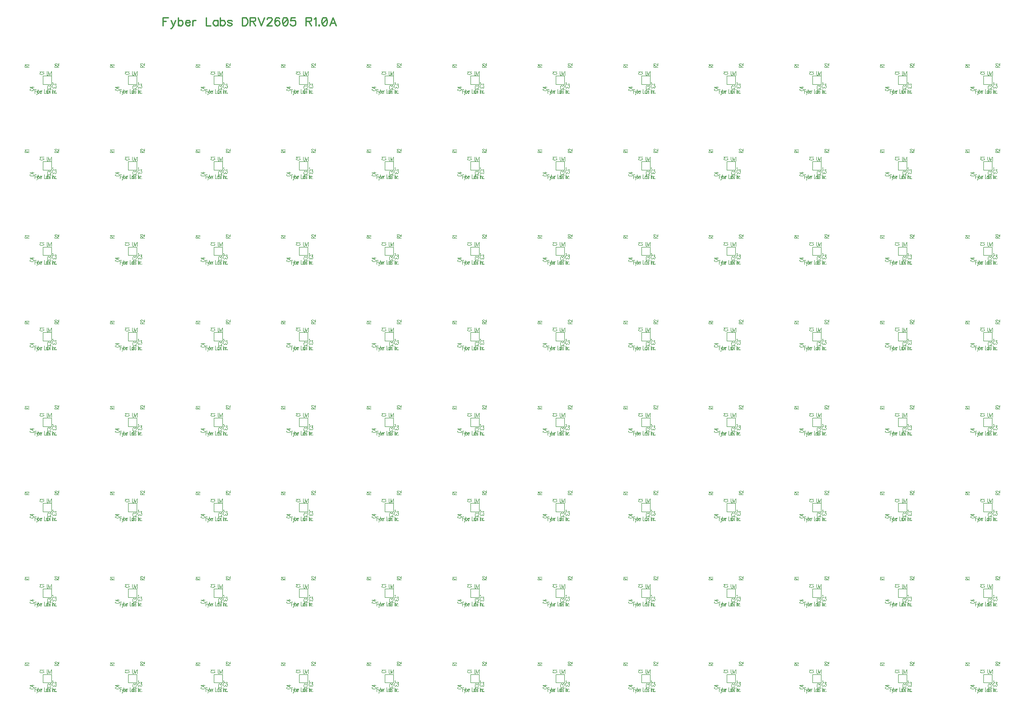
<source format=gto>
G04 DipTrace 2.4.0.2*
%INDRV2605panel2.gto*%
%MOIN*%
%ADD24C,0.0039*%
%ADD25C,0.0118*%
%ADD43C,0.0033*%
%ADD45C,0.0093*%
%FSLAX44Y44*%
G04*
G70*
G90*
G75*
G01*
%LNTopSilk*%
%LPD*%
X6286Y5171D2*
D24*
X5656D1*
Y5801D1*
X6286D1*
Y5171D1*
D25*
X6405Y5289D3*
X5493Y6043D2*
D43*
X5464Y6034D1*
X5436Y6017D1*
X5421Y6000D1*
Y5965D1*
X5436Y5948D1*
X5464Y5931D1*
X5493Y5922D1*
X5536Y5914D1*
X5608D1*
X5651Y5922D1*
X5680Y5931D1*
X5708Y5948D1*
X5723Y5965D1*
Y6000D1*
X5708Y6017D1*
X5680Y6034D1*
X5651Y6043D1*
X5479Y6082D2*
X5464Y6099D1*
X5422Y6125D1*
X5723D1*
X6115Y5033D2*
X6106Y5062D1*
X6089Y5091D1*
X6072Y5105D1*
X6037D1*
X6020Y5091D1*
X6003Y5062D1*
X5994Y5033D1*
X5985Y4990D1*
Y4918D1*
X5994Y4876D1*
X6003Y4847D1*
X6020Y4818D1*
X6037Y4804D1*
X6072D1*
X6089Y4818D1*
X6106Y4847D1*
X6115Y4876D1*
X6163Y5033D2*
Y5047D1*
X6171Y5076D1*
X6180Y5090D1*
X6197Y5105D1*
X6232D1*
X6249Y5090D1*
X6257Y5076D1*
X6266Y5047D1*
Y5019D1*
X6257Y4990D1*
X6240Y4947D1*
X6154Y4804D1*
X6275D1*
X6488Y5145D2*
X6480Y5174D1*
X6462Y5202D1*
X6445Y5217D1*
X6411D1*
X6394Y5202D1*
X6376Y5174D1*
X6368Y5145D1*
X6359Y5102D1*
Y5030D1*
X6368Y4987D1*
X6376Y4958D1*
X6394Y4930D1*
X6411Y4915D1*
X6445D1*
X6462Y4930D1*
X6480Y4958D1*
X6488Y4987D1*
X6545Y5216D2*
X6639D1*
X6588Y5102D1*
X6614D1*
X6631Y5087D1*
X6639Y5073D1*
X6648Y5030D1*
Y5002D1*
X6639Y4958D1*
X6622Y4930D1*
X6596Y4915D1*
X6571D1*
X6545Y4930D1*
X6536Y4944D1*
X6528Y4973D1*
X4766Y4852D2*
X4738Y4843D1*
X4709Y4826D1*
X4695Y4809D1*
Y4775D1*
X4709Y4757D1*
X4738Y4740D1*
X4766Y4731D1*
X4809Y4723D1*
X4881D1*
X4924Y4731D1*
X4953Y4740D1*
X4981Y4757D1*
X4996Y4775D1*
Y4809D1*
X4981Y4826D1*
X4953Y4843D1*
X4924Y4852D1*
X4996Y4978D2*
X4695D1*
X4896Y4891D1*
Y5020D1*
X4463Y6453D2*
Y6530D1*
X4449Y6556D1*
X4434Y6565D1*
X4406Y6574D1*
X4377D1*
X4349Y6565D1*
X4334Y6556D1*
X4320Y6530D1*
Y6453D1*
X4621D1*
X4463Y6513D2*
X4621Y6574D1*
X4377Y6613D2*
X4363Y6630D1*
X4320Y6656D1*
X4621D1*
X6691Y6453D2*
Y6530D1*
X6676Y6556D1*
X6662Y6565D1*
X6633Y6574D1*
X6604D1*
X6576Y6565D1*
X6561Y6556D1*
X6547Y6530D1*
Y6453D1*
X6848D1*
X6691Y6513D2*
X6848Y6574D1*
X6619Y6622D2*
X6605D1*
X6576Y6630D1*
X6562Y6639D1*
X6547Y6656D1*
Y6691D1*
X6562Y6708D1*
X6576Y6716D1*
X6605Y6725D1*
X6633D1*
X6662Y6716D1*
X6705Y6699D1*
X6848Y6613D1*
Y6734D1*
X5956Y6147D2*
Y5931D1*
X5965Y5888D1*
X5982Y5860D1*
X6008Y5845D1*
X6025D1*
X6051Y5860D1*
X6068Y5888D1*
X6077Y5931D1*
Y6147D1*
X6116Y6046D2*
X6168Y5845D1*
X6219Y6046D1*
X6259Y6089D2*
X6276Y6104D1*
X6302Y6146D1*
Y5845D1*
X5154Y4823D2*
X5061D1*
Y4522D1*
Y4679D2*
X5118D1*
X5194Y4723D2*
X5237Y4522D1*
X5223Y4464D1*
X5208Y4435D1*
X5194Y4421D1*
X5187D1*
X5280Y4723D2*
X5237Y4522D1*
X5313Y4823D2*
Y4522D1*
Y4679D2*
X5327Y4708D1*
X5342Y4723D1*
X5363D1*
X5377Y4708D1*
X5392Y4679D1*
X5399Y4636D1*
Y4608D1*
X5392Y4565D1*
X5377Y4536D1*
X5363Y4522D1*
X5342D1*
X5327Y4536D1*
X5313Y4565D1*
X5432Y4636D2*
X5518D1*
Y4665D1*
X5511Y4694D1*
X5504Y4708D1*
X5489Y4723D1*
X5468D1*
X5453Y4708D1*
X5439Y4679D1*
X5432Y4636D1*
Y4608D1*
X5439Y4565D1*
X5453Y4536D1*
X5468Y4522D1*
X5489D1*
X5504Y4536D1*
X5518Y4565D1*
X5551Y4723D2*
Y4522D1*
Y4636D2*
X5558Y4679D1*
X5572Y4708D1*
X5587Y4723D1*
X5608D1*
X5773Y4823D2*
Y4522D1*
X5859D1*
X5978Y4723D2*
Y4522D1*
Y4679D2*
X5964Y4708D1*
X5950Y4723D1*
X5928D1*
X5914Y4708D1*
X5900Y4679D1*
X5892Y4636D1*
Y4608D1*
X5900Y4565D1*
X5914Y4536D1*
X5928Y4522D1*
X5950D1*
X5964Y4536D1*
X5978Y4565D1*
X6011Y4823D2*
Y4522D1*
Y4679D2*
X6026Y4708D1*
X6040Y4723D1*
X6061D1*
X6076Y4708D1*
X6090Y4679D1*
X6097Y4636D1*
Y4608D1*
X6090Y4565D1*
X6076Y4536D1*
X6061Y4522D1*
X6040D1*
X6026Y4536D1*
X6011Y4565D1*
X6209Y4679D2*
X6202Y4708D1*
X6180Y4723D1*
X6159D1*
X6137Y4708D1*
X6130Y4679D1*
X6137Y4651D1*
X6151Y4636D1*
X6187Y4622D1*
X6202Y4608D1*
X6209Y4579D1*
Y4565D1*
X6202Y4536D1*
X6180Y4522D1*
X6159D1*
X6137Y4536D1*
X6130Y4565D1*
X6374Y4823D2*
Y4522D1*
X6407Y4723D2*
Y4522D1*
Y4665D2*
X6428Y4708D1*
X6443Y4723D1*
X6464D1*
X6479Y4708D1*
X6486Y4665D1*
Y4522D1*
X6605Y4679D2*
X6590Y4708D1*
X6576Y4723D1*
X6554D1*
X6540Y4708D1*
X6526Y4679D1*
X6519Y4636D1*
Y4608D1*
X6526Y4565D1*
X6540Y4536D1*
X6554Y4522D1*
X6576D1*
X6590Y4536D1*
X6605Y4565D1*
X6645Y4550D2*
X6638Y4536D1*
X6645Y4522D1*
X6652Y4536D1*
X6645Y4550D1*
X14920Y54368D2*
D45*
X14546D1*
Y53765D1*
Y54081D2*
X14776D1*
X15134Y54167D2*
X15306Y53765D1*
X15249Y53650D1*
X15191Y53592D1*
X15134Y53564D1*
X15105D1*
X15478Y54167D2*
X15306Y53765D1*
X15664Y54368D2*
Y53765D1*
Y54081D2*
X15721Y54138D1*
X15778Y54167D1*
X15865D1*
X15922Y54138D1*
X15979Y54081D1*
X16008Y53994D1*
Y53937D1*
X15979Y53851D1*
X15922Y53794D1*
X15865Y53765D1*
X15778D1*
X15721Y53794D1*
X15664Y53851D1*
X16193Y53994D2*
X16537D1*
Y54052D1*
X16509Y54110D1*
X16480Y54138D1*
X16423Y54167D1*
X16336D1*
X16279Y54138D1*
X16222Y54081D1*
X16193Y53994D1*
Y53937D1*
X16222Y53851D1*
X16279Y53794D1*
X16336Y53765D1*
X16423D1*
X16480Y53794D1*
X16537Y53851D1*
X16723Y54167D2*
Y53765D1*
Y53994D2*
X16752Y54081D1*
X16809Y54138D1*
X16866Y54167D1*
X16953D1*
X17721Y54368D2*
Y53765D1*
X18065D1*
X18595Y54167D2*
Y53765D1*
Y54081D2*
X18538Y54138D1*
X18480Y54167D1*
X18395D1*
X18337Y54138D1*
X18280Y54081D1*
X18251Y53994D1*
Y53937D1*
X18280Y53851D1*
X18337Y53794D1*
X18395Y53765D1*
X18480D1*
X18538Y53794D1*
X18595Y53851D1*
X18780Y54368D2*
Y53765D1*
Y54081D2*
X18838Y54138D1*
X18895Y54167D1*
X18981D1*
X19038Y54138D1*
X19096Y54081D1*
X19124Y53994D1*
Y53937D1*
X19096Y53851D1*
X19038Y53794D1*
X18981Y53765D1*
X18895D1*
X18838Y53794D1*
X18780Y53851D1*
X19625Y54081D2*
X19597Y54138D1*
X19511Y54167D1*
X19424D1*
X19338Y54138D1*
X19310Y54081D1*
X19338Y54024D1*
X19396Y53994D1*
X19539Y53966D1*
X19597Y53937D1*
X19625Y53880D1*
Y53851D1*
X19597Y53794D1*
X19511Y53765D1*
X19424D1*
X19338Y53794D1*
X19310Y53851D1*
X20394Y54368D2*
Y53765D1*
X20595D1*
X20681Y53794D1*
X20739Y53851D1*
X20767Y53909D1*
X20796Y53994D1*
Y54138D1*
X20767Y54225D1*
X20739Y54282D1*
X20681Y54339D1*
X20595Y54368D1*
X20394D1*
X20981Y54081D2*
X21239D1*
X21325Y54110D1*
X21354Y54138D1*
X21383Y54195D1*
Y54253D1*
X21354Y54310D1*
X21325Y54339D1*
X21239Y54368D1*
X20981D1*
Y53765D1*
X21182Y54081D2*
X21383Y53765D1*
X21568Y54368D2*
X21798Y53765D1*
X22027Y54368D1*
X22242Y54224D2*
Y54252D1*
X22270Y54310D1*
X22299Y54339D1*
X22356Y54367D1*
X22471D1*
X22528Y54339D1*
X22557Y54310D1*
X22586Y54252D1*
Y54195D1*
X22557Y54138D1*
X22500Y54052D1*
X22212Y53765D1*
X22614D1*
X23144Y54282D2*
X23115Y54339D1*
X23029Y54367D1*
X22972D1*
X22886Y54339D1*
X22828Y54252D1*
X22800Y54109D1*
Y53966D1*
X22828Y53851D1*
X22886Y53793D1*
X22972Y53765D1*
X23001D1*
X23086Y53793D1*
X23144Y53851D1*
X23172Y53937D1*
Y53966D1*
X23144Y54052D1*
X23086Y54109D1*
X23001Y54138D1*
X22972D1*
X22886Y54109D1*
X22828Y54052D1*
X22800Y53966D1*
X23530Y54367D2*
X23444Y54339D1*
X23386Y54252D1*
X23358Y54109D1*
Y54023D1*
X23386Y53880D1*
X23444Y53793D1*
X23530Y53765D1*
X23587D1*
X23673Y53793D1*
X23730Y53880D1*
X23760Y54023D1*
Y54109D1*
X23730Y54252D1*
X23673Y54339D1*
X23587Y54367D1*
X23530D1*
X23730Y54252D2*
X23386Y53880D1*
X24289Y54367D2*
X24003D1*
X23974Y54109D1*
X24003Y54138D1*
X24089Y54167D1*
X24174D1*
X24261Y54138D1*
X24318Y54081D1*
X24347Y53994D1*
Y53937D1*
X24318Y53851D1*
X24261Y53793D1*
X24174Y53765D1*
X24089D1*
X24003Y53793D1*
X23974Y53823D1*
X23945Y53880D1*
X25115Y54081D2*
X25373D1*
X25459Y54110D1*
X25489Y54138D1*
X25517Y54195D1*
Y54253D1*
X25489Y54310D1*
X25459Y54339D1*
X25373Y54368D1*
X25115D1*
Y53765D1*
X25316Y54081D2*
X25517Y53765D1*
X25702Y54252D2*
X25760Y54282D1*
X25846Y54367D1*
Y53765D1*
X26060Y53823D2*
X26032Y53793D1*
X26060Y53765D1*
X26089Y53793D1*
X26060Y53823D1*
X26447Y54367D2*
X26361Y54339D1*
X26303Y54252D1*
X26275Y54109D1*
Y54023D1*
X26303Y53880D1*
X26361Y53793D1*
X26447Y53765D1*
X26504D1*
X26590Y53793D1*
X26647Y53880D1*
X26676Y54023D1*
Y54109D1*
X26647Y54252D1*
X26590Y54339D1*
X26504Y54367D1*
X26447D1*
X26647Y54252D2*
X26303Y53880D1*
X27321Y53765D2*
X27091Y54368D1*
X26862Y53765D1*
X26948Y53966D2*
X27235D1*
X12606Y5171D2*
D24*
X11976D1*
Y5801D1*
X12606D1*
Y5171D1*
D25*
X12725Y5289D3*
X11813Y6043D2*
D43*
X11784Y6034D1*
X11756Y6017D1*
X11741Y6000D1*
Y5965D1*
X11756Y5948D1*
X11784Y5931D1*
X11813Y5922D1*
X11856Y5914D1*
X11928D1*
X11971Y5922D1*
X12000Y5931D1*
X12028Y5948D1*
X12043Y5965D1*
Y6000D1*
X12028Y6017D1*
X12000Y6034D1*
X11971Y6043D1*
X11799Y6082D2*
X11784Y6099D1*
X11742Y6125D1*
X12043D1*
X12435Y5033D2*
X12426Y5062D1*
X12409Y5091D1*
X12392Y5105D1*
X12357D1*
X12340Y5091D1*
X12323Y5062D1*
X12314Y5033D1*
X12305Y4990D1*
Y4918D1*
X12314Y4876D1*
X12323Y4847D1*
X12340Y4818D1*
X12357Y4804D1*
X12392D1*
X12409Y4818D1*
X12426Y4847D1*
X12435Y4876D1*
X12483Y5033D2*
Y5047D1*
X12491Y5076D1*
X12500Y5090D1*
X12517Y5105D1*
X12552D1*
X12569Y5090D1*
X12577Y5076D1*
X12586Y5047D1*
Y5019D1*
X12577Y4990D1*
X12560Y4947D1*
X12474Y4804D1*
X12595D1*
X12808Y5145D2*
X12800Y5174D1*
X12782Y5202D1*
X12765Y5217D1*
X12731D1*
X12714Y5202D1*
X12696Y5174D1*
X12688Y5145D1*
X12679Y5102D1*
Y5030D1*
X12688Y4987D1*
X12696Y4958D1*
X12714Y4930D1*
X12731Y4915D1*
X12765D1*
X12782Y4930D1*
X12800Y4958D1*
X12808Y4987D1*
X12865Y5216D2*
X12959D1*
X12908Y5102D1*
X12934D1*
X12951Y5087D1*
X12959Y5073D1*
X12968Y5030D1*
Y5002D1*
X12959Y4958D1*
X12942Y4930D1*
X12916Y4915D1*
X12891D1*
X12865Y4930D1*
X12856Y4944D1*
X12848Y4973D1*
X11086Y4852D2*
X11058Y4843D1*
X11029Y4826D1*
X11015Y4809D1*
Y4775D1*
X11029Y4757D1*
X11058Y4740D1*
X11086Y4731D1*
X11129Y4723D1*
X11201D1*
X11244Y4731D1*
X11273Y4740D1*
X11301Y4757D1*
X11316Y4775D1*
Y4809D1*
X11301Y4826D1*
X11273Y4843D1*
X11244Y4852D1*
X11316Y4978D2*
X11015D1*
X11216Y4891D1*
Y5020D1*
X10783Y6453D2*
Y6530D1*
X10769Y6556D1*
X10754Y6565D1*
X10726Y6574D1*
X10697D1*
X10669Y6565D1*
X10654Y6556D1*
X10640Y6530D1*
Y6453D1*
X10941D1*
X10783Y6513D2*
X10941Y6574D1*
X10697Y6613D2*
X10683Y6630D1*
X10640Y6656D1*
X10941D1*
X13011Y6453D2*
Y6530D1*
X12996Y6556D1*
X12982Y6565D1*
X12953Y6574D1*
X12924D1*
X12896Y6565D1*
X12881Y6556D1*
X12867Y6530D1*
Y6453D1*
X13168D1*
X13011Y6513D2*
X13168Y6574D1*
X12939Y6622D2*
X12925D1*
X12896Y6630D1*
X12882Y6639D1*
X12867Y6656D1*
Y6691D1*
X12882Y6708D1*
X12896Y6716D1*
X12925Y6725D1*
X12953D1*
X12982Y6716D1*
X13025Y6699D1*
X13168Y6613D1*
Y6734D1*
X12276Y6147D2*
Y5931D1*
X12285Y5888D1*
X12302Y5860D1*
X12328Y5845D1*
X12345D1*
X12371Y5860D1*
X12388Y5888D1*
X12397Y5931D1*
Y6147D1*
X12436Y6046D2*
X12488Y5845D1*
X12539Y6046D1*
X12579Y6089D2*
X12596Y6104D1*
X12622Y6146D1*
Y5845D1*
X11474Y4823D2*
X11381D1*
Y4522D1*
Y4679D2*
X11438D1*
X11514Y4723D2*
X11557Y4522D1*
X11543Y4464D1*
X11528Y4435D1*
X11514Y4421D1*
X11507D1*
X11600Y4723D2*
X11557Y4522D1*
X11633Y4823D2*
Y4522D1*
Y4679D2*
X11647Y4708D1*
X11662Y4723D1*
X11683D1*
X11697Y4708D1*
X11712Y4679D1*
X11719Y4636D1*
Y4608D1*
X11712Y4565D1*
X11697Y4536D1*
X11683Y4522D1*
X11662D1*
X11647Y4536D1*
X11633Y4565D1*
X11752Y4636D2*
X11838D1*
Y4665D1*
X11831Y4694D1*
X11824Y4708D1*
X11809Y4723D1*
X11788D1*
X11773Y4708D1*
X11759Y4679D1*
X11752Y4636D1*
Y4608D1*
X11759Y4565D1*
X11773Y4536D1*
X11788Y4522D1*
X11809D1*
X11824Y4536D1*
X11838Y4565D1*
X11871Y4723D2*
Y4522D1*
Y4636D2*
X11878Y4679D1*
X11892Y4708D1*
X11907Y4723D1*
X11928D1*
X12093Y4823D2*
Y4522D1*
X12179D1*
X12298Y4723D2*
Y4522D1*
Y4679D2*
X12284Y4708D1*
X12270Y4723D1*
X12248D1*
X12234Y4708D1*
X12220Y4679D1*
X12212Y4636D1*
Y4608D1*
X12220Y4565D1*
X12234Y4536D1*
X12248Y4522D1*
X12270D1*
X12284Y4536D1*
X12298Y4565D1*
X12331Y4823D2*
Y4522D1*
Y4679D2*
X12346Y4708D1*
X12360Y4723D1*
X12381D1*
X12396Y4708D1*
X12410Y4679D1*
X12417Y4636D1*
Y4608D1*
X12410Y4565D1*
X12396Y4536D1*
X12381Y4522D1*
X12360D1*
X12346Y4536D1*
X12331Y4565D1*
X12529Y4679D2*
X12522Y4708D1*
X12500Y4723D1*
X12479D1*
X12457Y4708D1*
X12450Y4679D1*
X12457Y4651D1*
X12471Y4636D1*
X12507Y4622D1*
X12522Y4608D1*
X12529Y4579D1*
Y4565D1*
X12522Y4536D1*
X12500Y4522D1*
X12479D1*
X12457Y4536D1*
X12450Y4565D1*
X12694Y4823D2*
Y4522D1*
X12727Y4723D2*
Y4522D1*
Y4665D2*
X12748Y4708D1*
X12763Y4723D1*
X12784D1*
X12799Y4708D1*
X12806Y4665D1*
Y4522D1*
X12925Y4679D2*
X12910Y4708D1*
X12896Y4723D1*
X12874D1*
X12860Y4708D1*
X12846Y4679D1*
X12839Y4636D1*
Y4608D1*
X12846Y4565D1*
X12860Y4536D1*
X12874Y4522D1*
X12896D1*
X12910Y4536D1*
X12925Y4565D1*
X12965Y4550D2*
X12958Y4536D1*
X12965Y4522D1*
X12972Y4536D1*
X12965Y4550D1*
X18926Y5171D2*
D24*
X18296D1*
Y5801D1*
X18926D1*
Y5171D1*
D25*
X19045Y5289D3*
X18133Y6043D2*
D43*
X18104Y6034D1*
X18076Y6017D1*
X18061Y6000D1*
Y5965D1*
X18076Y5948D1*
X18104Y5931D1*
X18133Y5922D1*
X18176Y5914D1*
X18248D1*
X18291Y5922D1*
X18320Y5931D1*
X18348Y5948D1*
X18363Y5965D1*
Y6000D1*
X18348Y6017D1*
X18320Y6034D1*
X18291Y6043D1*
X18119Y6082D2*
X18104Y6099D1*
X18062Y6125D1*
X18363D1*
X18755Y5033D2*
X18746Y5062D1*
X18729Y5091D1*
X18712Y5105D1*
X18677D1*
X18660Y5091D1*
X18643Y5062D1*
X18634Y5033D1*
X18625Y4990D1*
Y4918D1*
X18634Y4876D1*
X18643Y4847D1*
X18660Y4818D1*
X18677Y4804D1*
X18712D1*
X18729Y4818D1*
X18746Y4847D1*
X18755Y4876D1*
X18803Y5033D2*
Y5047D1*
X18811Y5076D1*
X18820Y5090D1*
X18837Y5105D1*
X18872D1*
X18889Y5090D1*
X18897Y5076D1*
X18906Y5047D1*
Y5019D1*
X18897Y4990D1*
X18880Y4947D1*
X18794Y4804D1*
X18915D1*
X19128Y5145D2*
X19120Y5174D1*
X19102Y5202D1*
X19085Y5217D1*
X19051D1*
X19034Y5202D1*
X19016Y5174D1*
X19008Y5145D1*
X18999Y5102D1*
Y5030D1*
X19008Y4987D1*
X19016Y4958D1*
X19034Y4930D1*
X19051Y4915D1*
X19085D1*
X19102Y4930D1*
X19120Y4958D1*
X19128Y4987D1*
X19185Y5216D2*
X19279D1*
X19228Y5102D1*
X19254D1*
X19271Y5087D1*
X19279Y5073D1*
X19288Y5030D1*
Y5002D1*
X19279Y4958D1*
X19262Y4930D1*
X19236Y4915D1*
X19211D1*
X19185Y4930D1*
X19176Y4944D1*
X19168Y4973D1*
X17406Y4852D2*
X17378Y4843D1*
X17349Y4826D1*
X17335Y4809D1*
Y4775D1*
X17349Y4757D1*
X17378Y4740D1*
X17406Y4731D1*
X17449Y4723D1*
X17521D1*
X17564Y4731D1*
X17593Y4740D1*
X17621Y4757D1*
X17636Y4775D1*
Y4809D1*
X17621Y4826D1*
X17593Y4843D1*
X17564Y4852D1*
X17636Y4978D2*
X17335D1*
X17536Y4891D1*
Y5020D1*
X17103Y6453D2*
Y6530D1*
X17089Y6556D1*
X17074Y6565D1*
X17046Y6574D1*
X17017D1*
X16989Y6565D1*
X16974Y6556D1*
X16960Y6530D1*
Y6453D1*
X17261D1*
X17103Y6513D2*
X17261Y6574D1*
X17017Y6613D2*
X17003Y6630D1*
X16960Y6656D1*
X17261D1*
X19331Y6453D2*
Y6530D1*
X19316Y6556D1*
X19302Y6565D1*
X19273Y6574D1*
X19244D1*
X19216Y6565D1*
X19201Y6556D1*
X19187Y6530D1*
Y6453D1*
X19488D1*
X19331Y6513D2*
X19488Y6574D1*
X19259Y6622D2*
X19245D1*
X19216Y6630D1*
X19202Y6639D1*
X19187Y6656D1*
Y6691D1*
X19202Y6708D1*
X19216Y6716D1*
X19245Y6725D1*
X19273D1*
X19302Y6716D1*
X19345Y6699D1*
X19488Y6613D1*
Y6734D1*
X18596Y6147D2*
Y5931D1*
X18605Y5888D1*
X18622Y5860D1*
X18648Y5845D1*
X18665D1*
X18691Y5860D1*
X18708Y5888D1*
X18717Y5931D1*
Y6147D1*
X18756Y6046D2*
X18808Y5845D1*
X18859Y6046D1*
X18899Y6089D2*
X18916Y6104D1*
X18942Y6146D1*
Y5845D1*
X17794Y4823D2*
X17701D1*
Y4522D1*
Y4679D2*
X17758D1*
X17834Y4723D2*
X17877Y4522D1*
X17863Y4464D1*
X17848Y4435D1*
X17834Y4421D1*
X17827D1*
X17920Y4723D2*
X17877Y4522D1*
X17953Y4823D2*
Y4522D1*
Y4679D2*
X17967Y4708D1*
X17982Y4723D1*
X18003D1*
X18017Y4708D1*
X18032Y4679D1*
X18039Y4636D1*
Y4608D1*
X18032Y4565D1*
X18017Y4536D1*
X18003Y4522D1*
X17982D1*
X17967Y4536D1*
X17953Y4565D1*
X18072Y4636D2*
X18158D1*
Y4665D1*
X18151Y4694D1*
X18144Y4708D1*
X18129Y4723D1*
X18108D1*
X18093Y4708D1*
X18079Y4679D1*
X18072Y4636D1*
Y4608D1*
X18079Y4565D1*
X18093Y4536D1*
X18108Y4522D1*
X18129D1*
X18144Y4536D1*
X18158Y4565D1*
X18191Y4723D2*
Y4522D1*
Y4636D2*
X18198Y4679D1*
X18212Y4708D1*
X18227Y4723D1*
X18248D1*
X18413Y4823D2*
Y4522D1*
X18499D1*
X18618Y4723D2*
Y4522D1*
Y4679D2*
X18604Y4708D1*
X18590Y4723D1*
X18568D1*
X18554Y4708D1*
X18540Y4679D1*
X18532Y4636D1*
Y4608D1*
X18540Y4565D1*
X18554Y4536D1*
X18568Y4522D1*
X18590D1*
X18604Y4536D1*
X18618Y4565D1*
X18651Y4823D2*
Y4522D1*
Y4679D2*
X18666Y4708D1*
X18680Y4723D1*
X18701D1*
X18716Y4708D1*
X18730Y4679D1*
X18737Y4636D1*
Y4608D1*
X18730Y4565D1*
X18716Y4536D1*
X18701Y4522D1*
X18680D1*
X18666Y4536D1*
X18651Y4565D1*
X18849Y4679D2*
X18842Y4708D1*
X18820Y4723D1*
X18799D1*
X18777Y4708D1*
X18770Y4679D1*
X18777Y4651D1*
X18791Y4636D1*
X18827Y4622D1*
X18842Y4608D1*
X18849Y4579D1*
Y4565D1*
X18842Y4536D1*
X18820Y4522D1*
X18799D1*
X18777Y4536D1*
X18770Y4565D1*
X19014Y4823D2*
Y4522D1*
X19047Y4723D2*
Y4522D1*
Y4665D2*
X19068Y4708D1*
X19083Y4723D1*
X19104D1*
X19119Y4708D1*
X19126Y4665D1*
Y4522D1*
X19245Y4679D2*
X19230Y4708D1*
X19216Y4723D1*
X19194D1*
X19180Y4708D1*
X19166Y4679D1*
X19159Y4636D1*
Y4608D1*
X19166Y4565D1*
X19180Y4536D1*
X19194Y4522D1*
X19216D1*
X19230Y4536D1*
X19245Y4565D1*
X19285Y4550D2*
X19278Y4536D1*
X19285Y4522D1*
X19292Y4536D1*
X19285Y4550D1*
X25246Y5171D2*
D24*
X24616D1*
Y5801D1*
X25246D1*
Y5171D1*
D25*
X25365Y5289D3*
X24453Y6043D2*
D43*
X24424Y6034D1*
X24396Y6017D1*
X24381Y6000D1*
Y5965D1*
X24396Y5948D1*
X24424Y5931D1*
X24453Y5922D1*
X24496Y5914D1*
X24568D1*
X24611Y5922D1*
X24640Y5931D1*
X24668Y5948D1*
X24683Y5965D1*
Y6000D1*
X24668Y6017D1*
X24640Y6034D1*
X24611Y6043D1*
X24439Y6082D2*
X24424Y6099D1*
X24382Y6125D1*
X24683D1*
X25075Y5033D2*
X25066Y5062D1*
X25049Y5091D1*
X25032Y5105D1*
X24997D1*
X24980Y5091D1*
X24963Y5062D1*
X24954Y5033D1*
X24945Y4990D1*
Y4918D1*
X24954Y4876D1*
X24963Y4847D1*
X24980Y4818D1*
X24997Y4804D1*
X25032D1*
X25049Y4818D1*
X25066Y4847D1*
X25075Y4876D1*
X25123Y5033D2*
Y5047D1*
X25131Y5076D1*
X25140Y5090D1*
X25157Y5105D1*
X25192D1*
X25209Y5090D1*
X25217Y5076D1*
X25226Y5047D1*
Y5019D1*
X25217Y4990D1*
X25200Y4947D1*
X25114Y4804D1*
X25235D1*
X25448Y5145D2*
X25440Y5174D1*
X25422Y5202D1*
X25405Y5217D1*
X25371D1*
X25354Y5202D1*
X25336Y5174D1*
X25328Y5145D1*
X25319Y5102D1*
Y5030D1*
X25328Y4987D1*
X25336Y4958D1*
X25354Y4930D1*
X25371Y4915D1*
X25405D1*
X25422Y4930D1*
X25440Y4958D1*
X25448Y4987D1*
X25505Y5216D2*
X25599D1*
X25548Y5102D1*
X25574D1*
X25591Y5087D1*
X25599Y5073D1*
X25608Y5030D1*
Y5002D1*
X25599Y4958D1*
X25582Y4930D1*
X25556Y4915D1*
X25531D1*
X25505Y4930D1*
X25496Y4944D1*
X25488Y4973D1*
X23726Y4852D2*
X23698Y4843D1*
X23669Y4826D1*
X23655Y4809D1*
Y4775D1*
X23669Y4757D1*
X23698Y4740D1*
X23726Y4731D1*
X23769Y4723D1*
X23841D1*
X23884Y4731D1*
X23913Y4740D1*
X23941Y4757D1*
X23956Y4775D1*
Y4809D1*
X23941Y4826D1*
X23913Y4843D1*
X23884Y4852D1*
X23956Y4978D2*
X23655D1*
X23856Y4891D1*
Y5020D1*
X23423Y6453D2*
Y6530D1*
X23409Y6556D1*
X23394Y6565D1*
X23366Y6574D1*
X23337D1*
X23309Y6565D1*
X23294Y6556D1*
X23280Y6530D1*
Y6453D1*
X23581D1*
X23423Y6513D2*
X23581Y6574D1*
X23337Y6613D2*
X23323Y6630D1*
X23280Y6656D1*
X23581D1*
X25651Y6453D2*
Y6530D1*
X25636Y6556D1*
X25622Y6565D1*
X25593Y6574D1*
X25564D1*
X25536Y6565D1*
X25521Y6556D1*
X25507Y6530D1*
Y6453D1*
X25808D1*
X25651Y6513D2*
X25808Y6574D1*
X25579Y6622D2*
X25565D1*
X25536Y6630D1*
X25522Y6639D1*
X25507Y6656D1*
Y6691D1*
X25522Y6708D1*
X25536Y6716D1*
X25565Y6725D1*
X25593D1*
X25622Y6716D1*
X25665Y6699D1*
X25808Y6613D1*
Y6734D1*
X24916Y6147D2*
Y5931D1*
X24925Y5888D1*
X24942Y5860D1*
X24968Y5845D1*
X24985D1*
X25011Y5860D1*
X25028Y5888D1*
X25037Y5931D1*
Y6147D1*
X25076Y6046D2*
X25128Y5845D1*
X25179Y6046D1*
X25219Y6089D2*
X25236Y6104D1*
X25262Y6146D1*
Y5845D1*
X24114Y4823D2*
X24021D1*
Y4522D1*
Y4679D2*
X24078D1*
X24154Y4723D2*
X24197Y4522D1*
X24183Y4464D1*
X24168Y4435D1*
X24154Y4421D1*
X24147D1*
X24240Y4723D2*
X24197Y4522D1*
X24273Y4823D2*
Y4522D1*
Y4679D2*
X24287Y4708D1*
X24302Y4723D1*
X24323D1*
X24337Y4708D1*
X24352Y4679D1*
X24359Y4636D1*
Y4608D1*
X24352Y4565D1*
X24337Y4536D1*
X24323Y4522D1*
X24302D1*
X24287Y4536D1*
X24273Y4565D1*
X24392Y4636D2*
X24478D1*
Y4665D1*
X24471Y4694D1*
X24464Y4708D1*
X24449Y4723D1*
X24428D1*
X24413Y4708D1*
X24399Y4679D1*
X24392Y4636D1*
Y4608D1*
X24399Y4565D1*
X24413Y4536D1*
X24428Y4522D1*
X24449D1*
X24464Y4536D1*
X24478Y4565D1*
X24511Y4723D2*
Y4522D1*
Y4636D2*
X24518Y4679D1*
X24532Y4708D1*
X24547Y4723D1*
X24568D1*
X24733Y4823D2*
Y4522D1*
X24819D1*
X24938Y4723D2*
Y4522D1*
Y4679D2*
X24924Y4708D1*
X24910Y4723D1*
X24888D1*
X24874Y4708D1*
X24860Y4679D1*
X24852Y4636D1*
Y4608D1*
X24860Y4565D1*
X24874Y4536D1*
X24888Y4522D1*
X24910D1*
X24924Y4536D1*
X24938Y4565D1*
X24971Y4823D2*
Y4522D1*
Y4679D2*
X24986Y4708D1*
X25000Y4723D1*
X25021D1*
X25036Y4708D1*
X25050Y4679D1*
X25057Y4636D1*
Y4608D1*
X25050Y4565D1*
X25036Y4536D1*
X25021Y4522D1*
X25000D1*
X24986Y4536D1*
X24971Y4565D1*
X25169Y4679D2*
X25162Y4708D1*
X25140Y4723D1*
X25119D1*
X25097Y4708D1*
X25090Y4679D1*
X25097Y4651D1*
X25111Y4636D1*
X25147Y4622D1*
X25162Y4608D1*
X25169Y4579D1*
Y4565D1*
X25162Y4536D1*
X25140Y4522D1*
X25119D1*
X25097Y4536D1*
X25090Y4565D1*
X25334Y4823D2*
Y4522D1*
X25367Y4723D2*
Y4522D1*
Y4665D2*
X25388Y4708D1*
X25403Y4723D1*
X25424D1*
X25439Y4708D1*
X25446Y4665D1*
Y4522D1*
X25565Y4679D2*
X25550Y4708D1*
X25536Y4723D1*
X25514D1*
X25500Y4708D1*
X25486Y4679D1*
X25479Y4636D1*
Y4608D1*
X25486Y4565D1*
X25500Y4536D1*
X25514Y4522D1*
X25536D1*
X25550Y4536D1*
X25565Y4565D1*
X25605Y4550D2*
X25598Y4536D1*
X25605Y4522D1*
X25612Y4536D1*
X25605Y4550D1*
X31566Y5171D2*
D24*
X30936D1*
Y5801D1*
X31566D1*
Y5171D1*
D25*
X31685Y5289D3*
X30773Y6043D2*
D43*
X30744Y6034D1*
X30716Y6017D1*
X30701Y6000D1*
Y5965D1*
X30716Y5948D1*
X30744Y5931D1*
X30773Y5922D1*
X30816Y5914D1*
X30888D1*
X30931Y5922D1*
X30960Y5931D1*
X30988Y5948D1*
X31003Y5965D1*
Y6000D1*
X30988Y6017D1*
X30960Y6034D1*
X30931Y6043D1*
X30759Y6082D2*
X30744Y6099D1*
X30702Y6125D1*
X31003D1*
X31395Y5033D2*
X31386Y5062D1*
X31369Y5091D1*
X31352Y5105D1*
X31317D1*
X31300Y5091D1*
X31283Y5062D1*
X31274Y5033D1*
X31265Y4990D1*
Y4918D1*
X31274Y4876D1*
X31283Y4847D1*
X31300Y4818D1*
X31317Y4804D1*
X31352D1*
X31369Y4818D1*
X31386Y4847D1*
X31395Y4876D1*
X31443Y5033D2*
Y5047D1*
X31451Y5076D1*
X31460Y5090D1*
X31477Y5105D1*
X31512D1*
X31529Y5090D1*
X31537Y5076D1*
X31546Y5047D1*
Y5019D1*
X31537Y4990D1*
X31520Y4947D1*
X31434Y4804D1*
X31555D1*
X31768Y5145D2*
X31760Y5174D1*
X31742Y5202D1*
X31725Y5217D1*
X31691D1*
X31674Y5202D1*
X31656Y5174D1*
X31648Y5145D1*
X31639Y5102D1*
Y5030D1*
X31648Y4987D1*
X31656Y4958D1*
X31674Y4930D1*
X31691Y4915D1*
X31725D1*
X31742Y4930D1*
X31760Y4958D1*
X31768Y4987D1*
X31825Y5216D2*
X31919D1*
X31868Y5102D1*
X31894D1*
X31911Y5087D1*
X31919Y5073D1*
X31928Y5030D1*
Y5002D1*
X31919Y4958D1*
X31902Y4930D1*
X31876Y4915D1*
X31851D1*
X31825Y4930D1*
X31816Y4944D1*
X31808Y4973D1*
X30046Y4852D2*
X30018Y4843D1*
X29989Y4826D1*
X29975Y4809D1*
Y4775D1*
X29989Y4757D1*
X30018Y4740D1*
X30046Y4731D1*
X30089Y4723D1*
X30161D1*
X30204Y4731D1*
X30233Y4740D1*
X30261Y4757D1*
X30276Y4775D1*
Y4809D1*
X30261Y4826D1*
X30233Y4843D1*
X30204Y4852D1*
X30276Y4978D2*
X29975D1*
X30176Y4891D1*
Y5020D1*
X29743Y6453D2*
Y6530D1*
X29729Y6556D1*
X29714Y6565D1*
X29686Y6574D1*
X29657D1*
X29629Y6565D1*
X29614Y6556D1*
X29600Y6530D1*
Y6453D1*
X29901D1*
X29743Y6513D2*
X29901Y6574D1*
X29657Y6613D2*
X29643Y6630D1*
X29600Y6656D1*
X29901D1*
X31971Y6453D2*
Y6530D1*
X31956Y6556D1*
X31942Y6565D1*
X31913Y6574D1*
X31884D1*
X31856Y6565D1*
X31841Y6556D1*
X31827Y6530D1*
Y6453D1*
X32128D1*
X31971Y6513D2*
X32128Y6574D1*
X31899Y6622D2*
X31885D1*
X31856Y6630D1*
X31842Y6639D1*
X31827Y6656D1*
Y6691D1*
X31842Y6708D1*
X31856Y6716D1*
X31885Y6725D1*
X31913D1*
X31942Y6716D1*
X31985Y6699D1*
X32128Y6613D1*
Y6734D1*
X31236Y6147D2*
Y5931D1*
X31245Y5888D1*
X31262Y5860D1*
X31288Y5845D1*
X31305D1*
X31331Y5860D1*
X31348Y5888D1*
X31357Y5931D1*
Y6147D1*
X31396Y6046D2*
X31448Y5845D1*
X31499Y6046D1*
X31539Y6089D2*
X31556Y6104D1*
X31582Y6146D1*
Y5845D1*
X30434Y4823D2*
X30341D1*
Y4522D1*
Y4679D2*
X30398D1*
X30474Y4723D2*
X30517Y4522D1*
X30503Y4464D1*
X30488Y4435D1*
X30474Y4421D1*
X30467D1*
X30560Y4723D2*
X30517Y4522D1*
X30593Y4823D2*
Y4522D1*
Y4679D2*
X30607Y4708D1*
X30622Y4723D1*
X30643D1*
X30657Y4708D1*
X30672Y4679D1*
X30679Y4636D1*
Y4608D1*
X30672Y4565D1*
X30657Y4536D1*
X30643Y4522D1*
X30622D1*
X30607Y4536D1*
X30593Y4565D1*
X30712Y4636D2*
X30798D1*
Y4665D1*
X30791Y4694D1*
X30784Y4708D1*
X30769Y4723D1*
X30748D1*
X30733Y4708D1*
X30719Y4679D1*
X30712Y4636D1*
Y4608D1*
X30719Y4565D1*
X30733Y4536D1*
X30748Y4522D1*
X30769D1*
X30784Y4536D1*
X30798Y4565D1*
X30831Y4723D2*
Y4522D1*
Y4636D2*
X30838Y4679D1*
X30852Y4708D1*
X30867Y4723D1*
X30888D1*
X31053Y4823D2*
Y4522D1*
X31139D1*
X31258Y4723D2*
Y4522D1*
Y4679D2*
X31244Y4708D1*
X31230Y4723D1*
X31208D1*
X31194Y4708D1*
X31180Y4679D1*
X31172Y4636D1*
Y4608D1*
X31180Y4565D1*
X31194Y4536D1*
X31208Y4522D1*
X31230D1*
X31244Y4536D1*
X31258Y4565D1*
X31291Y4823D2*
Y4522D1*
Y4679D2*
X31306Y4708D1*
X31320Y4723D1*
X31341D1*
X31356Y4708D1*
X31370Y4679D1*
X31377Y4636D1*
Y4608D1*
X31370Y4565D1*
X31356Y4536D1*
X31341Y4522D1*
X31320D1*
X31306Y4536D1*
X31291Y4565D1*
X31489Y4679D2*
X31482Y4708D1*
X31460Y4723D1*
X31439D1*
X31417Y4708D1*
X31410Y4679D1*
X31417Y4651D1*
X31431Y4636D1*
X31467Y4622D1*
X31482Y4608D1*
X31489Y4579D1*
Y4565D1*
X31482Y4536D1*
X31460Y4522D1*
X31439D1*
X31417Y4536D1*
X31410Y4565D1*
X31654Y4823D2*
Y4522D1*
X31687Y4723D2*
Y4522D1*
Y4665D2*
X31708Y4708D1*
X31723Y4723D1*
X31744D1*
X31759Y4708D1*
X31766Y4665D1*
Y4522D1*
X31885Y4679D2*
X31870Y4708D1*
X31856Y4723D1*
X31834D1*
X31820Y4708D1*
X31806Y4679D1*
X31799Y4636D1*
Y4608D1*
X31806Y4565D1*
X31820Y4536D1*
X31834Y4522D1*
X31856D1*
X31870Y4536D1*
X31885Y4565D1*
X31925Y4550D2*
X31918Y4536D1*
X31925Y4522D1*
X31932Y4536D1*
X31925Y4550D1*
X37886Y5171D2*
D24*
X37256D1*
Y5801D1*
X37886D1*
Y5171D1*
D25*
X38005Y5289D3*
X37093Y6043D2*
D43*
X37064Y6034D1*
X37036Y6017D1*
X37021Y6000D1*
Y5965D1*
X37036Y5948D1*
X37064Y5931D1*
X37093Y5922D1*
X37136Y5914D1*
X37208D1*
X37251Y5922D1*
X37280Y5931D1*
X37308Y5948D1*
X37323Y5965D1*
Y6000D1*
X37308Y6017D1*
X37280Y6034D1*
X37251Y6043D1*
X37079Y6082D2*
X37064Y6099D1*
X37022Y6125D1*
X37323D1*
X37715Y5033D2*
X37706Y5062D1*
X37689Y5091D1*
X37672Y5105D1*
X37637D1*
X37620Y5091D1*
X37603Y5062D1*
X37594Y5033D1*
X37585Y4990D1*
Y4918D1*
X37594Y4876D1*
X37603Y4847D1*
X37620Y4818D1*
X37637Y4804D1*
X37672D1*
X37689Y4818D1*
X37706Y4847D1*
X37715Y4876D1*
X37763Y5033D2*
Y5047D1*
X37771Y5076D1*
X37780Y5090D1*
X37797Y5105D1*
X37832D1*
X37849Y5090D1*
X37857Y5076D1*
X37866Y5047D1*
Y5019D1*
X37857Y4990D1*
X37840Y4947D1*
X37754Y4804D1*
X37875D1*
X38088Y5145D2*
X38080Y5174D1*
X38062Y5202D1*
X38045Y5217D1*
X38011D1*
X37994Y5202D1*
X37976Y5174D1*
X37968Y5145D1*
X37959Y5102D1*
Y5030D1*
X37968Y4987D1*
X37976Y4958D1*
X37994Y4930D1*
X38011Y4915D1*
X38045D1*
X38062Y4930D1*
X38080Y4958D1*
X38088Y4987D1*
X38145Y5216D2*
X38239D1*
X38188Y5102D1*
X38214D1*
X38231Y5087D1*
X38239Y5073D1*
X38248Y5030D1*
Y5002D1*
X38239Y4958D1*
X38222Y4930D1*
X38196Y4915D1*
X38171D1*
X38145Y4930D1*
X38136Y4944D1*
X38128Y4973D1*
X36366Y4852D2*
X36338Y4843D1*
X36309Y4826D1*
X36295Y4809D1*
Y4775D1*
X36309Y4757D1*
X36338Y4740D1*
X36366Y4731D1*
X36409Y4723D1*
X36481D1*
X36524Y4731D1*
X36553Y4740D1*
X36581Y4757D1*
X36596Y4775D1*
Y4809D1*
X36581Y4826D1*
X36553Y4843D1*
X36524Y4852D1*
X36596Y4978D2*
X36295D1*
X36496Y4891D1*
Y5020D1*
X36063Y6453D2*
Y6530D1*
X36049Y6556D1*
X36034Y6565D1*
X36006Y6574D1*
X35977D1*
X35949Y6565D1*
X35934Y6556D1*
X35920Y6530D1*
Y6453D1*
X36221D1*
X36063Y6513D2*
X36221Y6574D1*
X35977Y6613D2*
X35963Y6630D1*
X35920Y6656D1*
X36221D1*
X38291Y6453D2*
Y6530D1*
X38276Y6556D1*
X38262Y6565D1*
X38233Y6574D1*
X38204D1*
X38176Y6565D1*
X38161Y6556D1*
X38147Y6530D1*
Y6453D1*
X38448D1*
X38291Y6513D2*
X38448Y6574D1*
X38219Y6622D2*
X38205D1*
X38176Y6630D1*
X38162Y6639D1*
X38147Y6656D1*
Y6691D1*
X38162Y6708D1*
X38176Y6716D1*
X38205Y6725D1*
X38233D1*
X38262Y6716D1*
X38305Y6699D1*
X38448Y6613D1*
Y6734D1*
X37556Y6147D2*
Y5931D1*
X37565Y5888D1*
X37582Y5860D1*
X37608Y5845D1*
X37625D1*
X37651Y5860D1*
X37668Y5888D1*
X37677Y5931D1*
Y6147D1*
X37716Y6046D2*
X37768Y5845D1*
X37819Y6046D1*
X37859Y6089D2*
X37876Y6104D1*
X37902Y6146D1*
Y5845D1*
X36754Y4823D2*
X36661D1*
Y4522D1*
Y4679D2*
X36718D1*
X36794Y4723D2*
X36837Y4522D1*
X36823Y4464D1*
X36808Y4435D1*
X36794Y4421D1*
X36787D1*
X36880Y4723D2*
X36837Y4522D1*
X36913Y4823D2*
Y4522D1*
Y4679D2*
X36927Y4708D1*
X36942Y4723D1*
X36963D1*
X36977Y4708D1*
X36992Y4679D1*
X36999Y4636D1*
Y4608D1*
X36992Y4565D1*
X36977Y4536D1*
X36963Y4522D1*
X36942D1*
X36927Y4536D1*
X36913Y4565D1*
X37032Y4636D2*
X37118D1*
Y4665D1*
X37111Y4694D1*
X37104Y4708D1*
X37089Y4723D1*
X37068D1*
X37053Y4708D1*
X37039Y4679D1*
X37032Y4636D1*
Y4608D1*
X37039Y4565D1*
X37053Y4536D1*
X37068Y4522D1*
X37089D1*
X37104Y4536D1*
X37118Y4565D1*
X37151Y4723D2*
Y4522D1*
Y4636D2*
X37158Y4679D1*
X37172Y4708D1*
X37187Y4723D1*
X37208D1*
X37373Y4823D2*
Y4522D1*
X37459D1*
X37578Y4723D2*
Y4522D1*
Y4679D2*
X37564Y4708D1*
X37550Y4723D1*
X37528D1*
X37514Y4708D1*
X37500Y4679D1*
X37492Y4636D1*
Y4608D1*
X37500Y4565D1*
X37514Y4536D1*
X37528Y4522D1*
X37550D1*
X37564Y4536D1*
X37578Y4565D1*
X37611Y4823D2*
Y4522D1*
Y4679D2*
X37626Y4708D1*
X37640Y4723D1*
X37661D1*
X37676Y4708D1*
X37690Y4679D1*
X37697Y4636D1*
Y4608D1*
X37690Y4565D1*
X37676Y4536D1*
X37661Y4522D1*
X37640D1*
X37626Y4536D1*
X37611Y4565D1*
X37809Y4679D2*
X37802Y4708D1*
X37780Y4723D1*
X37759D1*
X37737Y4708D1*
X37730Y4679D1*
X37737Y4651D1*
X37751Y4636D1*
X37787Y4622D1*
X37802Y4608D1*
X37809Y4579D1*
Y4565D1*
X37802Y4536D1*
X37780Y4522D1*
X37759D1*
X37737Y4536D1*
X37730Y4565D1*
X37974Y4823D2*
Y4522D1*
X38007Y4723D2*
Y4522D1*
Y4665D2*
X38028Y4708D1*
X38043Y4723D1*
X38064D1*
X38079Y4708D1*
X38086Y4665D1*
Y4522D1*
X38205Y4679D2*
X38190Y4708D1*
X38176Y4723D1*
X38154D1*
X38140Y4708D1*
X38126Y4679D1*
X38119Y4636D1*
Y4608D1*
X38126Y4565D1*
X38140Y4536D1*
X38154Y4522D1*
X38176D1*
X38190Y4536D1*
X38205Y4565D1*
X38245Y4550D2*
X38238Y4536D1*
X38245Y4522D1*
X38252Y4536D1*
X38245Y4550D1*
X44206Y5171D2*
D24*
X43576D1*
Y5801D1*
X44206D1*
Y5171D1*
D25*
X44325Y5289D3*
X43413Y6043D2*
D43*
X43384Y6034D1*
X43356Y6017D1*
X43341Y6000D1*
Y5965D1*
X43356Y5948D1*
X43384Y5931D1*
X43413Y5922D1*
X43456Y5914D1*
X43528D1*
X43571Y5922D1*
X43600Y5931D1*
X43628Y5948D1*
X43643Y5965D1*
Y6000D1*
X43628Y6017D1*
X43600Y6034D1*
X43571Y6043D1*
X43399Y6082D2*
X43384Y6099D1*
X43342Y6125D1*
X43643D1*
X44035Y5033D2*
X44026Y5062D1*
X44009Y5091D1*
X43992Y5105D1*
X43957D1*
X43940Y5091D1*
X43923Y5062D1*
X43914Y5033D1*
X43905Y4990D1*
Y4918D1*
X43914Y4876D1*
X43923Y4847D1*
X43940Y4818D1*
X43957Y4804D1*
X43992D1*
X44009Y4818D1*
X44026Y4847D1*
X44035Y4876D1*
X44083Y5033D2*
Y5047D1*
X44091Y5076D1*
X44100Y5090D1*
X44117Y5105D1*
X44152D1*
X44169Y5090D1*
X44177Y5076D1*
X44186Y5047D1*
Y5019D1*
X44177Y4990D1*
X44160Y4947D1*
X44074Y4804D1*
X44195D1*
X44408Y5145D2*
X44400Y5174D1*
X44382Y5202D1*
X44365Y5217D1*
X44331D1*
X44314Y5202D1*
X44296Y5174D1*
X44288Y5145D1*
X44279Y5102D1*
Y5030D1*
X44288Y4987D1*
X44296Y4958D1*
X44314Y4930D1*
X44331Y4915D1*
X44365D1*
X44382Y4930D1*
X44400Y4958D1*
X44408Y4987D1*
X44465Y5216D2*
X44559D1*
X44508Y5102D1*
X44534D1*
X44551Y5087D1*
X44559Y5073D1*
X44568Y5030D1*
Y5002D1*
X44559Y4958D1*
X44542Y4930D1*
X44516Y4915D1*
X44491D1*
X44465Y4930D1*
X44456Y4944D1*
X44448Y4973D1*
X42686Y4852D2*
X42658Y4843D1*
X42629Y4826D1*
X42615Y4809D1*
Y4775D1*
X42629Y4757D1*
X42658Y4740D1*
X42686Y4731D1*
X42729Y4723D1*
X42801D1*
X42844Y4731D1*
X42873Y4740D1*
X42901Y4757D1*
X42916Y4775D1*
Y4809D1*
X42901Y4826D1*
X42873Y4843D1*
X42844Y4852D1*
X42916Y4978D2*
X42615D1*
X42816Y4891D1*
Y5020D1*
X42383Y6453D2*
Y6530D1*
X42369Y6556D1*
X42354Y6565D1*
X42326Y6574D1*
X42297D1*
X42269Y6565D1*
X42254Y6556D1*
X42240Y6530D1*
Y6453D1*
X42541D1*
X42383Y6513D2*
X42541Y6574D1*
X42297Y6613D2*
X42283Y6630D1*
X42240Y6656D1*
X42541D1*
X44611Y6453D2*
Y6530D1*
X44596Y6556D1*
X44582Y6565D1*
X44553Y6574D1*
X44524D1*
X44496Y6565D1*
X44481Y6556D1*
X44467Y6530D1*
Y6453D1*
X44768D1*
X44611Y6513D2*
X44768Y6574D1*
X44539Y6622D2*
X44525D1*
X44496Y6630D1*
X44482Y6639D1*
X44467Y6656D1*
Y6691D1*
X44482Y6708D1*
X44496Y6716D1*
X44525Y6725D1*
X44553D1*
X44582Y6716D1*
X44625Y6699D1*
X44768Y6613D1*
Y6734D1*
X43876Y6147D2*
Y5931D1*
X43885Y5888D1*
X43902Y5860D1*
X43928Y5845D1*
X43945D1*
X43971Y5860D1*
X43988Y5888D1*
X43997Y5931D1*
Y6147D1*
X44036Y6046D2*
X44088Y5845D1*
X44139Y6046D1*
X44179Y6089D2*
X44196Y6104D1*
X44222Y6146D1*
Y5845D1*
X43074Y4823D2*
X42981D1*
Y4522D1*
Y4679D2*
X43038D1*
X43114Y4723D2*
X43157Y4522D1*
X43143Y4464D1*
X43128Y4435D1*
X43114Y4421D1*
X43107D1*
X43200Y4723D2*
X43157Y4522D1*
X43233Y4823D2*
Y4522D1*
Y4679D2*
X43247Y4708D1*
X43262Y4723D1*
X43283D1*
X43297Y4708D1*
X43312Y4679D1*
X43319Y4636D1*
Y4608D1*
X43312Y4565D1*
X43297Y4536D1*
X43283Y4522D1*
X43262D1*
X43247Y4536D1*
X43233Y4565D1*
X43352Y4636D2*
X43438D1*
Y4665D1*
X43431Y4694D1*
X43424Y4708D1*
X43409Y4723D1*
X43388D1*
X43373Y4708D1*
X43359Y4679D1*
X43352Y4636D1*
Y4608D1*
X43359Y4565D1*
X43373Y4536D1*
X43388Y4522D1*
X43409D1*
X43424Y4536D1*
X43438Y4565D1*
X43471Y4723D2*
Y4522D1*
Y4636D2*
X43478Y4679D1*
X43492Y4708D1*
X43507Y4723D1*
X43528D1*
X43693Y4823D2*
Y4522D1*
X43779D1*
X43898Y4723D2*
Y4522D1*
Y4679D2*
X43884Y4708D1*
X43870Y4723D1*
X43848D1*
X43834Y4708D1*
X43820Y4679D1*
X43812Y4636D1*
Y4608D1*
X43820Y4565D1*
X43834Y4536D1*
X43848Y4522D1*
X43870D1*
X43884Y4536D1*
X43898Y4565D1*
X43931Y4823D2*
Y4522D1*
Y4679D2*
X43946Y4708D1*
X43960Y4723D1*
X43981D1*
X43996Y4708D1*
X44010Y4679D1*
X44017Y4636D1*
Y4608D1*
X44010Y4565D1*
X43996Y4536D1*
X43981Y4522D1*
X43960D1*
X43946Y4536D1*
X43931Y4565D1*
X44129Y4679D2*
X44122Y4708D1*
X44100Y4723D1*
X44079D1*
X44057Y4708D1*
X44050Y4679D1*
X44057Y4651D1*
X44071Y4636D1*
X44107Y4622D1*
X44122Y4608D1*
X44129Y4579D1*
Y4565D1*
X44122Y4536D1*
X44100Y4522D1*
X44079D1*
X44057Y4536D1*
X44050Y4565D1*
X44294Y4823D2*
Y4522D1*
X44327Y4723D2*
Y4522D1*
Y4665D2*
X44348Y4708D1*
X44363Y4723D1*
X44384D1*
X44399Y4708D1*
X44406Y4665D1*
Y4522D1*
X44525Y4679D2*
X44510Y4708D1*
X44496Y4723D1*
X44474D1*
X44460Y4708D1*
X44446Y4679D1*
X44439Y4636D1*
Y4608D1*
X44446Y4565D1*
X44460Y4536D1*
X44474Y4522D1*
X44496D1*
X44510Y4536D1*
X44525Y4565D1*
X44565Y4550D2*
X44558Y4536D1*
X44565Y4522D1*
X44572Y4536D1*
X44565Y4550D1*
X50526Y5171D2*
D24*
X49896D1*
Y5801D1*
X50526D1*
Y5171D1*
D25*
X50645Y5289D3*
X49733Y6043D2*
D43*
X49704Y6034D1*
X49676Y6017D1*
X49661Y6000D1*
Y5965D1*
X49676Y5948D1*
X49704Y5931D1*
X49733Y5922D1*
X49776Y5914D1*
X49848D1*
X49891Y5922D1*
X49920Y5931D1*
X49948Y5948D1*
X49963Y5965D1*
Y6000D1*
X49948Y6017D1*
X49920Y6034D1*
X49891Y6043D1*
X49719Y6082D2*
X49704Y6099D1*
X49662Y6125D1*
X49963D1*
X50355Y5033D2*
X50346Y5062D1*
X50329Y5091D1*
X50312Y5105D1*
X50277D1*
X50260Y5091D1*
X50243Y5062D1*
X50234Y5033D1*
X50225Y4990D1*
Y4918D1*
X50234Y4876D1*
X50243Y4847D1*
X50260Y4818D1*
X50277Y4804D1*
X50312D1*
X50329Y4818D1*
X50346Y4847D1*
X50355Y4876D1*
X50403Y5033D2*
Y5047D1*
X50411Y5076D1*
X50420Y5090D1*
X50437Y5105D1*
X50472D1*
X50489Y5090D1*
X50497Y5076D1*
X50506Y5047D1*
Y5019D1*
X50497Y4990D1*
X50480Y4947D1*
X50394Y4804D1*
X50515D1*
X50728Y5145D2*
X50720Y5174D1*
X50702Y5202D1*
X50685Y5217D1*
X50651D1*
X50634Y5202D1*
X50616Y5174D1*
X50608Y5145D1*
X50599Y5102D1*
Y5030D1*
X50608Y4987D1*
X50616Y4958D1*
X50634Y4930D1*
X50651Y4915D1*
X50685D1*
X50702Y4930D1*
X50720Y4958D1*
X50728Y4987D1*
X50785Y5216D2*
X50879D1*
X50828Y5102D1*
X50854D1*
X50871Y5087D1*
X50879Y5073D1*
X50888Y5030D1*
Y5002D1*
X50879Y4958D1*
X50862Y4930D1*
X50836Y4915D1*
X50811D1*
X50785Y4930D1*
X50776Y4944D1*
X50768Y4973D1*
X49006Y4852D2*
X48978Y4843D1*
X48949Y4826D1*
X48935Y4809D1*
Y4775D1*
X48949Y4757D1*
X48978Y4740D1*
X49006Y4731D1*
X49049Y4723D1*
X49121D1*
X49164Y4731D1*
X49193Y4740D1*
X49221Y4757D1*
X49236Y4775D1*
Y4809D1*
X49221Y4826D1*
X49193Y4843D1*
X49164Y4852D1*
X49236Y4978D2*
X48935D1*
X49136Y4891D1*
Y5020D1*
X48703Y6453D2*
Y6530D1*
X48689Y6556D1*
X48674Y6565D1*
X48646Y6574D1*
X48617D1*
X48589Y6565D1*
X48574Y6556D1*
X48560Y6530D1*
Y6453D1*
X48861D1*
X48703Y6513D2*
X48861Y6574D1*
X48617Y6613D2*
X48603Y6630D1*
X48560Y6656D1*
X48861D1*
X50931Y6453D2*
Y6530D1*
X50916Y6556D1*
X50902Y6565D1*
X50873Y6574D1*
X50844D1*
X50816Y6565D1*
X50801Y6556D1*
X50787Y6530D1*
Y6453D1*
X51088D1*
X50931Y6513D2*
X51088Y6574D1*
X50859Y6622D2*
X50845D1*
X50816Y6630D1*
X50802Y6639D1*
X50787Y6656D1*
Y6691D1*
X50802Y6708D1*
X50816Y6716D1*
X50845Y6725D1*
X50873D1*
X50902Y6716D1*
X50945Y6699D1*
X51088Y6613D1*
Y6734D1*
X50196Y6147D2*
Y5931D1*
X50205Y5888D1*
X50222Y5860D1*
X50248Y5845D1*
X50265D1*
X50291Y5860D1*
X50308Y5888D1*
X50317Y5931D1*
Y6147D1*
X50356Y6046D2*
X50408Y5845D1*
X50459Y6046D1*
X50499Y6089D2*
X50516Y6104D1*
X50542Y6146D1*
Y5845D1*
X49394Y4823D2*
X49301D1*
Y4522D1*
Y4679D2*
X49358D1*
X49434Y4723D2*
X49477Y4522D1*
X49463Y4464D1*
X49448Y4435D1*
X49434Y4421D1*
X49427D1*
X49520Y4723D2*
X49477Y4522D1*
X49553Y4823D2*
Y4522D1*
Y4679D2*
X49567Y4708D1*
X49582Y4723D1*
X49603D1*
X49617Y4708D1*
X49632Y4679D1*
X49639Y4636D1*
Y4608D1*
X49632Y4565D1*
X49617Y4536D1*
X49603Y4522D1*
X49582D1*
X49567Y4536D1*
X49553Y4565D1*
X49672Y4636D2*
X49758D1*
Y4665D1*
X49751Y4694D1*
X49744Y4708D1*
X49729Y4723D1*
X49708D1*
X49693Y4708D1*
X49679Y4679D1*
X49672Y4636D1*
Y4608D1*
X49679Y4565D1*
X49693Y4536D1*
X49708Y4522D1*
X49729D1*
X49744Y4536D1*
X49758Y4565D1*
X49791Y4723D2*
Y4522D1*
Y4636D2*
X49798Y4679D1*
X49812Y4708D1*
X49827Y4723D1*
X49848D1*
X50013Y4823D2*
Y4522D1*
X50099D1*
X50218Y4723D2*
Y4522D1*
Y4679D2*
X50204Y4708D1*
X50190Y4723D1*
X50168D1*
X50154Y4708D1*
X50140Y4679D1*
X50132Y4636D1*
Y4608D1*
X50140Y4565D1*
X50154Y4536D1*
X50168Y4522D1*
X50190D1*
X50204Y4536D1*
X50218Y4565D1*
X50251Y4823D2*
Y4522D1*
Y4679D2*
X50266Y4708D1*
X50280Y4723D1*
X50301D1*
X50316Y4708D1*
X50330Y4679D1*
X50337Y4636D1*
Y4608D1*
X50330Y4565D1*
X50316Y4536D1*
X50301Y4522D1*
X50280D1*
X50266Y4536D1*
X50251Y4565D1*
X50449Y4679D2*
X50442Y4708D1*
X50420Y4723D1*
X50399D1*
X50377Y4708D1*
X50370Y4679D1*
X50377Y4651D1*
X50391Y4636D1*
X50427Y4622D1*
X50442Y4608D1*
X50449Y4579D1*
Y4565D1*
X50442Y4536D1*
X50420Y4522D1*
X50399D1*
X50377Y4536D1*
X50370Y4565D1*
X50614Y4823D2*
Y4522D1*
X50647Y4723D2*
Y4522D1*
Y4665D2*
X50668Y4708D1*
X50683Y4723D1*
X50704D1*
X50719Y4708D1*
X50726Y4665D1*
Y4522D1*
X50845Y4679D2*
X50830Y4708D1*
X50816Y4723D1*
X50794D1*
X50780Y4708D1*
X50766Y4679D1*
X50759Y4636D1*
Y4608D1*
X50766Y4565D1*
X50780Y4536D1*
X50794Y4522D1*
X50816D1*
X50830Y4536D1*
X50845Y4565D1*
X50885Y4550D2*
X50878Y4536D1*
X50885Y4522D1*
X50892Y4536D1*
X50885Y4550D1*
X56846Y5171D2*
D24*
X56216D1*
Y5801D1*
X56846D1*
Y5171D1*
D25*
X56965Y5289D3*
X56053Y6043D2*
D43*
X56024Y6034D1*
X55996Y6017D1*
X55981Y6000D1*
Y5965D1*
X55996Y5948D1*
X56024Y5931D1*
X56053Y5922D1*
X56096Y5914D1*
X56168D1*
X56211Y5922D1*
X56240Y5931D1*
X56268Y5948D1*
X56283Y5965D1*
Y6000D1*
X56268Y6017D1*
X56240Y6034D1*
X56211Y6043D1*
X56039Y6082D2*
X56024Y6099D1*
X55982Y6125D1*
X56283D1*
X56675Y5033D2*
X56666Y5062D1*
X56649Y5091D1*
X56632Y5105D1*
X56597D1*
X56580Y5091D1*
X56563Y5062D1*
X56554Y5033D1*
X56545Y4990D1*
Y4918D1*
X56554Y4876D1*
X56563Y4847D1*
X56580Y4818D1*
X56597Y4804D1*
X56632D1*
X56649Y4818D1*
X56666Y4847D1*
X56675Y4876D1*
X56723Y5033D2*
Y5047D1*
X56731Y5076D1*
X56740Y5090D1*
X56757Y5105D1*
X56792D1*
X56809Y5090D1*
X56817Y5076D1*
X56826Y5047D1*
Y5019D1*
X56817Y4990D1*
X56800Y4947D1*
X56714Y4804D1*
X56835D1*
X57048Y5145D2*
X57040Y5174D1*
X57022Y5202D1*
X57005Y5217D1*
X56971D1*
X56954Y5202D1*
X56936Y5174D1*
X56928Y5145D1*
X56919Y5102D1*
Y5030D1*
X56928Y4987D1*
X56936Y4958D1*
X56954Y4930D1*
X56971Y4915D1*
X57005D1*
X57022Y4930D1*
X57040Y4958D1*
X57048Y4987D1*
X57105Y5216D2*
X57199D1*
X57148Y5102D1*
X57174D1*
X57191Y5087D1*
X57199Y5073D1*
X57208Y5030D1*
Y5002D1*
X57199Y4958D1*
X57182Y4930D1*
X57156Y4915D1*
X57131D1*
X57105Y4930D1*
X57096Y4944D1*
X57088Y4973D1*
X55326Y4852D2*
X55298Y4843D1*
X55269Y4826D1*
X55255Y4809D1*
Y4775D1*
X55269Y4757D1*
X55298Y4740D1*
X55326Y4731D1*
X55369Y4723D1*
X55441D1*
X55484Y4731D1*
X55513Y4740D1*
X55541Y4757D1*
X55556Y4775D1*
Y4809D1*
X55541Y4826D1*
X55513Y4843D1*
X55484Y4852D1*
X55556Y4978D2*
X55255D1*
X55456Y4891D1*
Y5020D1*
X55023Y6453D2*
Y6530D1*
X55009Y6556D1*
X54994Y6565D1*
X54966Y6574D1*
X54937D1*
X54909Y6565D1*
X54894Y6556D1*
X54880Y6530D1*
Y6453D1*
X55181D1*
X55023Y6513D2*
X55181Y6574D1*
X54937Y6613D2*
X54923Y6630D1*
X54880Y6656D1*
X55181D1*
X57251Y6453D2*
Y6530D1*
X57236Y6556D1*
X57222Y6565D1*
X57193Y6574D1*
X57164D1*
X57136Y6565D1*
X57121Y6556D1*
X57107Y6530D1*
Y6453D1*
X57408D1*
X57251Y6513D2*
X57408Y6574D1*
X57179Y6622D2*
X57165D1*
X57136Y6630D1*
X57122Y6639D1*
X57107Y6656D1*
Y6691D1*
X57122Y6708D1*
X57136Y6716D1*
X57165Y6725D1*
X57193D1*
X57222Y6716D1*
X57265Y6699D1*
X57408Y6613D1*
Y6734D1*
X56516Y6147D2*
Y5931D1*
X56525Y5888D1*
X56542Y5860D1*
X56568Y5845D1*
X56585D1*
X56611Y5860D1*
X56628Y5888D1*
X56637Y5931D1*
Y6147D1*
X56676Y6046D2*
X56728Y5845D1*
X56779Y6046D1*
X56819Y6089D2*
X56836Y6104D1*
X56862Y6146D1*
Y5845D1*
X55714Y4823D2*
X55621D1*
Y4522D1*
Y4679D2*
X55678D1*
X55754Y4723D2*
X55797Y4522D1*
X55783Y4464D1*
X55768Y4435D1*
X55754Y4421D1*
X55747D1*
X55840Y4723D2*
X55797Y4522D1*
X55873Y4823D2*
Y4522D1*
Y4679D2*
X55887Y4708D1*
X55902Y4723D1*
X55923D1*
X55937Y4708D1*
X55952Y4679D1*
X55959Y4636D1*
Y4608D1*
X55952Y4565D1*
X55937Y4536D1*
X55923Y4522D1*
X55902D1*
X55887Y4536D1*
X55873Y4565D1*
X55992Y4636D2*
X56078D1*
Y4665D1*
X56071Y4694D1*
X56064Y4708D1*
X56049Y4723D1*
X56028D1*
X56013Y4708D1*
X55999Y4679D1*
X55992Y4636D1*
Y4608D1*
X55999Y4565D1*
X56013Y4536D1*
X56028Y4522D1*
X56049D1*
X56064Y4536D1*
X56078Y4565D1*
X56111Y4723D2*
Y4522D1*
Y4636D2*
X56118Y4679D1*
X56132Y4708D1*
X56147Y4723D1*
X56168D1*
X56333Y4823D2*
Y4522D1*
X56419D1*
X56538Y4723D2*
Y4522D1*
Y4679D2*
X56524Y4708D1*
X56510Y4723D1*
X56488D1*
X56474Y4708D1*
X56460Y4679D1*
X56452Y4636D1*
Y4608D1*
X56460Y4565D1*
X56474Y4536D1*
X56488Y4522D1*
X56510D1*
X56524Y4536D1*
X56538Y4565D1*
X56571Y4823D2*
Y4522D1*
Y4679D2*
X56586Y4708D1*
X56600Y4723D1*
X56621D1*
X56636Y4708D1*
X56650Y4679D1*
X56657Y4636D1*
Y4608D1*
X56650Y4565D1*
X56636Y4536D1*
X56621Y4522D1*
X56600D1*
X56586Y4536D1*
X56571Y4565D1*
X56769Y4679D2*
X56762Y4708D1*
X56740Y4723D1*
X56719D1*
X56697Y4708D1*
X56690Y4679D1*
X56697Y4651D1*
X56711Y4636D1*
X56747Y4622D1*
X56762Y4608D1*
X56769Y4579D1*
Y4565D1*
X56762Y4536D1*
X56740Y4522D1*
X56719D1*
X56697Y4536D1*
X56690Y4565D1*
X56934Y4823D2*
Y4522D1*
X56967Y4723D2*
Y4522D1*
Y4665D2*
X56988Y4708D1*
X57003Y4723D1*
X57024D1*
X57039Y4708D1*
X57046Y4665D1*
Y4522D1*
X57165Y4679D2*
X57150Y4708D1*
X57136Y4723D1*
X57114D1*
X57100Y4708D1*
X57086Y4679D1*
X57079Y4636D1*
Y4608D1*
X57086Y4565D1*
X57100Y4536D1*
X57114Y4522D1*
X57136D1*
X57150Y4536D1*
X57165Y4565D1*
X57205Y4550D2*
X57198Y4536D1*
X57205Y4522D1*
X57212Y4536D1*
X57205Y4550D1*
X63166Y5171D2*
D24*
X62536D1*
Y5801D1*
X63166D1*
Y5171D1*
D25*
X63285Y5289D3*
X62373Y6043D2*
D43*
X62344Y6034D1*
X62316Y6017D1*
X62301Y6000D1*
Y5965D1*
X62316Y5948D1*
X62344Y5931D1*
X62373Y5922D1*
X62416Y5914D1*
X62488D1*
X62531Y5922D1*
X62560Y5931D1*
X62588Y5948D1*
X62603Y5965D1*
Y6000D1*
X62588Y6017D1*
X62560Y6034D1*
X62531Y6043D1*
X62359Y6082D2*
X62344Y6099D1*
X62302Y6125D1*
X62603D1*
X62995Y5033D2*
X62986Y5062D1*
X62969Y5091D1*
X62952Y5105D1*
X62917D1*
X62900Y5091D1*
X62883Y5062D1*
X62874Y5033D1*
X62865Y4990D1*
Y4918D1*
X62874Y4876D1*
X62883Y4847D1*
X62900Y4818D1*
X62917Y4804D1*
X62952D1*
X62969Y4818D1*
X62986Y4847D1*
X62995Y4876D1*
X63043Y5033D2*
Y5047D1*
X63051Y5076D1*
X63060Y5090D1*
X63077Y5105D1*
X63112D1*
X63129Y5090D1*
X63137Y5076D1*
X63146Y5047D1*
Y5019D1*
X63137Y4990D1*
X63120Y4947D1*
X63034Y4804D1*
X63155D1*
X63368Y5145D2*
X63360Y5174D1*
X63342Y5202D1*
X63325Y5217D1*
X63291D1*
X63274Y5202D1*
X63256Y5174D1*
X63248Y5145D1*
X63239Y5102D1*
Y5030D1*
X63248Y4987D1*
X63256Y4958D1*
X63274Y4930D1*
X63291Y4915D1*
X63325D1*
X63342Y4930D1*
X63360Y4958D1*
X63368Y4987D1*
X63425Y5216D2*
X63519D1*
X63468Y5102D1*
X63494D1*
X63511Y5087D1*
X63519Y5073D1*
X63528Y5030D1*
Y5002D1*
X63519Y4958D1*
X63502Y4930D1*
X63476Y4915D1*
X63451D1*
X63425Y4930D1*
X63416Y4944D1*
X63408Y4973D1*
X61646Y4852D2*
X61618Y4843D1*
X61589Y4826D1*
X61575Y4809D1*
Y4775D1*
X61589Y4757D1*
X61618Y4740D1*
X61646Y4731D1*
X61689Y4723D1*
X61761D1*
X61804Y4731D1*
X61833Y4740D1*
X61861Y4757D1*
X61876Y4775D1*
Y4809D1*
X61861Y4826D1*
X61833Y4843D1*
X61804Y4852D1*
X61876Y4978D2*
X61575D1*
X61776Y4891D1*
Y5020D1*
X61343Y6453D2*
Y6530D1*
X61329Y6556D1*
X61314Y6565D1*
X61286Y6574D1*
X61257D1*
X61229Y6565D1*
X61214Y6556D1*
X61200Y6530D1*
Y6453D1*
X61501D1*
X61343Y6513D2*
X61501Y6574D1*
X61257Y6613D2*
X61243Y6630D1*
X61200Y6656D1*
X61501D1*
X63571Y6453D2*
Y6530D1*
X63556Y6556D1*
X63542Y6565D1*
X63513Y6574D1*
X63484D1*
X63456Y6565D1*
X63441Y6556D1*
X63427Y6530D1*
Y6453D1*
X63728D1*
X63571Y6513D2*
X63728Y6574D1*
X63499Y6622D2*
X63485D1*
X63456Y6630D1*
X63442Y6639D1*
X63427Y6656D1*
Y6691D1*
X63442Y6708D1*
X63456Y6716D1*
X63485Y6725D1*
X63513D1*
X63542Y6716D1*
X63585Y6699D1*
X63728Y6613D1*
Y6734D1*
X62836Y6147D2*
Y5931D1*
X62845Y5888D1*
X62862Y5860D1*
X62888Y5845D1*
X62905D1*
X62931Y5860D1*
X62948Y5888D1*
X62957Y5931D1*
Y6147D1*
X62996Y6046D2*
X63048Y5845D1*
X63099Y6046D1*
X63139Y6089D2*
X63156Y6104D1*
X63182Y6146D1*
Y5845D1*
X62034Y4823D2*
X61941D1*
Y4522D1*
Y4679D2*
X61998D1*
X62074Y4723D2*
X62117Y4522D1*
X62103Y4464D1*
X62088Y4435D1*
X62074Y4421D1*
X62067D1*
X62160Y4723D2*
X62117Y4522D1*
X62193Y4823D2*
Y4522D1*
Y4679D2*
X62207Y4708D1*
X62222Y4723D1*
X62243D1*
X62257Y4708D1*
X62272Y4679D1*
X62279Y4636D1*
Y4608D1*
X62272Y4565D1*
X62257Y4536D1*
X62243Y4522D1*
X62222D1*
X62207Y4536D1*
X62193Y4565D1*
X62312Y4636D2*
X62398D1*
Y4665D1*
X62391Y4694D1*
X62384Y4708D1*
X62369Y4723D1*
X62348D1*
X62333Y4708D1*
X62319Y4679D1*
X62312Y4636D1*
Y4608D1*
X62319Y4565D1*
X62333Y4536D1*
X62348Y4522D1*
X62369D1*
X62384Y4536D1*
X62398Y4565D1*
X62431Y4723D2*
Y4522D1*
Y4636D2*
X62438Y4679D1*
X62452Y4708D1*
X62467Y4723D1*
X62488D1*
X62653Y4823D2*
Y4522D1*
X62739D1*
X62858Y4723D2*
Y4522D1*
Y4679D2*
X62844Y4708D1*
X62830Y4723D1*
X62808D1*
X62794Y4708D1*
X62780Y4679D1*
X62772Y4636D1*
Y4608D1*
X62780Y4565D1*
X62794Y4536D1*
X62808Y4522D1*
X62830D1*
X62844Y4536D1*
X62858Y4565D1*
X62891Y4823D2*
Y4522D1*
Y4679D2*
X62906Y4708D1*
X62920Y4723D1*
X62941D1*
X62956Y4708D1*
X62970Y4679D1*
X62977Y4636D1*
Y4608D1*
X62970Y4565D1*
X62956Y4536D1*
X62941Y4522D1*
X62920D1*
X62906Y4536D1*
X62891Y4565D1*
X63089Y4679D2*
X63082Y4708D1*
X63060Y4723D1*
X63039D1*
X63017Y4708D1*
X63010Y4679D1*
X63017Y4651D1*
X63031Y4636D1*
X63067Y4622D1*
X63082Y4608D1*
X63089Y4579D1*
Y4565D1*
X63082Y4536D1*
X63060Y4522D1*
X63039D1*
X63017Y4536D1*
X63010Y4565D1*
X63254Y4823D2*
Y4522D1*
X63287Y4723D2*
Y4522D1*
Y4665D2*
X63308Y4708D1*
X63323Y4723D1*
X63344D1*
X63359Y4708D1*
X63366Y4665D1*
Y4522D1*
X63485Y4679D2*
X63470Y4708D1*
X63456Y4723D1*
X63434D1*
X63420Y4708D1*
X63406Y4679D1*
X63399Y4636D1*
Y4608D1*
X63406Y4565D1*
X63420Y4536D1*
X63434Y4522D1*
X63456D1*
X63470Y4536D1*
X63485Y4565D1*
X63525Y4550D2*
X63518Y4536D1*
X63525Y4522D1*
X63532Y4536D1*
X63525Y4550D1*
X69486Y5171D2*
D24*
X68856D1*
Y5801D1*
X69486D1*
Y5171D1*
D25*
X69605Y5289D3*
X68693Y6043D2*
D43*
X68664Y6034D1*
X68636Y6017D1*
X68621Y6000D1*
Y5965D1*
X68636Y5948D1*
X68664Y5931D1*
X68693Y5922D1*
X68736Y5914D1*
X68808D1*
X68851Y5922D1*
X68880Y5931D1*
X68908Y5948D1*
X68923Y5965D1*
Y6000D1*
X68908Y6017D1*
X68880Y6034D1*
X68851Y6043D1*
X68679Y6082D2*
X68664Y6099D1*
X68622Y6125D1*
X68923D1*
X69315Y5033D2*
X69306Y5062D1*
X69289Y5091D1*
X69272Y5105D1*
X69237D1*
X69220Y5091D1*
X69203Y5062D1*
X69194Y5033D1*
X69185Y4990D1*
Y4918D1*
X69194Y4876D1*
X69203Y4847D1*
X69220Y4818D1*
X69237Y4804D1*
X69272D1*
X69289Y4818D1*
X69306Y4847D1*
X69315Y4876D1*
X69363Y5033D2*
Y5047D1*
X69371Y5076D1*
X69380Y5090D1*
X69397Y5105D1*
X69432D1*
X69449Y5090D1*
X69457Y5076D1*
X69466Y5047D1*
Y5019D1*
X69457Y4990D1*
X69440Y4947D1*
X69354Y4804D1*
X69475D1*
X69688Y5145D2*
X69680Y5174D1*
X69662Y5202D1*
X69645Y5217D1*
X69611D1*
X69594Y5202D1*
X69576Y5174D1*
X69568Y5145D1*
X69559Y5102D1*
Y5030D1*
X69568Y4987D1*
X69576Y4958D1*
X69594Y4930D1*
X69611Y4915D1*
X69645D1*
X69662Y4930D1*
X69680Y4958D1*
X69688Y4987D1*
X69745Y5216D2*
X69839D1*
X69788Y5102D1*
X69814D1*
X69831Y5087D1*
X69839Y5073D1*
X69848Y5030D1*
Y5002D1*
X69839Y4958D1*
X69822Y4930D1*
X69796Y4915D1*
X69771D1*
X69745Y4930D1*
X69736Y4944D1*
X69728Y4973D1*
X67966Y4852D2*
X67938Y4843D1*
X67909Y4826D1*
X67895Y4809D1*
Y4775D1*
X67909Y4757D1*
X67938Y4740D1*
X67966Y4731D1*
X68009Y4723D1*
X68081D1*
X68124Y4731D1*
X68153Y4740D1*
X68181Y4757D1*
X68196Y4775D1*
Y4809D1*
X68181Y4826D1*
X68153Y4843D1*
X68124Y4852D1*
X68196Y4978D2*
X67895D1*
X68096Y4891D1*
Y5020D1*
X67663Y6453D2*
Y6530D1*
X67649Y6556D1*
X67634Y6565D1*
X67606Y6574D1*
X67577D1*
X67549Y6565D1*
X67534Y6556D1*
X67520Y6530D1*
Y6453D1*
X67821D1*
X67663Y6513D2*
X67821Y6574D1*
X67577Y6613D2*
X67563Y6630D1*
X67520Y6656D1*
X67821D1*
X69891Y6453D2*
Y6530D1*
X69876Y6556D1*
X69862Y6565D1*
X69833Y6574D1*
X69804D1*
X69776Y6565D1*
X69761Y6556D1*
X69747Y6530D1*
Y6453D1*
X70048D1*
X69891Y6513D2*
X70048Y6574D1*
X69819Y6622D2*
X69805D1*
X69776Y6630D1*
X69762Y6639D1*
X69747Y6656D1*
Y6691D1*
X69762Y6708D1*
X69776Y6716D1*
X69805Y6725D1*
X69833D1*
X69862Y6716D1*
X69905Y6699D1*
X70048Y6613D1*
Y6734D1*
X69156Y6147D2*
Y5931D1*
X69165Y5888D1*
X69182Y5860D1*
X69208Y5845D1*
X69225D1*
X69251Y5860D1*
X69268Y5888D1*
X69277Y5931D1*
Y6147D1*
X69316Y6046D2*
X69368Y5845D1*
X69419Y6046D1*
X69459Y6089D2*
X69476Y6104D1*
X69502Y6146D1*
Y5845D1*
X68354Y4823D2*
X68261D1*
Y4522D1*
Y4679D2*
X68318D1*
X68394Y4723D2*
X68437Y4522D1*
X68423Y4464D1*
X68408Y4435D1*
X68394Y4421D1*
X68387D1*
X68480Y4723D2*
X68437Y4522D1*
X68513Y4823D2*
Y4522D1*
Y4679D2*
X68527Y4708D1*
X68542Y4723D1*
X68563D1*
X68577Y4708D1*
X68592Y4679D1*
X68599Y4636D1*
Y4608D1*
X68592Y4565D1*
X68577Y4536D1*
X68563Y4522D1*
X68542D1*
X68527Y4536D1*
X68513Y4565D1*
X68632Y4636D2*
X68718D1*
Y4665D1*
X68711Y4694D1*
X68704Y4708D1*
X68689Y4723D1*
X68668D1*
X68653Y4708D1*
X68639Y4679D1*
X68632Y4636D1*
Y4608D1*
X68639Y4565D1*
X68653Y4536D1*
X68668Y4522D1*
X68689D1*
X68704Y4536D1*
X68718Y4565D1*
X68751Y4723D2*
Y4522D1*
Y4636D2*
X68758Y4679D1*
X68772Y4708D1*
X68787Y4723D1*
X68808D1*
X68973Y4823D2*
Y4522D1*
X69059D1*
X69178Y4723D2*
Y4522D1*
Y4679D2*
X69164Y4708D1*
X69150Y4723D1*
X69128D1*
X69114Y4708D1*
X69100Y4679D1*
X69092Y4636D1*
Y4608D1*
X69100Y4565D1*
X69114Y4536D1*
X69128Y4522D1*
X69150D1*
X69164Y4536D1*
X69178Y4565D1*
X69211Y4823D2*
Y4522D1*
Y4679D2*
X69226Y4708D1*
X69240Y4723D1*
X69261D1*
X69276Y4708D1*
X69290Y4679D1*
X69297Y4636D1*
Y4608D1*
X69290Y4565D1*
X69276Y4536D1*
X69261Y4522D1*
X69240D1*
X69226Y4536D1*
X69211Y4565D1*
X69409Y4679D2*
X69402Y4708D1*
X69380Y4723D1*
X69359D1*
X69337Y4708D1*
X69330Y4679D1*
X69337Y4651D1*
X69351Y4636D1*
X69387Y4622D1*
X69402Y4608D1*
X69409Y4579D1*
Y4565D1*
X69402Y4536D1*
X69380Y4522D1*
X69359D1*
X69337Y4536D1*
X69330Y4565D1*
X69574Y4823D2*
Y4522D1*
X69607Y4723D2*
Y4522D1*
Y4665D2*
X69628Y4708D1*
X69643Y4723D1*
X69664D1*
X69679Y4708D1*
X69686Y4665D1*
Y4522D1*
X69805Y4679D2*
X69790Y4708D1*
X69776Y4723D1*
X69754D1*
X69740Y4708D1*
X69726Y4679D1*
X69719Y4636D1*
Y4608D1*
X69726Y4565D1*
X69740Y4536D1*
X69754Y4522D1*
X69776D1*
X69790Y4536D1*
X69805Y4565D1*
X69845Y4550D2*
X69838Y4536D1*
X69845Y4522D1*
X69852Y4536D1*
X69845Y4550D1*
X75806Y5171D2*
D24*
X75176D1*
Y5801D1*
X75806D1*
Y5171D1*
D25*
X75925Y5289D3*
X75013Y6043D2*
D43*
X74984Y6034D1*
X74956Y6017D1*
X74941Y6000D1*
Y5965D1*
X74956Y5948D1*
X74984Y5931D1*
X75013Y5922D1*
X75056Y5914D1*
X75128D1*
X75171Y5922D1*
X75200Y5931D1*
X75228Y5948D1*
X75243Y5965D1*
Y6000D1*
X75228Y6017D1*
X75200Y6034D1*
X75171Y6043D1*
X74999Y6082D2*
X74984Y6099D1*
X74942Y6125D1*
X75243D1*
X75635Y5033D2*
X75626Y5062D1*
X75609Y5091D1*
X75592Y5105D1*
X75557D1*
X75540Y5091D1*
X75523Y5062D1*
X75514Y5033D1*
X75505Y4990D1*
Y4918D1*
X75514Y4876D1*
X75523Y4847D1*
X75540Y4818D1*
X75557Y4804D1*
X75592D1*
X75609Y4818D1*
X75626Y4847D1*
X75635Y4876D1*
X75683Y5033D2*
Y5047D1*
X75691Y5076D1*
X75700Y5090D1*
X75717Y5105D1*
X75752D1*
X75769Y5090D1*
X75777Y5076D1*
X75786Y5047D1*
Y5019D1*
X75777Y4990D1*
X75760Y4947D1*
X75674Y4804D1*
X75795D1*
X76008Y5145D2*
X76000Y5174D1*
X75982Y5202D1*
X75965Y5217D1*
X75931D1*
X75914Y5202D1*
X75896Y5174D1*
X75888Y5145D1*
X75879Y5102D1*
Y5030D1*
X75888Y4987D1*
X75896Y4958D1*
X75914Y4930D1*
X75931Y4915D1*
X75965D1*
X75982Y4930D1*
X76000Y4958D1*
X76008Y4987D1*
X76065Y5216D2*
X76159D1*
X76108Y5102D1*
X76134D1*
X76151Y5087D1*
X76159Y5073D1*
X76168Y5030D1*
Y5002D1*
X76159Y4958D1*
X76142Y4930D1*
X76116Y4915D1*
X76091D1*
X76065Y4930D1*
X76056Y4944D1*
X76048Y4973D1*
X74286Y4852D2*
X74258Y4843D1*
X74229Y4826D1*
X74215Y4809D1*
Y4775D1*
X74229Y4757D1*
X74258Y4740D1*
X74286Y4731D1*
X74329Y4723D1*
X74401D1*
X74444Y4731D1*
X74473Y4740D1*
X74501Y4757D1*
X74516Y4775D1*
Y4809D1*
X74501Y4826D1*
X74473Y4843D1*
X74444Y4852D1*
X74516Y4978D2*
X74215D1*
X74416Y4891D1*
Y5020D1*
X73983Y6453D2*
Y6530D1*
X73969Y6556D1*
X73954Y6565D1*
X73926Y6574D1*
X73897D1*
X73869Y6565D1*
X73854Y6556D1*
X73840Y6530D1*
Y6453D1*
X74141D1*
X73983Y6513D2*
X74141Y6574D1*
X73897Y6613D2*
X73883Y6630D1*
X73840Y6656D1*
X74141D1*
X76211Y6453D2*
Y6530D1*
X76196Y6556D1*
X76182Y6565D1*
X76153Y6574D1*
X76124D1*
X76096Y6565D1*
X76081Y6556D1*
X76067Y6530D1*
Y6453D1*
X76368D1*
X76211Y6513D2*
X76368Y6574D1*
X76139Y6622D2*
X76125D1*
X76096Y6630D1*
X76082Y6639D1*
X76067Y6656D1*
Y6691D1*
X76082Y6708D1*
X76096Y6716D1*
X76125Y6725D1*
X76153D1*
X76182Y6716D1*
X76225Y6699D1*
X76368Y6613D1*
Y6734D1*
X75476Y6147D2*
Y5931D1*
X75485Y5888D1*
X75502Y5860D1*
X75528Y5845D1*
X75545D1*
X75571Y5860D1*
X75588Y5888D1*
X75597Y5931D1*
Y6147D1*
X75636Y6046D2*
X75688Y5845D1*
X75739Y6046D1*
X75779Y6089D2*
X75796Y6104D1*
X75822Y6146D1*
Y5845D1*
X74674Y4823D2*
X74581D1*
Y4522D1*
Y4679D2*
X74638D1*
X74714Y4723D2*
X74757Y4522D1*
X74743Y4464D1*
X74728Y4435D1*
X74714Y4421D1*
X74707D1*
X74800Y4723D2*
X74757Y4522D1*
X74833Y4823D2*
Y4522D1*
Y4679D2*
X74847Y4708D1*
X74862Y4723D1*
X74883D1*
X74897Y4708D1*
X74912Y4679D1*
X74919Y4636D1*
Y4608D1*
X74912Y4565D1*
X74897Y4536D1*
X74883Y4522D1*
X74862D1*
X74847Y4536D1*
X74833Y4565D1*
X74952Y4636D2*
X75038D1*
Y4665D1*
X75031Y4694D1*
X75024Y4708D1*
X75009Y4723D1*
X74988D1*
X74973Y4708D1*
X74959Y4679D1*
X74952Y4636D1*
Y4608D1*
X74959Y4565D1*
X74973Y4536D1*
X74988Y4522D1*
X75009D1*
X75024Y4536D1*
X75038Y4565D1*
X75071Y4723D2*
Y4522D1*
Y4636D2*
X75078Y4679D1*
X75092Y4708D1*
X75107Y4723D1*
X75128D1*
X75293Y4823D2*
Y4522D1*
X75379D1*
X75498Y4723D2*
Y4522D1*
Y4679D2*
X75484Y4708D1*
X75470Y4723D1*
X75448D1*
X75434Y4708D1*
X75420Y4679D1*
X75412Y4636D1*
Y4608D1*
X75420Y4565D1*
X75434Y4536D1*
X75448Y4522D1*
X75470D1*
X75484Y4536D1*
X75498Y4565D1*
X75531Y4823D2*
Y4522D1*
Y4679D2*
X75546Y4708D1*
X75560Y4723D1*
X75581D1*
X75596Y4708D1*
X75610Y4679D1*
X75617Y4636D1*
Y4608D1*
X75610Y4565D1*
X75596Y4536D1*
X75581Y4522D1*
X75560D1*
X75546Y4536D1*
X75531Y4565D1*
X75729Y4679D2*
X75722Y4708D1*
X75700Y4723D1*
X75679D1*
X75657Y4708D1*
X75650Y4679D1*
X75657Y4651D1*
X75671Y4636D1*
X75707Y4622D1*
X75722Y4608D1*
X75729Y4579D1*
Y4565D1*
X75722Y4536D1*
X75700Y4522D1*
X75679D1*
X75657Y4536D1*
X75650Y4565D1*
X75894Y4823D2*
Y4522D1*
X75927Y4723D2*
Y4522D1*
Y4665D2*
X75948Y4708D1*
X75963Y4723D1*
X75984D1*
X75999Y4708D1*
X76006Y4665D1*
Y4522D1*
X76125Y4679D2*
X76110Y4708D1*
X76096Y4723D1*
X76074D1*
X76060Y4708D1*
X76046Y4679D1*
X76039Y4636D1*
Y4608D1*
X76046Y4565D1*
X76060Y4536D1*
X76074Y4522D1*
X76096D1*
X76110Y4536D1*
X76125Y4565D1*
X76165Y4550D2*
X76158Y4536D1*
X76165Y4522D1*
X76172Y4536D1*
X76165Y4550D1*
X6286Y11491D2*
D24*
X5656D1*
Y12121D1*
X6286D1*
Y11491D1*
D25*
X6405Y11609D3*
X5493Y12363D2*
D43*
X5464Y12354D1*
X5436Y12337D1*
X5421Y12320D1*
Y12285D1*
X5436Y12268D1*
X5464Y12251D1*
X5493Y12242D1*
X5536Y12234D1*
X5608D1*
X5651Y12242D1*
X5680Y12251D1*
X5708Y12268D1*
X5723Y12285D1*
Y12320D1*
X5708Y12337D1*
X5680Y12354D1*
X5651Y12363D1*
X5479Y12402D2*
X5464Y12419D1*
X5422Y12445D1*
X5723D1*
X6115Y11353D2*
X6106Y11382D1*
X6089Y11411D1*
X6072Y11425D1*
X6037D1*
X6020Y11411D1*
X6003Y11382D1*
X5994Y11353D1*
X5985Y11310D1*
Y11238D1*
X5994Y11196D1*
X6003Y11167D1*
X6020Y11138D1*
X6037Y11124D1*
X6072D1*
X6089Y11138D1*
X6106Y11167D1*
X6115Y11196D1*
X6163Y11353D2*
Y11367D1*
X6171Y11396D1*
X6180Y11410D1*
X6197Y11425D1*
X6232D1*
X6249Y11410D1*
X6257Y11396D1*
X6266Y11367D1*
Y11339D1*
X6257Y11310D1*
X6240Y11267D1*
X6154Y11124D1*
X6275D1*
X6488Y11465D2*
X6480Y11494D1*
X6462Y11522D1*
X6445Y11537D1*
X6411D1*
X6394Y11522D1*
X6376Y11494D1*
X6368Y11465D1*
X6359Y11422D1*
Y11350D1*
X6368Y11307D1*
X6376Y11278D1*
X6394Y11250D1*
X6411Y11235D1*
X6445D1*
X6462Y11250D1*
X6480Y11278D1*
X6488Y11307D1*
X6545Y11536D2*
X6639D1*
X6588Y11422D1*
X6614D1*
X6631Y11407D1*
X6639Y11393D1*
X6648Y11350D1*
Y11322D1*
X6639Y11278D1*
X6622Y11250D1*
X6596Y11235D1*
X6571D1*
X6545Y11250D1*
X6536Y11264D1*
X6528Y11293D1*
X4766Y11172D2*
X4738Y11163D1*
X4709Y11146D1*
X4695Y11129D1*
Y11095D1*
X4709Y11077D1*
X4738Y11060D1*
X4766Y11051D1*
X4809Y11043D1*
X4881D1*
X4924Y11051D1*
X4953Y11060D1*
X4981Y11077D1*
X4996Y11095D1*
Y11129D1*
X4981Y11146D1*
X4953Y11163D1*
X4924Y11172D1*
X4996Y11298D2*
X4695D1*
X4896Y11211D1*
Y11340D1*
X4463Y12773D2*
Y12850D1*
X4449Y12876D1*
X4434Y12885D1*
X4406Y12894D1*
X4377D1*
X4349Y12885D1*
X4334Y12876D1*
X4320Y12850D1*
Y12773D1*
X4621D1*
X4463Y12833D2*
X4621Y12894D1*
X4377Y12933D2*
X4363Y12950D1*
X4320Y12976D1*
X4621D1*
X6691Y12773D2*
Y12850D1*
X6676Y12876D1*
X6662Y12885D1*
X6633Y12894D1*
X6604D1*
X6576Y12885D1*
X6561Y12876D1*
X6547Y12850D1*
Y12773D1*
X6848D1*
X6691Y12833D2*
X6848Y12894D1*
X6619Y12942D2*
X6605D1*
X6576Y12950D1*
X6562Y12959D1*
X6547Y12976D1*
Y13011D1*
X6562Y13028D1*
X6576Y13036D1*
X6605Y13045D1*
X6633D1*
X6662Y13036D1*
X6705Y13019D1*
X6848Y12933D1*
Y13054D1*
X5956Y12467D2*
Y12251D1*
X5965Y12208D1*
X5982Y12180D1*
X6008Y12165D1*
X6025D1*
X6051Y12180D1*
X6068Y12208D1*
X6077Y12251D1*
Y12467D1*
X6116Y12366D2*
X6168Y12165D1*
X6219Y12366D1*
X6259Y12409D2*
X6276Y12424D1*
X6302Y12466D1*
Y12165D1*
X5154Y11143D2*
X5061D1*
Y10842D1*
Y10999D2*
X5118D1*
X5194Y11043D2*
X5237Y10842D1*
X5223Y10784D1*
X5208Y10755D1*
X5194Y10741D1*
X5187D1*
X5280Y11043D2*
X5237Y10842D1*
X5313Y11143D2*
Y10842D1*
Y10999D2*
X5327Y11028D1*
X5342Y11043D1*
X5363D1*
X5377Y11028D1*
X5392Y10999D1*
X5399Y10956D1*
Y10928D1*
X5392Y10885D1*
X5377Y10856D1*
X5363Y10842D1*
X5342D1*
X5327Y10856D1*
X5313Y10885D1*
X5432Y10956D2*
X5518D1*
Y10985D1*
X5511Y11014D1*
X5504Y11028D1*
X5489Y11043D1*
X5468D1*
X5453Y11028D1*
X5439Y10999D1*
X5432Y10956D1*
Y10928D1*
X5439Y10885D1*
X5453Y10856D1*
X5468Y10842D1*
X5489D1*
X5504Y10856D1*
X5518Y10885D1*
X5551Y11043D2*
Y10842D1*
Y10956D2*
X5558Y10999D1*
X5572Y11028D1*
X5587Y11043D1*
X5608D1*
X5773Y11143D2*
Y10842D1*
X5859D1*
X5978Y11043D2*
Y10842D1*
Y10999D2*
X5964Y11028D1*
X5950Y11043D1*
X5928D1*
X5914Y11028D1*
X5900Y10999D1*
X5892Y10956D1*
Y10928D1*
X5900Y10885D1*
X5914Y10856D1*
X5928Y10842D1*
X5950D1*
X5964Y10856D1*
X5978Y10885D1*
X6011Y11143D2*
Y10842D1*
Y10999D2*
X6026Y11028D1*
X6040Y11043D1*
X6061D1*
X6076Y11028D1*
X6090Y10999D1*
X6097Y10956D1*
Y10928D1*
X6090Y10885D1*
X6076Y10856D1*
X6061Y10842D1*
X6040D1*
X6026Y10856D1*
X6011Y10885D1*
X6209Y10999D2*
X6202Y11028D1*
X6180Y11043D1*
X6159D1*
X6137Y11028D1*
X6130Y10999D1*
X6137Y10971D1*
X6151Y10956D1*
X6187Y10942D1*
X6202Y10928D1*
X6209Y10899D1*
Y10885D1*
X6202Y10856D1*
X6180Y10842D1*
X6159D1*
X6137Y10856D1*
X6130Y10885D1*
X6374Y11143D2*
Y10842D1*
X6407Y11043D2*
Y10842D1*
Y10985D2*
X6428Y11028D1*
X6443Y11043D1*
X6464D1*
X6479Y11028D1*
X6486Y10985D1*
Y10842D1*
X6605Y10999D2*
X6590Y11028D1*
X6576Y11043D1*
X6554D1*
X6540Y11028D1*
X6526Y10999D1*
X6519Y10956D1*
Y10928D1*
X6526Y10885D1*
X6540Y10856D1*
X6554Y10842D1*
X6576D1*
X6590Y10856D1*
X6605Y10885D1*
X6645Y10870D2*
X6638Y10856D1*
X6645Y10842D1*
X6652Y10856D1*
X6645Y10870D1*
X12606Y11491D2*
D24*
X11976D1*
Y12121D1*
X12606D1*
Y11491D1*
D25*
X12725Y11609D3*
X11813Y12363D2*
D43*
X11784Y12354D1*
X11756Y12337D1*
X11741Y12320D1*
Y12285D1*
X11756Y12268D1*
X11784Y12251D1*
X11813Y12242D1*
X11856Y12234D1*
X11928D1*
X11971Y12242D1*
X12000Y12251D1*
X12028Y12268D1*
X12043Y12285D1*
Y12320D1*
X12028Y12337D1*
X12000Y12354D1*
X11971Y12363D1*
X11799Y12402D2*
X11784Y12419D1*
X11742Y12445D1*
X12043D1*
X12435Y11353D2*
X12426Y11382D1*
X12409Y11411D1*
X12392Y11425D1*
X12357D1*
X12340Y11411D1*
X12323Y11382D1*
X12314Y11353D1*
X12305Y11310D1*
Y11238D1*
X12314Y11196D1*
X12323Y11167D1*
X12340Y11138D1*
X12357Y11124D1*
X12392D1*
X12409Y11138D1*
X12426Y11167D1*
X12435Y11196D1*
X12483Y11353D2*
Y11367D1*
X12491Y11396D1*
X12500Y11410D1*
X12517Y11425D1*
X12552D1*
X12569Y11410D1*
X12577Y11396D1*
X12586Y11367D1*
Y11339D1*
X12577Y11310D1*
X12560Y11267D1*
X12474Y11124D1*
X12595D1*
X12808Y11465D2*
X12800Y11494D1*
X12782Y11522D1*
X12765Y11537D1*
X12731D1*
X12714Y11522D1*
X12696Y11494D1*
X12688Y11465D1*
X12679Y11422D1*
Y11350D1*
X12688Y11307D1*
X12696Y11278D1*
X12714Y11250D1*
X12731Y11235D1*
X12765D1*
X12782Y11250D1*
X12800Y11278D1*
X12808Y11307D1*
X12865Y11536D2*
X12959D1*
X12908Y11422D1*
X12934D1*
X12951Y11407D1*
X12959Y11393D1*
X12968Y11350D1*
Y11322D1*
X12959Y11278D1*
X12942Y11250D1*
X12916Y11235D1*
X12891D1*
X12865Y11250D1*
X12856Y11264D1*
X12848Y11293D1*
X11086Y11172D2*
X11058Y11163D1*
X11029Y11146D1*
X11015Y11129D1*
Y11095D1*
X11029Y11077D1*
X11058Y11060D1*
X11086Y11051D1*
X11129Y11043D1*
X11201D1*
X11244Y11051D1*
X11273Y11060D1*
X11301Y11077D1*
X11316Y11095D1*
Y11129D1*
X11301Y11146D1*
X11273Y11163D1*
X11244Y11172D1*
X11316Y11298D2*
X11015D1*
X11216Y11211D1*
Y11340D1*
X10783Y12773D2*
Y12850D1*
X10769Y12876D1*
X10754Y12885D1*
X10726Y12894D1*
X10697D1*
X10669Y12885D1*
X10654Y12876D1*
X10640Y12850D1*
Y12773D1*
X10941D1*
X10783Y12833D2*
X10941Y12894D1*
X10697Y12933D2*
X10683Y12950D1*
X10640Y12976D1*
X10941D1*
X13011Y12773D2*
Y12850D1*
X12996Y12876D1*
X12982Y12885D1*
X12953Y12894D1*
X12924D1*
X12896Y12885D1*
X12881Y12876D1*
X12867Y12850D1*
Y12773D1*
X13168D1*
X13011Y12833D2*
X13168Y12894D1*
X12939Y12942D2*
X12925D1*
X12896Y12950D1*
X12882Y12959D1*
X12867Y12976D1*
Y13011D1*
X12882Y13028D1*
X12896Y13036D1*
X12925Y13045D1*
X12953D1*
X12982Y13036D1*
X13025Y13019D1*
X13168Y12933D1*
Y13054D1*
X12276Y12467D2*
Y12251D1*
X12285Y12208D1*
X12302Y12180D1*
X12328Y12165D1*
X12345D1*
X12371Y12180D1*
X12388Y12208D1*
X12397Y12251D1*
Y12467D1*
X12436Y12366D2*
X12488Y12165D1*
X12539Y12366D1*
X12579Y12409D2*
X12596Y12424D1*
X12622Y12466D1*
Y12165D1*
X11474Y11143D2*
X11381D1*
Y10842D1*
Y10999D2*
X11438D1*
X11514Y11043D2*
X11557Y10842D1*
X11543Y10784D1*
X11528Y10755D1*
X11514Y10741D1*
X11507D1*
X11600Y11043D2*
X11557Y10842D1*
X11633Y11143D2*
Y10842D1*
Y10999D2*
X11647Y11028D1*
X11662Y11043D1*
X11683D1*
X11697Y11028D1*
X11712Y10999D1*
X11719Y10956D1*
Y10928D1*
X11712Y10885D1*
X11697Y10856D1*
X11683Y10842D1*
X11662D1*
X11647Y10856D1*
X11633Y10885D1*
X11752Y10956D2*
X11838D1*
Y10985D1*
X11831Y11014D1*
X11824Y11028D1*
X11809Y11043D1*
X11788D1*
X11773Y11028D1*
X11759Y10999D1*
X11752Y10956D1*
Y10928D1*
X11759Y10885D1*
X11773Y10856D1*
X11788Y10842D1*
X11809D1*
X11824Y10856D1*
X11838Y10885D1*
X11871Y11043D2*
Y10842D1*
Y10956D2*
X11878Y10999D1*
X11892Y11028D1*
X11907Y11043D1*
X11928D1*
X12093Y11143D2*
Y10842D1*
X12179D1*
X12298Y11043D2*
Y10842D1*
Y10999D2*
X12284Y11028D1*
X12270Y11043D1*
X12248D1*
X12234Y11028D1*
X12220Y10999D1*
X12212Y10956D1*
Y10928D1*
X12220Y10885D1*
X12234Y10856D1*
X12248Y10842D1*
X12270D1*
X12284Y10856D1*
X12298Y10885D1*
X12331Y11143D2*
Y10842D1*
Y10999D2*
X12346Y11028D1*
X12360Y11043D1*
X12381D1*
X12396Y11028D1*
X12410Y10999D1*
X12417Y10956D1*
Y10928D1*
X12410Y10885D1*
X12396Y10856D1*
X12381Y10842D1*
X12360D1*
X12346Y10856D1*
X12331Y10885D1*
X12529Y10999D2*
X12522Y11028D1*
X12500Y11043D1*
X12479D1*
X12457Y11028D1*
X12450Y10999D1*
X12457Y10971D1*
X12471Y10956D1*
X12507Y10942D1*
X12522Y10928D1*
X12529Y10899D1*
Y10885D1*
X12522Y10856D1*
X12500Y10842D1*
X12479D1*
X12457Y10856D1*
X12450Y10885D1*
X12694Y11143D2*
Y10842D1*
X12727Y11043D2*
Y10842D1*
Y10985D2*
X12748Y11028D1*
X12763Y11043D1*
X12784D1*
X12799Y11028D1*
X12806Y10985D1*
Y10842D1*
X12925Y10999D2*
X12910Y11028D1*
X12896Y11043D1*
X12874D1*
X12860Y11028D1*
X12846Y10999D1*
X12839Y10956D1*
Y10928D1*
X12846Y10885D1*
X12860Y10856D1*
X12874Y10842D1*
X12896D1*
X12910Y10856D1*
X12925Y10885D1*
X12965Y10870D2*
X12958Y10856D1*
X12965Y10842D1*
X12972Y10856D1*
X12965Y10870D1*
X18926Y11491D2*
D24*
X18296D1*
Y12121D1*
X18926D1*
Y11491D1*
D25*
X19045Y11609D3*
X18133Y12363D2*
D43*
X18104Y12354D1*
X18076Y12337D1*
X18061Y12320D1*
Y12285D1*
X18076Y12268D1*
X18104Y12251D1*
X18133Y12242D1*
X18176Y12234D1*
X18248D1*
X18291Y12242D1*
X18320Y12251D1*
X18348Y12268D1*
X18363Y12285D1*
Y12320D1*
X18348Y12337D1*
X18320Y12354D1*
X18291Y12363D1*
X18119Y12402D2*
X18104Y12419D1*
X18062Y12445D1*
X18363D1*
X18755Y11353D2*
X18746Y11382D1*
X18729Y11411D1*
X18712Y11425D1*
X18677D1*
X18660Y11411D1*
X18643Y11382D1*
X18634Y11353D1*
X18625Y11310D1*
Y11238D1*
X18634Y11196D1*
X18643Y11167D1*
X18660Y11138D1*
X18677Y11124D1*
X18712D1*
X18729Y11138D1*
X18746Y11167D1*
X18755Y11196D1*
X18803Y11353D2*
Y11367D1*
X18811Y11396D1*
X18820Y11410D1*
X18837Y11425D1*
X18872D1*
X18889Y11410D1*
X18897Y11396D1*
X18906Y11367D1*
Y11339D1*
X18897Y11310D1*
X18880Y11267D1*
X18794Y11124D1*
X18915D1*
X19128Y11465D2*
X19120Y11494D1*
X19102Y11522D1*
X19085Y11537D1*
X19051D1*
X19034Y11522D1*
X19016Y11494D1*
X19008Y11465D1*
X18999Y11422D1*
Y11350D1*
X19008Y11307D1*
X19016Y11278D1*
X19034Y11250D1*
X19051Y11235D1*
X19085D1*
X19102Y11250D1*
X19120Y11278D1*
X19128Y11307D1*
X19185Y11536D2*
X19279D1*
X19228Y11422D1*
X19254D1*
X19271Y11407D1*
X19279Y11393D1*
X19288Y11350D1*
Y11322D1*
X19279Y11278D1*
X19262Y11250D1*
X19236Y11235D1*
X19211D1*
X19185Y11250D1*
X19176Y11264D1*
X19168Y11293D1*
X17406Y11172D2*
X17378Y11163D1*
X17349Y11146D1*
X17335Y11129D1*
Y11095D1*
X17349Y11077D1*
X17378Y11060D1*
X17406Y11051D1*
X17449Y11043D1*
X17521D1*
X17564Y11051D1*
X17593Y11060D1*
X17621Y11077D1*
X17636Y11095D1*
Y11129D1*
X17621Y11146D1*
X17593Y11163D1*
X17564Y11172D1*
X17636Y11298D2*
X17335D1*
X17536Y11211D1*
Y11340D1*
X17103Y12773D2*
Y12850D1*
X17089Y12876D1*
X17074Y12885D1*
X17046Y12894D1*
X17017D1*
X16989Y12885D1*
X16974Y12876D1*
X16960Y12850D1*
Y12773D1*
X17261D1*
X17103Y12833D2*
X17261Y12894D1*
X17017Y12933D2*
X17003Y12950D1*
X16960Y12976D1*
X17261D1*
X19331Y12773D2*
Y12850D1*
X19316Y12876D1*
X19302Y12885D1*
X19273Y12894D1*
X19244D1*
X19216Y12885D1*
X19201Y12876D1*
X19187Y12850D1*
Y12773D1*
X19488D1*
X19331Y12833D2*
X19488Y12894D1*
X19259Y12942D2*
X19245D1*
X19216Y12950D1*
X19202Y12959D1*
X19187Y12976D1*
Y13011D1*
X19202Y13028D1*
X19216Y13036D1*
X19245Y13045D1*
X19273D1*
X19302Y13036D1*
X19345Y13019D1*
X19488Y12933D1*
Y13054D1*
X18596Y12467D2*
Y12251D1*
X18605Y12208D1*
X18622Y12180D1*
X18648Y12165D1*
X18665D1*
X18691Y12180D1*
X18708Y12208D1*
X18717Y12251D1*
Y12467D1*
X18756Y12366D2*
X18808Y12165D1*
X18859Y12366D1*
X18899Y12409D2*
X18916Y12424D1*
X18942Y12466D1*
Y12165D1*
X17794Y11143D2*
X17701D1*
Y10842D1*
Y10999D2*
X17758D1*
X17834Y11043D2*
X17877Y10842D1*
X17863Y10784D1*
X17848Y10755D1*
X17834Y10741D1*
X17827D1*
X17920Y11043D2*
X17877Y10842D1*
X17953Y11143D2*
Y10842D1*
Y10999D2*
X17967Y11028D1*
X17982Y11043D1*
X18003D1*
X18017Y11028D1*
X18032Y10999D1*
X18039Y10956D1*
Y10928D1*
X18032Y10885D1*
X18017Y10856D1*
X18003Y10842D1*
X17982D1*
X17967Y10856D1*
X17953Y10885D1*
X18072Y10956D2*
X18158D1*
Y10985D1*
X18151Y11014D1*
X18144Y11028D1*
X18129Y11043D1*
X18108D1*
X18093Y11028D1*
X18079Y10999D1*
X18072Y10956D1*
Y10928D1*
X18079Y10885D1*
X18093Y10856D1*
X18108Y10842D1*
X18129D1*
X18144Y10856D1*
X18158Y10885D1*
X18191Y11043D2*
Y10842D1*
Y10956D2*
X18198Y10999D1*
X18212Y11028D1*
X18227Y11043D1*
X18248D1*
X18413Y11143D2*
Y10842D1*
X18499D1*
X18618Y11043D2*
Y10842D1*
Y10999D2*
X18604Y11028D1*
X18590Y11043D1*
X18568D1*
X18554Y11028D1*
X18540Y10999D1*
X18532Y10956D1*
Y10928D1*
X18540Y10885D1*
X18554Y10856D1*
X18568Y10842D1*
X18590D1*
X18604Y10856D1*
X18618Y10885D1*
X18651Y11143D2*
Y10842D1*
Y10999D2*
X18666Y11028D1*
X18680Y11043D1*
X18701D1*
X18716Y11028D1*
X18730Y10999D1*
X18737Y10956D1*
Y10928D1*
X18730Y10885D1*
X18716Y10856D1*
X18701Y10842D1*
X18680D1*
X18666Y10856D1*
X18651Y10885D1*
X18849Y10999D2*
X18842Y11028D1*
X18820Y11043D1*
X18799D1*
X18777Y11028D1*
X18770Y10999D1*
X18777Y10971D1*
X18791Y10956D1*
X18827Y10942D1*
X18842Y10928D1*
X18849Y10899D1*
Y10885D1*
X18842Y10856D1*
X18820Y10842D1*
X18799D1*
X18777Y10856D1*
X18770Y10885D1*
X19014Y11143D2*
Y10842D1*
X19047Y11043D2*
Y10842D1*
Y10985D2*
X19068Y11028D1*
X19083Y11043D1*
X19104D1*
X19119Y11028D1*
X19126Y10985D1*
Y10842D1*
X19245Y10999D2*
X19230Y11028D1*
X19216Y11043D1*
X19194D1*
X19180Y11028D1*
X19166Y10999D1*
X19159Y10956D1*
Y10928D1*
X19166Y10885D1*
X19180Y10856D1*
X19194Y10842D1*
X19216D1*
X19230Y10856D1*
X19245Y10885D1*
X19285Y10870D2*
X19278Y10856D1*
X19285Y10842D1*
X19292Y10856D1*
X19285Y10870D1*
X25246Y11491D2*
D24*
X24616D1*
Y12121D1*
X25246D1*
Y11491D1*
D25*
X25365Y11609D3*
X24453Y12363D2*
D43*
X24424Y12354D1*
X24396Y12337D1*
X24381Y12320D1*
Y12285D1*
X24396Y12268D1*
X24424Y12251D1*
X24453Y12242D1*
X24496Y12234D1*
X24568D1*
X24611Y12242D1*
X24640Y12251D1*
X24668Y12268D1*
X24683Y12285D1*
Y12320D1*
X24668Y12337D1*
X24640Y12354D1*
X24611Y12363D1*
X24439Y12402D2*
X24424Y12419D1*
X24382Y12445D1*
X24683D1*
X25075Y11353D2*
X25066Y11382D1*
X25049Y11411D1*
X25032Y11425D1*
X24997D1*
X24980Y11411D1*
X24963Y11382D1*
X24954Y11353D1*
X24945Y11310D1*
Y11238D1*
X24954Y11196D1*
X24963Y11167D1*
X24980Y11138D1*
X24997Y11124D1*
X25032D1*
X25049Y11138D1*
X25066Y11167D1*
X25075Y11196D1*
X25123Y11353D2*
Y11367D1*
X25131Y11396D1*
X25140Y11410D1*
X25157Y11425D1*
X25192D1*
X25209Y11410D1*
X25217Y11396D1*
X25226Y11367D1*
Y11339D1*
X25217Y11310D1*
X25200Y11267D1*
X25114Y11124D1*
X25235D1*
X25448Y11465D2*
X25440Y11494D1*
X25422Y11522D1*
X25405Y11537D1*
X25371D1*
X25354Y11522D1*
X25336Y11494D1*
X25328Y11465D1*
X25319Y11422D1*
Y11350D1*
X25328Y11307D1*
X25336Y11278D1*
X25354Y11250D1*
X25371Y11235D1*
X25405D1*
X25422Y11250D1*
X25440Y11278D1*
X25448Y11307D1*
X25505Y11536D2*
X25599D1*
X25548Y11422D1*
X25574D1*
X25591Y11407D1*
X25599Y11393D1*
X25608Y11350D1*
Y11322D1*
X25599Y11278D1*
X25582Y11250D1*
X25556Y11235D1*
X25531D1*
X25505Y11250D1*
X25496Y11264D1*
X25488Y11293D1*
X23726Y11172D2*
X23698Y11163D1*
X23669Y11146D1*
X23655Y11129D1*
Y11095D1*
X23669Y11077D1*
X23698Y11060D1*
X23726Y11051D1*
X23769Y11043D1*
X23841D1*
X23884Y11051D1*
X23913Y11060D1*
X23941Y11077D1*
X23956Y11095D1*
Y11129D1*
X23941Y11146D1*
X23913Y11163D1*
X23884Y11172D1*
X23956Y11298D2*
X23655D1*
X23856Y11211D1*
Y11340D1*
X23423Y12773D2*
Y12850D1*
X23409Y12876D1*
X23394Y12885D1*
X23366Y12894D1*
X23337D1*
X23309Y12885D1*
X23294Y12876D1*
X23280Y12850D1*
Y12773D1*
X23581D1*
X23423Y12833D2*
X23581Y12894D1*
X23337Y12933D2*
X23323Y12950D1*
X23280Y12976D1*
X23581D1*
X25651Y12773D2*
Y12850D1*
X25636Y12876D1*
X25622Y12885D1*
X25593Y12894D1*
X25564D1*
X25536Y12885D1*
X25521Y12876D1*
X25507Y12850D1*
Y12773D1*
X25808D1*
X25651Y12833D2*
X25808Y12894D1*
X25579Y12942D2*
X25565D1*
X25536Y12950D1*
X25522Y12959D1*
X25507Y12976D1*
Y13011D1*
X25522Y13028D1*
X25536Y13036D1*
X25565Y13045D1*
X25593D1*
X25622Y13036D1*
X25665Y13019D1*
X25808Y12933D1*
Y13054D1*
X24916Y12467D2*
Y12251D1*
X24925Y12208D1*
X24942Y12180D1*
X24968Y12165D1*
X24985D1*
X25011Y12180D1*
X25028Y12208D1*
X25037Y12251D1*
Y12467D1*
X25076Y12366D2*
X25128Y12165D1*
X25179Y12366D1*
X25219Y12409D2*
X25236Y12424D1*
X25262Y12466D1*
Y12165D1*
X24114Y11143D2*
X24021D1*
Y10842D1*
Y10999D2*
X24078D1*
X24154Y11043D2*
X24197Y10842D1*
X24183Y10784D1*
X24168Y10755D1*
X24154Y10741D1*
X24147D1*
X24240Y11043D2*
X24197Y10842D1*
X24273Y11143D2*
Y10842D1*
Y10999D2*
X24287Y11028D1*
X24302Y11043D1*
X24323D1*
X24337Y11028D1*
X24352Y10999D1*
X24359Y10956D1*
Y10928D1*
X24352Y10885D1*
X24337Y10856D1*
X24323Y10842D1*
X24302D1*
X24287Y10856D1*
X24273Y10885D1*
X24392Y10956D2*
X24478D1*
Y10985D1*
X24471Y11014D1*
X24464Y11028D1*
X24449Y11043D1*
X24428D1*
X24413Y11028D1*
X24399Y10999D1*
X24392Y10956D1*
Y10928D1*
X24399Y10885D1*
X24413Y10856D1*
X24428Y10842D1*
X24449D1*
X24464Y10856D1*
X24478Y10885D1*
X24511Y11043D2*
Y10842D1*
Y10956D2*
X24518Y10999D1*
X24532Y11028D1*
X24547Y11043D1*
X24568D1*
X24733Y11143D2*
Y10842D1*
X24819D1*
X24938Y11043D2*
Y10842D1*
Y10999D2*
X24924Y11028D1*
X24910Y11043D1*
X24888D1*
X24874Y11028D1*
X24860Y10999D1*
X24852Y10956D1*
Y10928D1*
X24860Y10885D1*
X24874Y10856D1*
X24888Y10842D1*
X24910D1*
X24924Y10856D1*
X24938Y10885D1*
X24971Y11143D2*
Y10842D1*
Y10999D2*
X24986Y11028D1*
X25000Y11043D1*
X25021D1*
X25036Y11028D1*
X25050Y10999D1*
X25057Y10956D1*
Y10928D1*
X25050Y10885D1*
X25036Y10856D1*
X25021Y10842D1*
X25000D1*
X24986Y10856D1*
X24971Y10885D1*
X25169Y10999D2*
X25162Y11028D1*
X25140Y11043D1*
X25119D1*
X25097Y11028D1*
X25090Y10999D1*
X25097Y10971D1*
X25111Y10956D1*
X25147Y10942D1*
X25162Y10928D1*
X25169Y10899D1*
Y10885D1*
X25162Y10856D1*
X25140Y10842D1*
X25119D1*
X25097Y10856D1*
X25090Y10885D1*
X25334Y11143D2*
Y10842D1*
X25367Y11043D2*
Y10842D1*
Y10985D2*
X25388Y11028D1*
X25403Y11043D1*
X25424D1*
X25439Y11028D1*
X25446Y10985D1*
Y10842D1*
X25565Y10999D2*
X25550Y11028D1*
X25536Y11043D1*
X25514D1*
X25500Y11028D1*
X25486Y10999D1*
X25479Y10956D1*
Y10928D1*
X25486Y10885D1*
X25500Y10856D1*
X25514Y10842D1*
X25536D1*
X25550Y10856D1*
X25565Y10885D1*
X25605Y10870D2*
X25598Y10856D1*
X25605Y10842D1*
X25612Y10856D1*
X25605Y10870D1*
X31566Y11491D2*
D24*
X30936D1*
Y12121D1*
X31566D1*
Y11491D1*
D25*
X31685Y11609D3*
X30773Y12363D2*
D43*
X30744Y12354D1*
X30716Y12337D1*
X30701Y12320D1*
Y12285D1*
X30716Y12268D1*
X30744Y12251D1*
X30773Y12242D1*
X30816Y12234D1*
X30888D1*
X30931Y12242D1*
X30960Y12251D1*
X30988Y12268D1*
X31003Y12285D1*
Y12320D1*
X30988Y12337D1*
X30960Y12354D1*
X30931Y12363D1*
X30759Y12402D2*
X30744Y12419D1*
X30702Y12445D1*
X31003D1*
X31395Y11353D2*
X31386Y11382D1*
X31369Y11411D1*
X31352Y11425D1*
X31317D1*
X31300Y11411D1*
X31283Y11382D1*
X31274Y11353D1*
X31265Y11310D1*
Y11238D1*
X31274Y11196D1*
X31283Y11167D1*
X31300Y11138D1*
X31317Y11124D1*
X31352D1*
X31369Y11138D1*
X31386Y11167D1*
X31395Y11196D1*
X31443Y11353D2*
Y11367D1*
X31451Y11396D1*
X31460Y11410D1*
X31477Y11425D1*
X31512D1*
X31529Y11410D1*
X31537Y11396D1*
X31546Y11367D1*
Y11339D1*
X31537Y11310D1*
X31520Y11267D1*
X31434Y11124D1*
X31555D1*
X31768Y11465D2*
X31760Y11494D1*
X31742Y11522D1*
X31725Y11537D1*
X31691D1*
X31674Y11522D1*
X31656Y11494D1*
X31648Y11465D1*
X31639Y11422D1*
Y11350D1*
X31648Y11307D1*
X31656Y11278D1*
X31674Y11250D1*
X31691Y11235D1*
X31725D1*
X31742Y11250D1*
X31760Y11278D1*
X31768Y11307D1*
X31825Y11536D2*
X31919D1*
X31868Y11422D1*
X31894D1*
X31911Y11407D1*
X31919Y11393D1*
X31928Y11350D1*
Y11322D1*
X31919Y11278D1*
X31902Y11250D1*
X31876Y11235D1*
X31851D1*
X31825Y11250D1*
X31816Y11264D1*
X31808Y11293D1*
X30046Y11172D2*
X30018Y11163D1*
X29989Y11146D1*
X29975Y11129D1*
Y11095D1*
X29989Y11077D1*
X30018Y11060D1*
X30046Y11051D1*
X30089Y11043D1*
X30161D1*
X30204Y11051D1*
X30233Y11060D1*
X30261Y11077D1*
X30276Y11095D1*
Y11129D1*
X30261Y11146D1*
X30233Y11163D1*
X30204Y11172D1*
X30276Y11298D2*
X29975D1*
X30176Y11211D1*
Y11340D1*
X29743Y12773D2*
Y12850D1*
X29729Y12876D1*
X29714Y12885D1*
X29686Y12894D1*
X29657D1*
X29629Y12885D1*
X29614Y12876D1*
X29600Y12850D1*
Y12773D1*
X29901D1*
X29743Y12833D2*
X29901Y12894D1*
X29657Y12933D2*
X29643Y12950D1*
X29600Y12976D1*
X29901D1*
X31971Y12773D2*
Y12850D1*
X31956Y12876D1*
X31942Y12885D1*
X31913Y12894D1*
X31884D1*
X31856Y12885D1*
X31841Y12876D1*
X31827Y12850D1*
Y12773D1*
X32128D1*
X31971Y12833D2*
X32128Y12894D1*
X31899Y12942D2*
X31885D1*
X31856Y12950D1*
X31842Y12959D1*
X31827Y12976D1*
Y13011D1*
X31842Y13028D1*
X31856Y13036D1*
X31885Y13045D1*
X31913D1*
X31942Y13036D1*
X31985Y13019D1*
X32128Y12933D1*
Y13054D1*
X31236Y12467D2*
Y12251D1*
X31245Y12208D1*
X31262Y12180D1*
X31288Y12165D1*
X31305D1*
X31331Y12180D1*
X31348Y12208D1*
X31357Y12251D1*
Y12467D1*
X31396Y12366D2*
X31448Y12165D1*
X31499Y12366D1*
X31539Y12409D2*
X31556Y12424D1*
X31582Y12466D1*
Y12165D1*
X30434Y11143D2*
X30341D1*
Y10842D1*
Y10999D2*
X30398D1*
X30474Y11043D2*
X30517Y10842D1*
X30503Y10784D1*
X30488Y10755D1*
X30474Y10741D1*
X30467D1*
X30560Y11043D2*
X30517Y10842D1*
X30593Y11143D2*
Y10842D1*
Y10999D2*
X30607Y11028D1*
X30622Y11043D1*
X30643D1*
X30657Y11028D1*
X30672Y10999D1*
X30679Y10956D1*
Y10928D1*
X30672Y10885D1*
X30657Y10856D1*
X30643Y10842D1*
X30622D1*
X30607Y10856D1*
X30593Y10885D1*
X30712Y10956D2*
X30798D1*
Y10985D1*
X30791Y11014D1*
X30784Y11028D1*
X30769Y11043D1*
X30748D1*
X30733Y11028D1*
X30719Y10999D1*
X30712Y10956D1*
Y10928D1*
X30719Y10885D1*
X30733Y10856D1*
X30748Y10842D1*
X30769D1*
X30784Y10856D1*
X30798Y10885D1*
X30831Y11043D2*
Y10842D1*
Y10956D2*
X30838Y10999D1*
X30852Y11028D1*
X30867Y11043D1*
X30888D1*
X31053Y11143D2*
Y10842D1*
X31139D1*
X31258Y11043D2*
Y10842D1*
Y10999D2*
X31244Y11028D1*
X31230Y11043D1*
X31208D1*
X31194Y11028D1*
X31180Y10999D1*
X31172Y10956D1*
Y10928D1*
X31180Y10885D1*
X31194Y10856D1*
X31208Y10842D1*
X31230D1*
X31244Y10856D1*
X31258Y10885D1*
X31291Y11143D2*
Y10842D1*
Y10999D2*
X31306Y11028D1*
X31320Y11043D1*
X31341D1*
X31356Y11028D1*
X31370Y10999D1*
X31377Y10956D1*
Y10928D1*
X31370Y10885D1*
X31356Y10856D1*
X31341Y10842D1*
X31320D1*
X31306Y10856D1*
X31291Y10885D1*
X31489Y10999D2*
X31482Y11028D1*
X31460Y11043D1*
X31439D1*
X31417Y11028D1*
X31410Y10999D1*
X31417Y10971D1*
X31431Y10956D1*
X31467Y10942D1*
X31482Y10928D1*
X31489Y10899D1*
Y10885D1*
X31482Y10856D1*
X31460Y10842D1*
X31439D1*
X31417Y10856D1*
X31410Y10885D1*
X31654Y11143D2*
Y10842D1*
X31687Y11043D2*
Y10842D1*
Y10985D2*
X31708Y11028D1*
X31723Y11043D1*
X31744D1*
X31759Y11028D1*
X31766Y10985D1*
Y10842D1*
X31885Y10999D2*
X31870Y11028D1*
X31856Y11043D1*
X31834D1*
X31820Y11028D1*
X31806Y10999D1*
X31799Y10956D1*
Y10928D1*
X31806Y10885D1*
X31820Y10856D1*
X31834Y10842D1*
X31856D1*
X31870Y10856D1*
X31885Y10885D1*
X31925Y10870D2*
X31918Y10856D1*
X31925Y10842D1*
X31932Y10856D1*
X31925Y10870D1*
X37886Y11491D2*
D24*
X37256D1*
Y12121D1*
X37886D1*
Y11491D1*
D25*
X38005Y11609D3*
X37093Y12363D2*
D43*
X37064Y12354D1*
X37036Y12337D1*
X37021Y12320D1*
Y12285D1*
X37036Y12268D1*
X37064Y12251D1*
X37093Y12242D1*
X37136Y12234D1*
X37208D1*
X37251Y12242D1*
X37280Y12251D1*
X37308Y12268D1*
X37323Y12285D1*
Y12320D1*
X37308Y12337D1*
X37280Y12354D1*
X37251Y12363D1*
X37079Y12402D2*
X37064Y12419D1*
X37022Y12445D1*
X37323D1*
X37715Y11353D2*
X37706Y11382D1*
X37689Y11411D1*
X37672Y11425D1*
X37637D1*
X37620Y11411D1*
X37603Y11382D1*
X37594Y11353D1*
X37585Y11310D1*
Y11238D1*
X37594Y11196D1*
X37603Y11167D1*
X37620Y11138D1*
X37637Y11124D1*
X37672D1*
X37689Y11138D1*
X37706Y11167D1*
X37715Y11196D1*
X37763Y11353D2*
Y11367D1*
X37771Y11396D1*
X37780Y11410D1*
X37797Y11425D1*
X37832D1*
X37849Y11410D1*
X37857Y11396D1*
X37866Y11367D1*
Y11339D1*
X37857Y11310D1*
X37840Y11267D1*
X37754Y11124D1*
X37875D1*
X38088Y11465D2*
X38080Y11494D1*
X38062Y11522D1*
X38045Y11537D1*
X38011D1*
X37994Y11522D1*
X37976Y11494D1*
X37968Y11465D1*
X37959Y11422D1*
Y11350D1*
X37968Y11307D1*
X37976Y11278D1*
X37994Y11250D1*
X38011Y11235D1*
X38045D1*
X38062Y11250D1*
X38080Y11278D1*
X38088Y11307D1*
X38145Y11536D2*
X38239D1*
X38188Y11422D1*
X38214D1*
X38231Y11407D1*
X38239Y11393D1*
X38248Y11350D1*
Y11322D1*
X38239Y11278D1*
X38222Y11250D1*
X38196Y11235D1*
X38171D1*
X38145Y11250D1*
X38136Y11264D1*
X38128Y11293D1*
X36366Y11172D2*
X36338Y11163D1*
X36309Y11146D1*
X36295Y11129D1*
Y11095D1*
X36309Y11077D1*
X36338Y11060D1*
X36366Y11051D1*
X36409Y11043D1*
X36481D1*
X36524Y11051D1*
X36553Y11060D1*
X36581Y11077D1*
X36596Y11095D1*
Y11129D1*
X36581Y11146D1*
X36553Y11163D1*
X36524Y11172D1*
X36596Y11298D2*
X36295D1*
X36496Y11211D1*
Y11340D1*
X36063Y12773D2*
Y12850D1*
X36049Y12876D1*
X36034Y12885D1*
X36006Y12894D1*
X35977D1*
X35949Y12885D1*
X35934Y12876D1*
X35920Y12850D1*
Y12773D1*
X36221D1*
X36063Y12833D2*
X36221Y12894D1*
X35977Y12933D2*
X35963Y12950D1*
X35920Y12976D1*
X36221D1*
X38291Y12773D2*
Y12850D1*
X38276Y12876D1*
X38262Y12885D1*
X38233Y12894D1*
X38204D1*
X38176Y12885D1*
X38161Y12876D1*
X38147Y12850D1*
Y12773D1*
X38448D1*
X38291Y12833D2*
X38448Y12894D1*
X38219Y12942D2*
X38205D1*
X38176Y12950D1*
X38162Y12959D1*
X38147Y12976D1*
Y13011D1*
X38162Y13028D1*
X38176Y13036D1*
X38205Y13045D1*
X38233D1*
X38262Y13036D1*
X38305Y13019D1*
X38448Y12933D1*
Y13054D1*
X37556Y12467D2*
Y12251D1*
X37565Y12208D1*
X37582Y12180D1*
X37608Y12165D1*
X37625D1*
X37651Y12180D1*
X37668Y12208D1*
X37677Y12251D1*
Y12467D1*
X37716Y12366D2*
X37768Y12165D1*
X37819Y12366D1*
X37859Y12409D2*
X37876Y12424D1*
X37902Y12466D1*
Y12165D1*
X36754Y11143D2*
X36661D1*
Y10842D1*
Y10999D2*
X36718D1*
X36794Y11043D2*
X36837Y10842D1*
X36823Y10784D1*
X36808Y10755D1*
X36794Y10741D1*
X36787D1*
X36880Y11043D2*
X36837Y10842D1*
X36913Y11143D2*
Y10842D1*
Y10999D2*
X36927Y11028D1*
X36942Y11043D1*
X36963D1*
X36977Y11028D1*
X36992Y10999D1*
X36999Y10956D1*
Y10928D1*
X36992Y10885D1*
X36977Y10856D1*
X36963Y10842D1*
X36942D1*
X36927Y10856D1*
X36913Y10885D1*
X37032Y10956D2*
X37118D1*
Y10985D1*
X37111Y11014D1*
X37104Y11028D1*
X37089Y11043D1*
X37068D1*
X37053Y11028D1*
X37039Y10999D1*
X37032Y10956D1*
Y10928D1*
X37039Y10885D1*
X37053Y10856D1*
X37068Y10842D1*
X37089D1*
X37104Y10856D1*
X37118Y10885D1*
X37151Y11043D2*
Y10842D1*
Y10956D2*
X37158Y10999D1*
X37172Y11028D1*
X37187Y11043D1*
X37208D1*
X37373Y11143D2*
Y10842D1*
X37459D1*
X37578Y11043D2*
Y10842D1*
Y10999D2*
X37564Y11028D1*
X37550Y11043D1*
X37528D1*
X37514Y11028D1*
X37500Y10999D1*
X37492Y10956D1*
Y10928D1*
X37500Y10885D1*
X37514Y10856D1*
X37528Y10842D1*
X37550D1*
X37564Y10856D1*
X37578Y10885D1*
X37611Y11143D2*
Y10842D1*
Y10999D2*
X37626Y11028D1*
X37640Y11043D1*
X37661D1*
X37676Y11028D1*
X37690Y10999D1*
X37697Y10956D1*
Y10928D1*
X37690Y10885D1*
X37676Y10856D1*
X37661Y10842D1*
X37640D1*
X37626Y10856D1*
X37611Y10885D1*
X37809Y10999D2*
X37802Y11028D1*
X37780Y11043D1*
X37759D1*
X37737Y11028D1*
X37730Y10999D1*
X37737Y10971D1*
X37751Y10956D1*
X37787Y10942D1*
X37802Y10928D1*
X37809Y10899D1*
Y10885D1*
X37802Y10856D1*
X37780Y10842D1*
X37759D1*
X37737Y10856D1*
X37730Y10885D1*
X37974Y11143D2*
Y10842D1*
X38007Y11043D2*
Y10842D1*
Y10985D2*
X38028Y11028D1*
X38043Y11043D1*
X38064D1*
X38079Y11028D1*
X38086Y10985D1*
Y10842D1*
X38205Y10999D2*
X38190Y11028D1*
X38176Y11043D1*
X38154D1*
X38140Y11028D1*
X38126Y10999D1*
X38119Y10956D1*
Y10928D1*
X38126Y10885D1*
X38140Y10856D1*
X38154Y10842D1*
X38176D1*
X38190Y10856D1*
X38205Y10885D1*
X38245Y10870D2*
X38238Y10856D1*
X38245Y10842D1*
X38252Y10856D1*
X38245Y10870D1*
X44206Y11491D2*
D24*
X43576D1*
Y12121D1*
X44206D1*
Y11491D1*
D25*
X44325Y11609D3*
X43413Y12363D2*
D43*
X43384Y12354D1*
X43356Y12337D1*
X43341Y12320D1*
Y12285D1*
X43356Y12268D1*
X43384Y12251D1*
X43413Y12242D1*
X43456Y12234D1*
X43528D1*
X43571Y12242D1*
X43600Y12251D1*
X43628Y12268D1*
X43643Y12285D1*
Y12320D1*
X43628Y12337D1*
X43600Y12354D1*
X43571Y12363D1*
X43399Y12402D2*
X43384Y12419D1*
X43342Y12445D1*
X43643D1*
X44035Y11353D2*
X44026Y11382D1*
X44009Y11411D1*
X43992Y11425D1*
X43957D1*
X43940Y11411D1*
X43923Y11382D1*
X43914Y11353D1*
X43905Y11310D1*
Y11238D1*
X43914Y11196D1*
X43923Y11167D1*
X43940Y11138D1*
X43957Y11124D1*
X43992D1*
X44009Y11138D1*
X44026Y11167D1*
X44035Y11196D1*
X44083Y11353D2*
Y11367D1*
X44091Y11396D1*
X44100Y11410D1*
X44117Y11425D1*
X44152D1*
X44169Y11410D1*
X44177Y11396D1*
X44186Y11367D1*
Y11339D1*
X44177Y11310D1*
X44160Y11267D1*
X44074Y11124D1*
X44195D1*
X44408Y11465D2*
X44400Y11494D1*
X44382Y11522D1*
X44365Y11537D1*
X44331D1*
X44314Y11522D1*
X44296Y11494D1*
X44288Y11465D1*
X44279Y11422D1*
Y11350D1*
X44288Y11307D1*
X44296Y11278D1*
X44314Y11250D1*
X44331Y11235D1*
X44365D1*
X44382Y11250D1*
X44400Y11278D1*
X44408Y11307D1*
X44465Y11536D2*
X44559D1*
X44508Y11422D1*
X44534D1*
X44551Y11407D1*
X44559Y11393D1*
X44568Y11350D1*
Y11322D1*
X44559Y11278D1*
X44542Y11250D1*
X44516Y11235D1*
X44491D1*
X44465Y11250D1*
X44456Y11264D1*
X44448Y11293D1*
X42686Y11172D2*
X42658Y11163D1*
X42629Y11146D1*
X42615Y11129D1*
Y11095D1*
X42629Y11077D1*
X42658Y11060D1*
X42686Y11051D1*
X42729Y11043D1*
X42801D1*
X42844Y11051D1*
X42873Y11060D1*
X42901Y11077D1*
X42916Y11095D1*
Y11129D1*
X42901Y11146D1*
X42873Y11163D1*
X42844Y11172D1*
X42916Y11298D2*
X42615D1*
X42816Y11211D1*
Y11340D1*
X42383Y12773D2*
Y12850D1*
X42369Y12876D1*
X42354Y12885D1*
X42326Y12894D1*
X42297D1*
X42269Y12885D1*
X42254Y12876D1*
X42240Y12850D1*
Y12773D1*
X42541D1*
X42383Y12833D2*
X42541Y12894D1*
X42297Y12933D2*
X42283Y12950D1*
X42240Y12976D1*
X42541D1*
X44611Y12773D2*
Y12850D1*
X44596Y12876D1*
X44582Y12885D1*
X44553Y12894D1*
X44524D1*
X44496Y12885D1*
X44481Y12876D1*
X44467Y12850D1*
Y12773D1*
X44768D1*
X44611Y12833D2*
X44768Y12894D1*
X44539Y12942D2*
X44525D1*
X44496Y12950D1*
X44482Y12959D1*
X44467Y12976D1*
Y13011D1*
X44482Y13028D1*
X44496Y13036D1*
X44525Y13045D1*
X44553D1*
X44582Y13036D1*
X44625Y13019D1*
X44768Y12933D1*
Y13054D1*
X43876Y12467D2*
Y12251D1*
X43885Y12208D1*
X43902Y12180D1*
X43928Y12165D1*
X43945D1*
X43971Y12180D1*
X43988Y12208D1*
X43997Y12251D1*
Y12467D1*
X44036Y12366D2*
X44088Y12165D1*
X44139Y12366D1*
X44179Y12409D2*
X44196Y12424D1*
X44222Y12466D1*
Y12165D1*
X43074Y11143D2*
X42981D1*
Y10842D1*
Y10999D2*
X43038D1*
X43114Y11043D2*
X43157Y10842D1*
X43143Y10784D1*
X43128Y10755D1*
X43114Y10741D1*
X43107D1*
X43200Y11043D2*
X43157Y10842D1*
X43233Y11143D2*
Y10842D1*
Y10999D2*
X43247Y11028D1*
X43262Y11043D1*
X43283D1*
X43297Y11028D1*
X43312Y10999D1*
X43319Y10956D1*
Y10928D1*
X43312Y10885D1*
X43297Y10856D1*
X43283Y10842D1*
X43262D1*
X43247Y10856D1*
X43233Y10885D1*
X43352Y10956D2*
X43438D1*
Y10985D1*
X43431Y11014D1*
X43424Y11028D1*
X43409Y11043D1*
X43388D1*
X43373Y11028D1*
X43359Y10999D1*
X43352Y10956D1*
Y10928D1*
X43359Y10885D1*
X43373Y10856D1*
X43388Y10842D1*
X43409D1*
X43424Y10856D1*
X43438Y10885D1*
X43471Y11043D2*
Y10842D1*
Y10956D2*
X43478Y10999D1*
X43492Y11028D1*
X43507Y11043D1*
X43528D1*
X43693Y11143D2*
Y10842D1*
X43779D1*
X43898Y11043D2*
Y10842D1*
Y10999D2*
X43884Y11028D1*
X43870Y11043D1*
X43848D1*
X43834Y11028D1*
X43820Y10999D1*
X43812Y10956D1*
Y10928D1*
X43820Y10885D1*
X43834Y10856D1*
X43848Y10842D1*
X43870D1*
X43884Y10856D1*
X43898Y10885D1*
X43931Y11143D2*
Y10842D1*
Y10999D2*
X43946Y11028D1*
X43960Y11043D1*
X43981D1*
X43996Y11028D1*
X44010Y10999D1*
X44017Y10956D1*
Y10928D1*
X44010Y10885D1*
X43996Y10856D1*
X43981Y10842D1*
X43960D1*
X43946Y10856D1*
X43931Y10885D1*
X44129Y10999D2*
X44122Y11028D1*
X44100Y11043D1*
X44079D1*
X44057Y11028D1*
X44050Y10999D1*
X44057Y10971D1*
X44071Y10956D1*
X44107Y10942D1*
X44122Y10928D1*
X44129Y10899D1*
Y10885D1*
X44122Y10856D1*
X44100Y10842D1*
X44079D1*
X44057Y10856D1*
X44050Y10885D1*
X44294Y11143D2*
Y10842D1*
X44327Y11043D2*
Y10842D1*
Y10985D2*
X44348Y11028D1*
X44363Y11043D1*
X44384D1*
X44399Y11028D1*
X44406Y10985D1*
Y10842D1*
X44525Y10999D2*
X44510Y11028D1*
X44496Y11043D1*
X44474D1*
X44460Y11028D1*
X44446Y10999D1*
X44439Y10956D1*
Y10928D1*
X44446Y10885D1*
X44460Y10856D1*
X44474Y10842D1*
X44496D1*
X44510Y10856D1*
X44525Y10885D1*
X44565Y10870D2*
X44558Y10856D1*
X44565Y10842D1*
X44572Y10856D1*
X44565Y10870D1*
X50526Y11491D2*
D24*
X49896D1*
Y12121D1*
X50526D1*
Y11491D1*
D25*
X50645Y11609D3*
X49733Y12363D2*
D43*
X49704Y12354D1*
X49676Y12337D1*
X49661Y12320D1*
Y12285D1*
X49676Y12268D1*
X49704Y12251D1*
X49733Y12242D1*
X49776Y12234D1*
X49848D1*
X49891Y12242D1*
X49920Y12251D1*
X49948Y12268D1*
X49963Y12285D1*
Y12320D1*
X49948Y12337D1*
X49920Y12354D1*
X49891Y12363D1*
X49719Y12402D2*
X49704Y12419D1*
X49662Y12445D1*
X49963D1*
X50355Y11353D2*
X50346Y11382D1*
X50329Y11411D1*
X50312Y11425D1*
X50277D1*
X50260Y11411D1*
X50243Y11382D1*
X50234Y11353D1*
X50225Y11310D1*
Y11238D1*
X50234Y11196D1*
X50243Y11167D1*
X50260Y11138D1*
X50277Y11124D1*
X50312D1*
X50329Y11138D1*
X50346Y11167D1*
X50355Y11196D1*
X50403Y11353D2*
Y11367D1*
X50411Y11396D1*
X50420Y11410D1*
X50437Y11425D1*
X50472D1*
X50489Y11410D1*
X50497Y11396D1*
X50506Y11367D1*
Y11339D1*
X50497Y11310D1*
X50480Y11267D1*
X50394Y11124D1*
X50515D1*
X50728Y11465D2*
X50720Y11494D1*
X50702Y11522D1*
X50685Y11537D1*
X50651D1*
X50634Y11522D1*
X50616Y11494D1*
X50608Y11465D1*
X50599Y11422D1*
Y11350D1*
X50608Y11307D1*
X50616Y11278D1*
X50634Y11250D1*
X50651Y11235D1*
X50685D1*
X50702Y11250D1*
X50720Y11278D1*
X50728Y11307D1*
X50785Y11536D2*
X50879D1*
X50828Y11422D1*
X50854D1*
X50871Y11407D1*
X50879Y11393D1*
X50888Y11350D1*
Y11322D1*
X50879Y11278D1*
X50862Y11250D1*
X50836Y11235D1*
X50811D1*
X50785Y11250D1*
X50776Y11264D1*
X50768Y11293D1*
X49006Y11172D2*
X48978Y11163D1*
X48949Y11146D1*
X48935Y11129D1*
Y11095D1*
X48949Y11077D1*
X48978Y11060D1*
X49006Y11051D1*
X49049Y11043D1*
X49121D1*
X49164Y11051D1*
X49193Y11060D1*
X49221Y11077D1*
X49236Y11095D1*
Y11129D1*
X49221Y11146D1*
X49193Y11163D1*
X49164Y11172D1*
X49236Y11298D2*
X48935D1*
X49136Y11211D1*
Y11340D1*
X48703Y12773D2*
Y12850D1*
X48689Y12876D1*
X48674Y12885D1*
X48646Y12894D1*
X48617D1*
X48589Y12885D1*
X48574Y12876D1*
X48560Y12850D1*
Y12773D1*
X48861D1*
X48703Y12833D2*
X48861Y12894D1*
X48617Y12933D2*
X48603Y12950D1*
X48560Y12976D1*
X48861D1*
X50931Y12773D2*
Y12850D1*
X50916Y12876D1*
X50902Y12885D1*
X50873Y12894D1*
X50844D1*
X50816Y12885D1*
X50801Y12876D1*
X50787Y12850D1*
Y12773D1*
X51088D1*
X50931Y12833D2*
X51088Y12894D1*
X50859Y12942D2*
X50845D1*
X50816Y12950D1*
X50802Y12959D1*
X50787Y12976D1*
Y13011D1*
X50802Y13028D1*
X50816Y13036D1*
X50845Y13045D1*
X50873D1*
X50902Y13036D1*
X50945Y13019D1*
X51088Y12933D1*
Y13054D1*
X50196Y12467D2*
Y12251D1*
X50205Y12208D1*
X50222Y12180D1*
X50248Y12165D1*
X50265D1*
X50291Y12180D1*
X50308Y12208D1*
X50317Y12251D1*
Y12467D1*
X50356Y12366D2*
X50408Y12165D1*
X50459Y12366D1*
X50499Y12409D2*
X50516Y12424D1*
X50542Y12466D1*
Y12165D1*
X49394Y11143D2*
X49301D1*
Y10842D1*
Y10999D2*
X49358D1*
X49434Y11043D2*
X49477Y10842D1*
X49463Y10784D1*
X49448Y10755D1*
X49434Y10741D1*
X49427D1*
X49520Y11043D2*
X49477Y10842D1*
X49553Y11143D2*
Y10842D1*
Y10999D2*
X49567Y11028D1*
X49582Y11043D1*
X49603D1*
X49617Y11028D1*
X49632Y10999D1*
X49639Y10956D1*
Y10928D1*
X49632Y10885D1*
X49617Y10856D1*
X49603Y10842D1*
X49582D1*
X49567Y10856D1*
X49553Y10885D1*
X49672Y10956D2*
X49758D1*
Y10985D1*
X49751Y11014D1*
X49744Y11028D1*
X49729Y11043D1*
X49708D1*
X49693Y11028D1*
X49679Y10999D1*
X49672Y10956D1*
Y10928D1*
X49679Y10885D1*
X49693Y10856D1*
X49708Y10842D1*
X49729D1*
X49744Y10856D1*
X49758Y10885D1*
X49791Y11043D2*
Y10842D1*
Y10956D2*
X49798Y10999D1*
X49812Y11028D1*
X49827Y11043D1*
X49848D1*
X50013Y11143D2*
Y10842D1*
X50099D1*
X50218Y11043D2*
Y10842D1*
Y10999D2*
X50204Y11028D1*
X50190Y11043D1*
X50168D1*
X50154Y11028D1*
X50140Y10999D1*
X50132Y10956D1*
Y10928D1*
X50140Y10885D1*
X50154Y10856D1*
X50168Y10842D1*
X50190D1*
X50204Y10856D1*
X50218Y10885D1*
X50251Y11143D2*
Y10842D1*
Y10999D2*
X50266Y11028D1*
X50280Y11043D1*
X50301D1*
X50316Y11028D1*
X50330Y10999D1*
X50337Y10956D1*
Y10928D1*
X50330Y10885D1*
X50316Y10856D1*
X50301Y10842D1*
X50280D1*
X50266Y10856D1*
X50251Y10885D1*
X50449Y10999D2*
X50442Y11028D1*
X50420Y11043D1*
X50399D1*
X50377Y11028D1*
X50370Y10999D1*
X50377Y10971D1*
X50391Y10956D1*
X50427Y10942D1*
X50442Y10928D1*
X50449Y10899D1*
Y10885D1*
X50442Y10856D1*
X50420Y10842D1*
X50399D1*
X50377Y10856D1*
X50370Y10885D1*
X50614Y11143D2*
Y10842D1*
X50647Y11043D2*
Y10842D1*
Y10985D2*
X50668Y11028D1*
X50683Y11043D1*
X50704D1*
X50719Y11028D1*
X50726Y10985D1*
Y10842D1*
X50845Y10999D2*
X50830Y11028D1*
X50816Y11043D1*
X50794D1*
X50780Y11028D1*
X50766Y10999D1*
X50759Y10956D1*
Y10928D1*
X50766Y10885D1*
X50780Y10856D1*
X50794Y10842D1*
X50816D1*
X50830Y10856D1*
X50845Y10885D1*
X50885Y10870D2*
X50878Y10856D1*
X50885Y10842D1*
X50892Y10856D1*
X50885Y10870D1*
X56846Y11491D2*
D24*
X56216D1*
Y12121D1*
X56846D1*
Y11491D1*
D25*
X56965Y11609D3*
X56053Y12363D2*
D43*
X56024Y12354D1*
X55996Y12337D1*
X55981Y12320D1*
Y12285D1*
X55996Y12268D1*
X56024Y12251D1*
X56053Y12242D1*
X56096Y12234D1*
X56168D1*
X56211Y12242D1*
X56240Y12251D1*
X56268Y12268D1*
X56283Y12285D1*
Y12320D1*
X56268Y12337D1*
X56240Y12354D1*
X56211Y12363D1*
X56039Y12402D2*
X56024Y12419D1*
X55982Y12445D1*
X56283D1*
X56675Y11353D2*
X56666Y11382D1*
X56649Y11411D1*
X56632Y11425D1*
X56597D1*
X56580Y11411D1*
X56563Y11382D1*
X56554Y11353D1*
X56545Y11310D1*
Y11238D1*
X56554Y11196D1*
X56563Y11167D1*
X56580Y11138D1*
X56597Y11124D1*
X56632D1*
X56649Y11138D1*
X56666Y11167D1*
X56675Y11196D1*
X56723Y11353D2*
Y11367D1*
X56731Y11396D1*
X56740Y11410D1*
X56757Y11425D1*
X56792D1*
X56809Y11410D1*
X56817Y11396D1*
X56826Y11367D1*
Y11339D1*
X56817Y11310D1*
X56800Y11267D1*
X56714Y11124D1*
X56835D1*
X57048Y11465D2*
X57040Y11494D1*
X57022Y11522D1*
X57005Y11537D1*
X56971D1*
X56954Y11522D1*
X56936Y11494D1*
X56928Y11465D1*
X56919Y11422D1*
Y11350D1*
X56928Y11307D1*
X56936Y11278D1*
X56954Y11250D1*
X56971Y11235D1*
X57005D1*
X57022Y11250D1*
X57040Y11278D1*
X57048Y11307D1*
X57105Y11536D2*
X57199D1*
X57148Y11422D1*
X57174D1*
X57191Y11407D1*
X57199Y11393D1*
X57208Y11350D1*
Y11322D1*
X57199Y11278D1*
X57182Y11250D1*
X57156Y11235D1*
X57131D1*
X57105Y11250D1*
X57096Y11264D1*
X57088Y11293D1*
X55326Y11172D2*
X55298Y11163D1*
X55269Y11146D1*
X55255Y11129D1*
Y11095D1*
X55269Y11077D1*
X55298Y11060D1*
X55326Y11051D1*
X55369Y11043D1*
X55441D1*
X55484Y11051D1*
X55513Y11060D1*
X55541Y11077D1*
X55556Y11095D1*
Y11129D1*
X55541Y11146D1*
X55513Y11163D1*
X55484Y11172D1*
X55556Y11298D2*
X55255D1*
X55456Y11211D1*
Y11340D1*
X55023Y12773D2*
Y12850D1*
X55009Y12876D1*
X54994Y12885D1*
X54966Y12894D1*
X54937D1*
X54909Y12885D1*
X54894Y12876D1*
X54880Y12850D1*
Y12773D1*
X55181D1*
X55023Y12833D2*
X55181Y12894D1*
X54937Y12933D2*
X54923Y12950D1*
X54880Y12976D1*
X55181D1*
X57251Y12773D2*
Y12850D1*
X57236Y12876D1*
X57222Y12885D1*
X57193Y12894D1*
X57164D1*
X57136Y12885D1*
X57121Y12876D1*
X57107Y12850D1*
Y12773D1*
X57408D1*
X57251Y12833D2*
X57408Y12894D1*
X57179Y12942D2*
X57165D1*
X57136Y12950D1*
X57122Y12959D1*
X57107Y12976D1*
Y13011D1*
X57122Y13028D1*
X57136Y13036D1*
X57165Y13045D1*
X57193D1*
X57222Y13036D1*
X57265Y13019D1*
X57408Y12933D1*
Y13054D1*
X56516Y12467D2*
Y12251D1*
X56525Y12208D1*
X56542Y12180D1*
X56568Y12165D1*
X56585D1*
X56611Y12180D1*
X56628Y12208D1*
X56637Y12251D1*
Y12467D1*
X56676Y12366D2*
X56728Y12165D1*
X56779Y12366D1*
X56819Y12409D2*
X56836Y12424D1*
X56862Y12466D1*
Y12165D1*
X55714Y11143D2*
X55621D1*
Y10842D1*
Y10999D2*
X55678D1*
X55754Y11043D2*
X55797Y10842D1*
X55783Y10784D1*
X55768Y10755D1*
X55754Y10741D1*
X55747D1*
X55840Y11043D2*
X55797Y10842D1*
X55873Y11143D2*
Y10842D1*
Y10999D2*
X55887Y11028D1*
X55902Y11043D1*
X55923D1*
X55937Y11028D1*
X55952Y10999D1*
X55959Y10956D1*
Y10928D1*
X55952Y10885D1*
X55937Y10856D1*
X55923Y10842D1*
X55902D1*
X55887Y10856D1*
X55873Y10885D1*
X55992Y10956D2*
X56078D1*
Y10985D1*
X56071Y11014D1*
X56064Y11028D1*
X56049Y11043D1*
X56028D1*
X56013Y11028D1*
X55999Y10999D1*
X55992Y10956D1*
Y10928D1*
X55999Y10885D1*
X56013Y10856D1*
X56028Y10842D1*
X56049D1*
X56064Y10856D1*
X56078Y10885D1*
X56111Y11043D2*
Y10842D1*
Y10956D2*
X56118Y10999D1*
X56132Y11028D1*
X56147Y11043D1*
X56168D1*
X56333Y11143D2*
Y10842D1*
X56419D1*
X56538Y11043D2*
Y10842D1*
Y10999D2*
X56524Y11028D1*
X56510Y11043D1*
X56488D1*
X56474Y11028D1*
X56460Y10999D1*
X56452Y10956D1*
Y10928D1*
X56460Y10885D1*
X56474Y10856D1*
X56488Y10842D1*
X56510D1*
X56524Y10856D1*
X56538Y10885D1*
X56571Y11143D2*
Y10842D1*
Y10999D2*
X56586Y11028D1*
X56600Y11043D1*
X56621D1*
X56636Y11028D1*
X56650Y10999D1*
X56657Y10956D1*
Y10928D1*
X56650Y10885D1*
X56636Y10856D1*
X56621Y10842D1*
X56600D1*
X56586Y10856D1*
X56571Y10885D1*
X56769Y10999D2*
X56762Y11028D1*
X56740Y11043D1*
X56719D1*
X56697Y11028D1*
X56690Y10999D1*
X56697Y10971D1*
X56711Y10956D1*
X56747Y10942D1*
X56762Y10928D1*
X56769Y10899D1*
Y10885D1*
X56762Y10856D1*
X56740Y10842D1*
X56719D1*
X56697Y10856D1*
X56690Y10885D1*
X56934Y11143D2*
Y10842D1*
X56967Y11043D2*
Y10842D1*
Y10985D2*
X56988Y11028D1*
X57003Y11043D1*
X57024D1*
X57039Y11028D1*
X57046Y10985D1*
Y10842D1*
X57165Y10999D2*
X57150Y11028D1*
X57136Y11043D1*
X57114D1*
X57100Y11028D1*
X57086Y10999D1*
X57079Y10956D1*
Y10928D1*
X57086Y10885D1*
X57100Y10856D1*
X57114Y10842D1*
X57136D1*
X57150Y10856D1*
X57165Y10885D1*
X57205Y10870D2*
X57198Y10856D1*
X57205Y10842D1*
X57212Y10856D1*
X57205Y10870D1*
X63166Y11491D2*
D24*
X62536D1*
Y12121D1*
X63166D1*
Y11491D1*
D25*
X63285Y11609D3*
X62373Y12363D2*
D43*
X62344Y12354D1*
X62316Y12337D1*
X62301Y12320D1*
Y12285D1*
X62316Y12268D1*
X62344Y12251D1*
X62373Y12242D1*
X62416Y12234D1*
X62488D1*
X62531Y12242D1*
X62560Y12251D1*
X62588Y12268D1*
X62603Y12285D1*
Y12320D1*
X62588Y12337D1*
X62560Y12354D1*
X62531Y12363D1*
X62359Y12402D2*
X62344Y12419D1*
X62302Y12445D1*
X62603D1*
X62995Y11353D2*
X62986Y11382D1*
X62969Y11411D1*
X62952Y11425D1*
X62917D1*
X62900Y11411D1*
X62883Y11382D1*
X62874Y11353D1*
X62865Y11310D1*
Y11238D1*
X62874Y11196D1*
X62883Y11167D1*
X62900Y11138D1*
X62917Y11124D1*
X62952D1*
X62969Y11138D1*
X62986Y11167D1*
X62995Y11196D1*
X63043Y11353D2*
Y11367D1*
X63051Y11396D1*
X63060Y11410D1*
X63077Y11425D1*
X63112D1*
X63129Y11410D1*
X63137Y11396D1*
X63146Y11367D1*
Y11339D1*
X63137Y11310D1*
X63120Y11267D1*
X63034Y11124D1*
X63155D1*
X63368Y11465D2*
X63360Y11494D1*
X63342Y11522D1*
X63325Y11537D1*
X63291D1*
X63274Y11522D1*
X63256Y11494D1*
X63248Y11465D1*
X63239Y11422D1*
Y11350D1*
X63248Y11307D1*
X63256Y11278D1*
X63274Y11250D1*
X63291Y11235D1*
X63325D1*
X63342Y11250D1*
X63360Y11278D1*
X63368Y11307D1*
X63425Y11536D2*
X63519D1*
X63468Y11422D1*
X63494D1*
X63511Y11407D1*
X63519Y11393D1*
X63528Y11350D1*
Y11322D1*
X63519Y11278D1*
X63502Y11250D1*
X63476Y11235D1*
X63451D1*
X63425Y11250D1*
X63416Y11264D1*
X63408Y11293D1*
X61646Y11172D2*
X61618Y11163D1*
X61589Y11146D1*
X61575Y11129D1*
Y11095D1*
X61589Y11077D1*
X61618Y11060D1*
X61646Y11051D1*
X61689Y11043D1*
X61761D1*
X61804Y11051D1*
X61833Y11060D1*
X61861Y11077D1*
X61876Y11095D1*
Y11129D1*
X61861Y11146D1*
X61833Y11163D1*
X61804Y11172D1*
X61876Y11298D2*
X61575D1*
X61776Y11211D1*
Y11340D1*
X61343Y12773D2*
Y12850D1*
X61329Y12876D1*
X61314Y12885D1*
X61286Y12894D1*
X61257D1*
X61229Y12885D1*
X61214Y12876D1*
X61200Y12850D1*
Y12773D1*
X61501D1*
X61343Y12833D2*
X61501Y12894D1*
X61257Y12933D2*
X61243Y12950D1*
X61200Y12976D1*
X61501D1*
X63571Y12773D2*
Y12850D1*
X63556Y12876D1*
X63542Y12885D1*
X63513Y12894D1*
X63484D1*
X63456Y12885D1*
X63441Y12876D1*
X63427Y12850D1*
Y12773D1*
X63728D1*
X63571Y12833D2*
X63728Y12894D1*
X63499Y12942D2*
X63485D1*
X63456Y12950D1*
X63442Y12959D1*
X63427Y12976D1*
Y13011D1*
X63442Y13028D1*
X63456Y13036D1*
X63485Y13045D1*
X63513D1*
X63542Y13036D1*
X63585Y13019D1*
X63728Y12933D1*
Y13054D1*
X62836Y12467D2*
Y12251D1*
X62845Y12208D1*
X62862Y12180D1*
X62888Y12165D1*
X62905D1*
X62931Y12180D1*
X62948Y12208D1*
X62957Y12251D1*
Y12467D1*
X62996Y12366D2*
X63048Y12165D1*
X63099Y12366D1*
X63139Y12409D2*
X63156Y12424D1*
X63182Y12466D1*
Y12165D1*
X62034Y11143D2*
X61941D1*
Y10842D1*
Y10999D2*
X61998D1*
X62074Y11043D2*
X62117Y10842D1*
X62103Y10784D1*
X62088Y10755D1*
X62074Y10741D1*
X62067D1*
X62160Y11043D2*
X62117Y10842D1*
X62193Y11143D2*
Y10842D1*
Y10999D2*
X62207Y11028D1*
X62222Y11043D1*
X62243D1*
X62257Y11028D1*
X62272Y10999D1*
X62279Y10956D1*
Y10928D1*
X62272Y10885D1*
X62257Y10856D1*
X62243Y10842D1*
X62222D1*
X62207Y10856D1*
X62193Y10885D1*
X62312Y10956D2*
X62398D1*
Y10985D1*
X62391Y11014D1*
X62384Y11028D1*
X62369Y11043D1*
X62348D1*
X62333Y11028D1*
X62319Y10999D1*
X62312Y10956D1*
Y10928D1*
X62319Y10885D1*
X62333Y10856D1*
X62348Y10842D1*
X62369D1*
X62384Y10856D1*
X62398Y10885D1*
X62431Y11043D2*
Y10842D1*
Y10956D2*
X62438Y10999D1*
X62452Y11028D1*
X62467Y11043D1*
X62488D1*
X62653Y11143D2*
Y10842D1*
X62739D1*
X62858Y11043D2*
Y10842D1*
Y10999D2*
X62844Y11028D1*
X62830Y11043D1*
X62808D1*
X62794Y11028D1*
X62780Y10999D1*
X62772Y10956D1*
Y10928D1*
X62780Y10885D1*
X62794Y10856D1*
X62808Y10842D1*
X62830D1*
X62844Y10856D1*
X62858Y10885D1*
X62891Y11143D2*
Y10842D1*
Y10999D2*
X62906Y11028D1*
X62920Y11043D1*
X62941D1*
X62956Y11028D1*
X62970Y10999D1*
X62977Y10956D1*
Y10928D1*
X62970Y10885D1*
X62956Y10856D1*
X62941Y10842D1*
X62920D1*
X62906Y10856D1*
X62891Y10885D1*
X63089Y10999D2*
X63082Y11028D1*
X63060Y11043D1*
X63039D1*
X63017Y11028D1*
X63010Y10999D1*
X63017Y10971D1*
X63031Y10956D1*
X63067Y10942D1*
X63082Y10928D1*
X63089Y10899D1*
Y10885D1*
X63082Y10856D1*
X63060Y10842D1*
X63039D1*
X63017Y10856D1*
X63010Y10885D1*
X63254Y11143D2*
Y10842D1*
X63287Y11043D2*
Y10842D1*
Y10985D2*
X63308Y11028D1*
X63323Y11043D1*
X63344D1*
X63359Y11028D1*
X63366Y10985D1*
Y10842D1*
X63485Y10999D2*
X63470Y11028D1*
X63456Y11043D1*
X63434D1*
X63420Y11028D1*
X63406Y10999D1*
X63399Y10956D1*
Y10928D1*
X63406Y10885D1*
X63420Y10856D1*
X63434Y10842D1*
X63456D1*
X63470Y10856D1*
X63485Y10885D1*
X63525Y10870D2*
X63518Y10856D1*
X63525Y10842D1*
X63532Y10856D1*
X63525Y10870D1*
X69486Y11491D2*
D24*
X68856D1*
Y12121D1*
X69486D1*
Y11491D1*
D25*
X69605Y11609D3*
X68693Y12363D2*
D43*
X68664Y12354D1*
X68636Y12337D1*
X68621Y12320D1*
Y12285D1*
X68636Y12268D1*
X68664Y12251D1*
X68693Y12242D1*
X68736Y12234D1*
X68808D1*
X68851Y12242D1*
X68880Y12251D1*
X68908Y12268D1*
X68923Y12285D1*
Y12320D1*
X68908Y12337D1*
X68880Y12354D1*
X68851Y12363D1*
X68679Y12402D2*
X68664Y12419D1*
X68622Y12445D1*
X68923D1*
X69315Y11353D2*
X69306Y11382D1*
X69289Y11411D1*
X69272Y11425D1*
X69237D1*
X69220Y11411D1*
X69203Y11382D1*
X69194Y11353D1*
X69185Y11310D1*
Y11238D1*
X69194Y11196D1*
X69203Y11167D1*
X69220Y11138D1*
X69237Y11124D1*
X69272D1*
X69289Y11138D1*
X69306Y11167D1*
X69315Y11196D1*
X69363Y11353D2*
Y11367D1*
X69371Y11396D1*
X69380Y11410D1*
X69397Y11425D1*
X69432D1*
X69449Y11410D1*
X69457Y11396D1*
X69466Y11367D1*
Y11339D1*
X69457Y11310D1*
X69440Y11267D1*
X69354Y11124D1*
X69475D1*
X69688Y11465D2*
X69680Y11494D1*
X69662Y11522D1*
X69645Y11537D1*
X69611D1*
X69594Y11522D1*
X69576Y11494D1*
X69568Y11465D1*
X69559Y11422D1*
Y11350D1*
X69568Y11307D1*
X69576Y11278D1*
X69594Y11250D1*
X69611Y11235D1*
X69645D1*
X69662Y11250D1*
X69680Y11278D1*
X69688Y11307D1*
X69745Y11536D2*
X69839D1*
X69788Y11422D1*
X69814D1*
X69831Y11407D1*
X69839Y11393D1*
X69848Y11350D1*
Y11322D1*
X69839Y11278D1*
X69822Y11250D1*
X69796Y11235D1*
X69771D1*
X69745Y11250D1*
X69736Y11264D1*
X69728Y11293D1*
X67966Y11172D2*
X67938Y11163D1*
X67909Y11146D1*
X67895Y11129D1*
Y11095D1*
X67909Y11077D1*
X67938Y11060D1*
X67966Y11051D1*
X68009Y11043D1*
X68081D1*
X68124Y11051D1*
X68153Y11060D1*
X68181Y11077D1*
X68196Y11095D1*
Y11129D1*
X68181Y11146D1*
X68153Y11163D1*
X68124Y11172D1*
X68196Y11298D2*
X67895D1*
X68096Y11211D1*
Y11340D1*
X67663Y12773D2*
Y12850D1*
X67649Y12876D1*
X67634Y12885D1*
X67606Y12894D1*
X67577D1*
X67549Y12885D1*
X67534Y12876D1*
X67520Y12850D1*
Y12773D1*
X67821D1*
X67663Y12833D2*
X67821Y12894D1*
X67577Y12933D2*
X67563Y12950D1*
X67520Y12976D1*
X67821D1*
X69891Y12773D2*
Y12850D1*
X69876Y12876D1*
X69862Y12885D1*
X69833Y12894D1*
X69804D1*
X69776Y12885D1*
X69761Y12876D1*
X69747Y12850D1*
Y12773D1*
X70048D1*
X69891Y12833D2*
X70048Y12894D1*
X69819Y12942D2*
X69805D1*
X69776Y12950D1*
X69762Y12959D1*
X69747Y12976D1*
Y13011D1*
X69762Y13028D1*
X69776Y13036D1*
X69805Y13045D1*
X69833D1*
X69862Y13036D1*
X69905Y13019D1*
X70048Y12933D1*
Y13054D1*
X69156Y12467D2*
Y12251D1*
X69165Y12208D1*
X69182Y12180D1*
X69208Y12165D1*
X69225D1*
X69251Y12180D1*
X69268Y12208D1*
X69277Y12251D1*
Y12467D1*
X69316Y12366D2*
X69368Y12165D1*
X69419Y12366D1*
X69459Y12409D2*
X69476Y12424D1*
X69502Y12466D1*
Y12165D1*
X68354Y11143D2*
X68261D1*
Y10842D1*
Y10999D2*
X68318D1*
X68394Y11043D2*
X68437Y10842D1*
X68423Y10784D1*
X68408Y10755D1*
X68394Y10741D1*
X68387D1*
X68480Y11043D2*
X68437Y10842D1*
X68513Y11143D2*
Y10842D1*
Y10999D2*
X68527Y11028D1*
X68542Y11043D1*
X68563D1*
X68577Y11028D1*
X68592Y10999D1*
X68599Y10956D1*
Y10928D1*
X68592Y10885D1*
X68577Y10856D1*
X68563Y10842D1*
X68542D1*
X68527Y10856D1*
X68513Y10885D1*
X68632Y10956D2*
X68718D1*
Y10985D1*
X68711Y11014D1*
X68704Y11028D1*
X68689Y11043D1*
X68668D1*
X68653Y11028D1*
X68639Y10999D1*
X68632Y10956D1*
Y10928D1*
X68639Y10885D1*
X68653Y10856D1*
X68668Y10842D1*
X68689D1*
X68704Y10856D1*
X68718Y10885D1*
X68751Y11043D2*
Y10842D1*
Y10956D2*
X68758Y10999D1*
X68772Y11028D1*
X68787Y11043D1*
X68808D1*
X68973Y11143D2*
Y10842D1*
X69059D1*
X69178Y11043D2*
Y10842D1*
Y10999D2*
X69164Y11028D1*
X69150Y11043D1*
X69128D1*
X69114Y11028D1*
X69100Y10999D1*
X69092Y10956D1*
Y10928D1*
X69100Y10885D1*
X69114Y10856D1*
X69128Y10842D1*
X69150D1*
X69164Y10856D1*
X69178Y10885D1*
X69211Y11143D2*
Y10842D1*
Y10999D2*
X69226Y11028D1*
X69240Y11043D1*
X69261D1*
X69276Y11028D1*
X69290Y10999D1*
X69297Y10956D1*
Y10928D1*
X69290Y10885D1*
X69276Y10856D1*
X69261Y10842D1*
X69240D1*
X69226Y10856D1*
X69211Y10885D1*
X69409Y10999D2*
X69402Y11028D1*
X69380Y11043D1*
X69359D1*
X69337Y11028D1*
X69330Y10999D1*
X69337Y10971D1*
X69351Y10956D1*
X69387Y10942D1*
X69402Y10928D1*
X69409Y10899D1*
Y10885D1*
X69402Y10856D1*
X69380Y10842D1*
X69359D1*
X69337Y10856D1*
X69330Y10885D1*
X69574Y11143D2*
Y10842D1*
X69607Y11043D2*
Y10842D1*
Y10985D2*
X69628Y11028D1*
X69643Y11043D1*
X69664D1*
X69679Y11028D1*
X69686Y10985D1*
Y10842D1*
X69805Y10999D2*
X69790Y11028D1*
X69776Y11043D1*
X69754D1*
X69740Y11028D1*
X69726Y10999D1*
X69719Y10956D1*
Y10928D1*
X69726Y10885D1*
X69740Y10856D1*
X69754Y10842D1*
X69776D1*
X69790Y10856D1*
X69805Y10885D1*
X69845Y10870D2*
X69838Y10856D1*
X69845Y10842D1*
X69852Y10856D1*
X69845Y10870D1*
X75806Y11491D2*
D24*
X75176D1*
Y12121D1*
X75806D1*
Y11491D1*
D25*
X75925Y11609D3*
X75013Y12363D2*
D43*
X74984Y12354D1*
X74956Y12337D1*
X74941Y12320D1*
Y12285D1*
X74956Y12268D1*
X74984Y12251D1*
X75013Y12242D1*
X75056Y12234D1*
X75128D1*
X75171Y12242D1*
X75200Y12251D1*
X75228Y12268D1*
X75243Y12285D1*
Y12320D1*
X75228Y12337D1*
X75200Y12354D1*
X75171Y12363D1*
X74999Y12402D2*
X74984Y12419D1*
X74942Y12445D1*
X75243D1*
X75635Y11353D2*
X75626Y11382D1*
X75609Y11411D1*
X75592Y11425D1*
X75557D1*
X75540Y11411D1*
X75523Y11382D1*
X75514Y11353D1*
X75505Y11310D1*
Y11238D1*
X75514Y11196D1*
X75523Y11167D1*
X75540Y11138D1*
X75557Y11124D1*
X75592D1*
X75609Y11138D1*
X75626Y11167D1*
X75635Y11196D1*
X75683Y11353D2*
Y11367D1*
X75691Y11396D1*
X75700Y11410D1*
X75717Y11425D1*
X75752D1*
X75769Y11410D1*
X75777Y11396D1*
X75786Y11367D1*
Y11339D1*
X75777Y11310D1*
X75760Y11267D1*
X75674Y11124D1*
X75795D1*
X76008Y11465D2*
X76000Y11494D1*
X75982Y11522D1*
X75965Y11537D1*
X75931D1*
X75914Y11522D1*
X75896Y11494D1*
X75888Y11465D1*
X75879Y11422D1*
Y11350D1*
X75888Y11307D1*
X75896Y11278D1*
X75914Y11250D1*
X75931Y11235D1*
X75965D1*
X75982Y11250D1*
X76000Y11278D1*
X76008Y11307D1*
X76065Y11536D2*
X76159D1*
X76108Y11422D1*
X76134D1*
X76151Y11407D1*
X76159Y11393D1*
X76168Y11350D1*
Y11322D1*
X76159Y11278D1*
X76142Y11250D1*
X76116Y11235D1*
X76091D1*
X76065Y11250D1*
X76056Y11264D1*
X76048Y11293D1*
X74286Y11172D2*
X74258Y11163D1*
X74229Y11146D1*
X74215Y11129D1*
Y11095D1*
X74229Y11077D1*
X74258Y11060D1*
X74286Y11051D1*
X74329Y11043D1*
X74401D1*
X74444Y11051D1*
X74473Y11060D1*
X74501Y11077D1*
X74516Y11095D1*
Y11129D1*
X74501Y11146D1*
X74473Y11163D1*
X74444Y11172D1*
X74516Y11298D2*
X74215D1*
X74416Y11211D1*
Y11340D1*
X73983Y12773D2*
Y12850D1*
X73969Y12876D1*
X73954Y12885D1*
X73926Y12894D1*
X73897D1*
X73869Y12885D1*
X73854Y12876D1*
X73840Y12850D1*
Y12773D1*
X74141D1*
X73983Y12833D2*
X74141Y12894D1*
X73897Y12933D2*
X73883Y12950D1*
X73840Y12976D1*
X74141D1*
X76211Y12773D2*
Y12850D1*
X76196Y12876D1*
X76182Y12885D1*
X76153Y12894D1*
X76124D1*
X76096Y12885D1*
X76081Y12876D1*
X76067Y12850D1*
Y12773D1*
X76368D1*
X76211Y12833D2*
X76368Y12894D1*
X76139Y12942D2*
X76125D1*
X76096Y12950D1*
X76082Y12959D1*
X76067Y12976D1*
Y13011D1*
X76082Y13028D1*
X76096Y13036D1*
X76125Y13045D1*
X76153D1*
X76182Y13036D1*
X76225Y13019D1*
X76368Y12933D1*
Y13054D1*
X75476Y12467D2*
Y12251D1*
X75485Y12208D1*
X75502Y12180D1*
X75528Y12165D1*
X75545D1*
X75571Y12180D1*
X75588Y12208D1*
X75597Y12251D1*
Y12467D1*
X75636Y12366D2*
X75688Y12165D1*
X75739Y12366D1*
X75779Y12409D2*
X75796Y12424D1*
X75822Y12466D1*
Y12165D1*
X74674Y11143D2*
X74581D1*
Y10842D1*
Y10999D2*
X74638D1*
X74714Y11043D2*
X74757Y10842D1*
X74743Y10784D1*
X74728Y10755D1*
X74714Y10741D1*
X74707D1*
X74800Y11043D2*
X74757Y10842D1*
X74833Y11143D2*
Y10842D1*
Y10999D2*
X74847Y11028D1*
X74862Y11043D1*
X74883D1*
X74897Y11028D1*
X74912Y10999D1*
X74919Y10956D1*
Y10928D1*
X74912Y10885D1*
X74897Y10856D1*
X74883Y10842D1*
X74862D1*
X74847Y10856D1*
X74833Y10885D1*
X74952Y10956D2*
X75038D1*
Y10985D1*
X75031Y11014D1*
X75024Y11028D1*
X75009Y11043D1*
X74988D1*
X74973Y11028D1*
X74959Y10999D1*
X74952Y10956D1*
Y10928D1*
X74959Y10885D1*
X74973Y10856D1*
X74988Y10842D1*
X75009D1*
X75024Y10856D1*
X75038Y10885D1*
X75071Y11043D2*
Y10842D1*
Y10956D2*
X75078Y10999D1*
X75092Y11028D1*
X75107Y11043D1*
X75128D1*
X75293Y11143D2*
Y10842D1*
X75379D1*
X75498Y11043D2*
Y10842D1*
Y10999D2*
X75484Y11028D1*
X75470Y11043D1*
X75448D1*
X75434Y11028D1*
X75420Y10999D1*
X75412Y10956D1*
Y10928D1*
X75420Y10885D1*
X75434Y10856D1*
X75448Y10842D1*
X75470D1*
X75484Y10856D1*
X75498Y10885D1*
X75531Y11143D2*
Y10842D1*
Y10999D2*
X75546Y11028D1*
X75560Y11043D1*
X75581D1*
X75596Y11028D1*
X75610Y10999D1*
X75617Y10956D1*
Y10928D1*
X75610Y10885D1*
X75596Y10856D1*
X75581Y10842D1*
X75560D1*
X75546Y10856D1*
X75531Y10885D1*
X75729Y10999D2*
X75722Y11028D1*
X75700Y11043D1*
X75679D1*
X75657Y11028D1*
X75650Y10999D1*
X75657Y10971D1*
X75671Y10956D1*
X75707Y10942D1*
X75722Y10928D1*
X75729Y10899D1*
Y10885D1*
X75722Y10856D1*
X75700Y10842D1*
X75679D1*
X75657Y10856D1*
X75650Y10885D1*
X75894Y11143D2*
Y10842D1*
X75927Y11043D2*
Y10842D1*
Y10985D2*
X75948Y11028D1*
X75963Y11043D1*
X75984D1*
X75999Y11028D1*
X76006Y10985D1*
Y10842D1*
X76125Y10999D2*
X76110Y11028D1*
X76096Y11043D1*
X76074D1*
X76060Y11028D1*
X76046Y10999D1*
X76039Y10956D1*
Y10928D1*
X76046Y10885D1*
X76060Y10856D1*
X76074Y10842D1*
X76096D1*
X76110Y10856D1*
X76125Y10885D1*
X76165Y10870D2*
X76158Y10856D1*
X76165Y10842D1*
X76172Y10856D1*
X76165Y10870D1*
X6286Y17811D2*
D24*
X5656D1*
Y18441D1*
X6286D1*
Y17811D1*
D25*
X6405Y17929D3*
X5493Y18683D2*
D43*
X5464Y18674D1*
X5436Y18657D1*
X5421Y18640D1*
Y18605D1*
X5436Y18588D1*
X5464Y18571D1*
X5493Y18562D1*
X5536Y18554D1*
X5608D1*
X5651Y18562D1*
X5680Y18571D1*
X5708Y18588D1*
X5723Y18605D1*
Y18640D1*
X5708Y18657D1*
X5680Y18674D1*
X5651Y18683D1*
X5479Y18722D2*
X5464Y18739D1*
X5422Y18765D1*
X5723D1*
X6115Y17673D2*
X6106Y17702D1*
X6089Y17731D1*
X6072Y17745D1*
X6037D1*
X6020Y17731D1*
X6003Y17702D1*
X5994Y17673D1*
X5985Y17630D1*
Y17558D1*
X5994Y17516D1*
X6003Y17487D1*
X6020Y17458D1*
X6037Y17444D1*
X6072D1*
X6089Y17458D1*
X6106Y17487D1*
X6115Y17516D1*
X6163Y17673D2*
Y17687D1*
X6171Y17716D1*
X6180Y17730D1*
X6197Y17745D1*
X6232D1*
X6249Y17730D1*
X6257Y17716D1*
X6266Y17687D1*
Y17659D1*
X6257Y17630D1*
X6240Y17587D1*
X6154Y17444D1*
X6275D1*
X6488Y17785D2*
X6480Y17814D1*
X6462Y17842D1*
X6445Y17857D1*
X6411D1*
X6394Y17842D1*
X6376Y17814D1*
X6368Y17785D1*
X6359Y17742D1*
Y17670D1*
X6368Y17627D1*
X6376Y17598D1*
X6394Y17570D1*
X6411Y17555D1*
X6445D1*
X6462Y17570D1*
X6480Y17598D1*
X6488Y17627D1*
X6545Y17856D2*
X6639D1*
X6588Y17742D1*
X6614D1*
X6631Y17727D1*
X6639Y17713D1*
X6648Y17670D1*
Y17642D1*
X6639Y17598D1*
X6622Y17570D1*
X6596Y17555D1*
X6571D1*
X6545Y17570D1*
X6536Y17584D1*
X6528Y17613D1*
X4766Y17492D2*
X4738Y17483D1*
X4709Y17466D1*
X4695Y17449D1*
Y17415D1*
X4709Y17397D1*
X4738Y17380D1*
X4766Y17371D1*
X4809Y17363D1*
X4881D1*
X4924Y17371D1*
X4953Y17380D1*
X4981Y17397D1*
X4996Y17415D1*
Y17449D1*
X4981Y17466D1*
X4953Y17483D1*
X4924Y17492D1*
X4996Y17618D2*
X4695D1*
X4896Y17531D1*
Y17660D1*
X4463Y19093D2*
Y19170D1*
X4449Y19196D1*
X4434Y19205D1*
X4406Y19214D1*
X4377D1*
X4349Y19205D1*
X4334Y19196D1*
X4320Y19170D1*
Y19093D1*
X4621D1*
X4463Y19153D2*
X4621Y19214D1*
X4377Y19253D2*
X4363Y19270D1*
X4320Y19296D1*
X4621D1*
X6691Y19093D2*
Y19170D1*
X6676Y19196D1*
X6662Y19205D1*
X6633Y19214D1*
X6604D1*
X6576Y19205D1*
X6561Y19196D1*
X6547Y19170D1*
Y19093D1*
X6848D1*
X6691Y19153D2*
X6848Y19214D1*
X6619Y19262D2*
X6605D1*
X6576Y19270D1*
X6562Y19279D1*
X6547Y19296D1*
Y19331D1*
X6562Y19348D1*
X6576Y19356D1*
X6605Y19365D1*
X6633D1*
X6662Y19356D1*
X6705Y19339D1*
X6848Y19253D1*
Y19374D1*
X5956Y18787D2*
Y18571D1*
X5965Y18528D1*
X5982Y18500D1*
X6008Y18485D1*
X6025D1*
X6051Y18500D1*
X6068Y18528D1*
X6077Y18571D1*
Y18787D1*
X6116Y18686D2*
X6168Y18485D1*
X6219Y18686D1*
X6259Y18729D2*
X6276Y18744D1*
X6302Y18786D1*
Y18485D1*
X5154Y17463D2*
X5061D1*
Y17162D1*
Y17319D2*
X5118D1*
X5194Y17363D2*
X5237Y17162D1*
X5223Y17104D1*
X5208Y17075D1*
X5194Y17061D1*
X5187D1*
X5280Y17363D2*
X5237Y17162D1*
X5313Y17463D2*
Y17162D1*
Y17319D2*
X5327Y17348D1*
X5342Y17363D1*
X5363D1*
X5377Y17348D1*
X5392Y17319D1*
X5399Y17276D1*
Y17248D1*
X5392Y17205D1*
X5377Y17176D1*
X5363Y17162D1*
X5342D1*
X5327Y17176D1*
X5313Y17205D1*
X5432Y17276D2*
X5518D1*
Y17305D1*
X5511Y17334D1*
X5504Y17348D1*
X5489Y17363D1*
X5468D1*
X5453Y17348D1*
X5439Y17319D1*
X5432Y17276D1*
Y17248D1*
X5439Y17205D1*
X5453Y17176D1*
X5468Y17162D1*
X5489D1*
X5504Y17176D1*
X5518Y17205D1*
X5551Y17363D2*
Y17162D1*
Y17276D2*
X5558Y17319D1*
X5572Y17348D1*
X5587Y17363D1*
X5608D1*
X5773Y17463D2*
Y17162D1*
X5859D1*
X5978Y17363D2*
Y17162D1*
Y17319D2*
X5964Y17348D1*
X5950Y17363D1*
X5928D1*
X5914Y17348D1*
X5900Y17319D1*
X5892Y17276D1*
Y17248D1*
X5900Y17205D1*
X5914Y17176D1*
X5928Y17162D1*
X5950D1*
X5964Y17176D1*
X5978Y17205D1*
X6011Y17463D2*
Y17162D1*
Y17319D2*
X6026Y17348D1*
X6040Y17363D1*
X6061D1*
X6076Y17348D1*
X6090Y17319D1*
X6097Y17276D1*
Y17248D1*
X6090Y17205D1*
X6076Y17176D1*
X6061Y17162D1*
X6040D1*
X6026Y17176D1*
X6011Y17205D1*
X6209Y17319D2*
X6202Y17348D1*
X6180Y17363D1*
X6159D1*
X6137Y17348D1*
X6130Y17319D1*
X6137Y17291D1*
X6151Y17276D1*
X6187Y17262D1*
X6202Y17248D1*
X6209Y17219D1*
Y17205D1*
X6202Y17176D1*
X6180Y17162D1*
X6159D1*
X6137Y17176D1*
X6130Y17205D1*
X6374Y17463D2*
Y17162D1*
X6407Y17363D2*
Y17162D1*
Y17305D2*
X6428Y17348D1*
X6443Y17363D1*
X6464D1*
X6479Y17348D1*
X6486Y17305D1*
Y17162D1*
X6605Y17319D2*
X6590Y17348D1*
X6576Y17363D1*
X6554D1*
X6540Y17348D1*
X6526Y17319D1*
X6519Y17276D1*
Y17248D1*
X6526Y17205D1*
X6540Y17176D1*
X6554Y17162D1*
X6576D1*
X6590Y17176D1*
X6605Y17205D1*
X6645Y17190D2*
X6638Y17176D1*
X6645Y17162D1*
X6652Y17176D1*
X6645Y17190D1*
X12606Y17811D2*
D24*
X11976D1*
Y18441D1*
X12606D1*
Y17811D1*
D25*
X12725Y17929D3*
X11813Y18683D2*
D43*
X11784Y18674D1*
X11756Y18657D1*
X11741Y18640D1*
Y18605D1*
X11756Y18588D1*
X11784Y18571D1*
X11813Y18562D1*
X11856Y18554D1*
X11928D1*
X11971Y18562D1*
X12000Y18571D1*
X12028Y18588D1*
X12043Y18605D1*
Y18640D1*
X12028Y18657D1*
X12000Y18674D1*
X11971Y18683D1*
X11799Y18722D2*
X11784Y18739D1*
X11742Y18765D1*
X12043D1*
X12435Y17673D2*
X12426Y17702D1*
X12409Y17731D1*
X12392Y17745D1*
X12357D1*
X12340Y17731D1*
X12323Y17702D1*
X12314Y17673D1*
X12305Y17630D1*
Y17558D1*
X12314Y17516D1*
X12323Y17487D1*
X12340Y17458D1*
X12357Y17444D1*
X12392D1*
X12409Y17458D1*
X12426Y17487D1*
X12435Y17516D1*
X12483Y17673D2*
Y17687D1*
X12491Y17716D1*
X12500Y17730D1*
X12517Y17745D1*
X12552D1*
X12569Y17730D1*
X12577Y17716D1*
X12586Y17687D1*
Y17659D1*
X12577Y17630D1*
X12560Y17587D1*
X12474Y17444D1*
X12595D1*
X12808Y17785D2*
X12800Y17814D1*
X12782Y17842D1*
X12765Y17857D1*
X12731D1*
X12714Y17842D1*
X12696Y17814D1*
X12688Y17785D1*
X12679Y17742D1*
Y17670D1*
X12688Y17627D1*
X12696Y17598D1*
X12714Y17570D1*
X12731Y17555D1*
X12765D1*
X12782Y17570D1*
X12800Y17598D1*
X12808Y17627D1*
X12865Y17856D2*
X12959D1*
X12908Y17742D1*
X12934D1*
X12951Y17727D1*
X12959Y17713D1*
X12968Y17670D1*
Y17642D1*
X12959Y17598D1*
X12942Y17570D1*
X12916Y17555D1*
X12891D1*
X12865Y17570D1*
X12856Y17584D1*
X12848Y17613D1*
X11086Y17492D2*
X11058Y17483D1*
X11029Y17466D1*
X11015Y17449D1*
Y17415D1*
X11029Y17397D1*
X11058Y17380D1*
X11086Y17371D1*
X11129Y17363D1*
X11201D1*
X11244Y17371D1*
X11273Y17380D1*
X11301Y17397D1*
X11316Y17415D1*
Y17449D1*
X11301Y17466D1*
X11273Y17483D1*
X11244Y17492D1*
X11316Y17618D2*
X11015D1*
X11216Y17531D1*
Y17660D1*
X10783Y19093D2*
Y19170D1*
X10769Y19196D1*
X10754Y19205D1*
X10726Y19214D1*
X10697D1*
X10669Y19205D1*
X10654Y19196D1*
X10640Y19170D1*
Y19093D1*
X10941D1*
X10783Y19153D2*
X10941Y19214D1*
X10697Y19253D2*
X10683Y19270D1*
X10640Y19296D1*
X10941D1*
X13011Y19093D2*
Y19170D1*
X12996Y19196D1*
X12982Y19205D1*
X12953Y19214D1*
X12924D1*
X12896Y19205D1*
X12881Y19196D1*
X12867Y19170D1*
Y19093D1*
X13168D1*
X13011Y19153D2*
X13168Y19214D1*
X12939Y19262D2*
X12925D1*
X12896Y19270D1*
X12882Y19279D1*
X12867Y19296D1*
Y19331D1*
X12882Y19348D1*
X12896Y19356D1*
X12925Y19365D1*
X12953D1*
X12982Y19356D1*
X13025Y19339D1*
X13168Y19253D1*
Y19374D1*
X12276Y18787D2*
Y18571D1*
X12285Y18528D1*
X12302Y18500D1*
X12328Y18485D1*
X12345D1*
X12371Y18500D1*
X12388Y18528D1*
X12397Y18571D1*
Y18787D1*
X12436Y18686D2*
X12488Y18485D1*
X12539Y18686D1*
X12579Y18729D2*
X12596Y18744D1*
X12622Y18786D1*
Y18485D1*
X11474Y17463D2*
X11381D1*
Y17162D1*
Y17319D2*
X11438D1*
X11514Y17363D2*
X11557Y17162D1*
X11543Y17104D1*
X11528Y17075D1*
X11514Y17061D1*
X11507D1*
X11600Y17363D2*
X11557Y17162D1*
X11633Y17463D2*
Y17162D1*
Y17319D2*
X11647Y17348D1*
X11662Y17363D1*
X11683D1*
X11697Y17348D1*
X11712Y17319D1*
X11719Y17276D1*
Y17248D1*
X11712Y17205D1*
X11697Y17176D1*
X11683Y17162D1*
X11662D1*
X11647Y17176D1*
X11633Y17205D1*
X11752Y17276D2*
X11838D1*
Y17305D1*
X11831Y17334D1*
X11824Y17348D1*
X11809Y17363D1*
X11788D1*
X11773Y17348D1*
X11759Y17319D1*
X11752Y17276D1*
Y17248D1*
X11759Y17205D1*
X11773Y17176D1*
X11788Y17162D1*
X11809D1*
X11824Y17176D1*
X11838Y17205D1*
X11871Y17363D2*
Y17162D1*
Y17276D2*
X11878Y17319D1*
X11892Y17348D1*
X11907Y17363D1*
X11928D1*
X12093Y17463D2*
Y17162D1*
X12179D1*
X12298Y17363D2*
Y17162D1*
Y17319D2*
X12284Y17348D1*
X12270Y17363D1*
X12248D1*
X12234Y17348D1*
X12220Y17319D1*
X12212Y17276D1*
Y17248D1*
X12220Y17205D1*
X12234Y17176D1*
X12248Y17162D1*
X12270D1*
X12284Y17176D1*
X12298Y17205D1*
X12331Y17463D2*
Y17162D1*
Y17319D2*
X12346Y17348D1*
X12360Y17363D1*
X12381D1*
X12396Y17348D1*
X12410Y17319D1*
X12417Y17276D1*
Y17248D1*
X12410Y17205D1*
X12396Y17176D1*
X12381Y17162D1*
X12360D1*
X12346Y17176D1*
X12331Y17205D1*
X12529Y17319D2*
X12522Y17348D1*
X12500Y17363D1*
X12479D1*
X12457Y17348D1*
X12450Y17319D1*
X12457Y17291D1*
X12471Y17276D1*
X12507Y17262D1*
X12522Y17248D1*
X12529Y17219D1*
Y17205D1*
X12522Y17176D1*
X12500Y17162D1*
X12479D1*
X12457Y17176D1*
X12450Y17205D1*
X12694Y17463D2*
Y17162D1*
X12727Y17363D2*
Y17162D1*
Y17305D2*
X12748Y17348D1*
X12763Y17363D1*
X12784D1*
X12799Y17348D1*
X12806Y17305D1*
Y17162D1*
X12925Y17319D2*
X12910Y17348D1*
X12896Y17363D1*
X12874D1*
X12860Y17348D1*
X12846Y17319D1*
X12839Y17276D1*
Y17248D1*
X12846Y17205D1*
X12860Y17176D1*
X12874Y17162D1*
X12896D1*
X12910Y17176D1*
X12925Y17205D1*
X12965Y17190D2*
X12958Y17176D1*
X12965Y17162D1*
X12972Y17176D1*
X12965Y17190D1*
X18926Y17811D2*
D24*
X18296D1*
Y18441D1*
X18926D1*
Y17811D1*
D25*
X19045Y17929D3*
X18133Y18683D2*
D43*
X18104Y18674D1*
X18076Y18657D1*
X18061Y18640D1*
Y18605D1*
X18076Y18588D1*
X18104Y18571D1*
X18133Y18562D1*
X18176Y18554D1*
X18248D1*
X18291Y18562D1*
X18320Y18571D1*
X18348Y18588D1*
X18363Y18605D1*
Y18640D1*
X18348Y18657D1*
X18320Y18674D1*
X18291Y18683D1*
X18119Y18722D2*
X18104Y18739D1*
X18062Y18765D1*
X18363D1*
X18755Y17673D2*
X18746Y17702D1*
X18729Y17731D1*
X18712Y17745D1*
X18677D1*
X18660Y17731D1*
X18643Y17702D1*
X18634Y17673D1*
X18625Y17630D1*
Y17558D1*
X18634Y17516D1*
X18643Y17487D1*
X18660Y17458D1*
X18677Y17444D1*
X18712D1*
X18729Y17458D1*
X18746Y17487D1*
X18755Y17516D1*
X18803Y17673D2*
Y17687D1*
X18811Y17716D1*
X18820Y17730D1*
X18837Y17745D1*
X18872D1*
X18889Y17730D1*
X18897Y17716D1*
X18906Y17687D1*
Y17659D1*
X18897Y17630D1*
X18880Y17587D1*
X18794Y17444D1*
X18915D1*
X19128Y17785D2*
X19120Y17814D1*
X19102Y17842D1*
X19085Y17857D1*
X19051D1*
X19034Y17842D1*
X19016Y17814D1*
X19008Y17785D1*
X18999Y17742D1*
Y17670D1*
X19008Y17627D1*
X19016Y17598D1*
X19034Y17570D1*
X19051Y17555D1*
X19085D1*
X19102Y17570D1*
X19120Y17598D1*
X19128Y17627D1*
X19185Y17856D2*
X19279D1*
X19228Y17742D1*
X19254D1*
X19271Y17727D1*
X19279Y17713D1*
X19288Y17670D1*
Y17642D1*
X19279Y17598D1*
X19262Y17570D1*
X19236Y17555D1*
X19211D1*
X19185Y17570D1*
X19176Y17584D1*
X19168Y17613D1*
X17406Y17492D2*
X17378Y17483D1*
X17349Y17466D1*
X17335Y17449D1*
Y17415D1*
X17349Y17397D1*
X17378Y17380D1*
X17406Y17371D1*
X17449Y17363D1*
X17521D1*
X17564Y17371D1*
X17593Y17380D1*
X17621Y17397D1*
X17636Y17415D1*
Y17449D1*
X17621Y17466D1*
X17593Y17483D1*
X17564Y17492D1*
X17636Y17618D2*
X17335D1*
X17536Y17531D1*
Y17660D1*
X17103Y19093D2*
Y19170D1*
X17089Y19196D1*
X17074Y19205D1*
X17046Y19214D1*
X17017D1*
X16989Y19205D1*
X16974Y19196D1*
X16960Y19170D1*
Y19093D1*
X17261D1*
X17103Y19153D2*
X17261Y19214D1*
X17017Y19253D2*
X17003Y19270D1*
X16960Y19296D1*
X17261D1*
X19331Y19093D2*
Y19170D1*
X19316Y19196D1*
X19302Y19205D1*
X19273Y19214D1*
X19244D1*
X19216Y19205D1*
X19201Y19196D1*
X19187Y19170D1*
Y19093D1*
X19488D1*
X19331Y19153D2*
X19488Y19214D1*
X19259Y19262D2*
X19245D1*
X19216Y19270D1*
X19202Y19279D1*
X19187Y19296D1*
Y19331D1*
X19202Y19348D1*
X19216Y19356D1*
X19245Y19365D1*
X19273D1*
X19302Y19356D1*
X19345Y19339D1*
X19488Y19253D1*
Y19374D1*
X18596Y18787D2*
Y18571D1*
X18605Y18528D1*
X18622Y18500D1*
X18648Y18485D1*
X18665D1*
X18691Y18500D1*
X18708Y18528D1*
X18717Y18571D1*
Y18787D1*
X18756Y18686D2*
X18808Y18485D1*
X18859Y18686D1*
X18899Y18729D2*
X18916Y18744D1*
X18942Y18786D1*
Y18485D1*
X17794Y17463D2*
X17701D1*
Y17162D1*
Y17319D2*
X17758D1*
X17834Y17363D2*
X17877Y17162D1*
X17863Y17104D1*
X17848Y17075D1*
X17834Y17061D1*
X17827D1*
X17920Y17363D2*
X17877Y17162D1*
X17953Y17463D2*
Y17162D1*
Y17319D2*
X17967Y17348D1*
X17982Y17363D1*
X18003D1*
X18017Y17348D1*
X18032Y17319D1*
X18039Y17276D1*
Y17248D1*
X18032Y17205D1*
X18017Y17176D1*
X18003Y17162D1*
X17982D1*
X17967Y17176D1*
X17953Y17205D1*
X18072Y17276D2*
X18158D1*
Y17305D1*
X18151Y17334D1*
X18144Y17348D1*
X18129Y17363D1*
X18108D1*
X18093Y17348D1*
X18079Y17319D1*
X18072Y17276D1*
Y17248D1*
X18079Y17205D1*
X18093Y17176D1*
X18108Y17162D1*
X18129D1*
X18144Y17176D1*
X18158Y17205D1*
X18191Y17363D2*
Y17162D1*
Y17276D2*
X18198Y17319D1*
X18212Y17348D1*
X18227Y17363D1*
X18248D1*
X18413Y17463D2*
Y17162D1*
X18499D1*
X18618Y17363D2*
Y17162D1*
Y17319D2*
X18604Y17348D1*
X18590Y17363D1*
X18568D1*
X18554Y17348D1*
X18540Y17319D1*
X18532Y17276D1*
Y17248D1*
X18540Y17205D1*
X18554Y17176D1*
X18568Y17162D1*
X18590D1*
X18604Y17176D1*
X18618Y17205D1*
X18651Y17463D2*
Y17162D1*
Y17319D2*
X18666Y17348D1*
X18680Y17363D1*
X18701D1*
X18716Y17348D1*
X18730Y17319D1*
X18737Y17276D1*
Y17248D1*
X18730Y17205D1*
X18716Y17176D1*
X18701Y17162D1*
X18680D1*
X18666Y17176D1*
X18651Y17205D1*
X18849Y17319D2*
X18842Y17348D1*
X18820Y17363D1*
X18799D1*
X18777Y17348D1*
X18770Y17319D1*
X18777Y17291D1*
X18791Y17276D1*
X18827Y17262D1*
X18842Y17248D1*
X18849Y17219D1*
Y17205D1*
X18842Y17176D1*
X18820Y17162D1*
X18799D1*
X18777Y17176D1*
X18770Y17205D1*
X19014Y17463D2*
Y17162D1*
X19047Y17363D2*
Y17162D1*
Y17305D2*
X19068Y17348D1*
X19083Y17363D1*
X19104D1*
X19119Y17348D1*
X19126Y17305D1*
Y17162D1*
X19245Y17319D2*
X19230Y17348D1*
X19216Y17363D1*
X19194D1*
X19180Y17348D1*
X19166Y17319D1*
X19159Y17276D1*
Y17248D1*
X19166Y17205D1*
X19180Y17176D1*
X19194Y17162D1*
X19216D1*
X19230Y17176D1*
X19245Y17205D1*
X19285Y17190D2*
X19278Y17176D1*
X19285Y17162D1*
X19292Y17176D1*
X19285Y17190D1*
X25246Y17811D2*
D24*
X24616D1*
Y18441D1*
X25246D1*
Y17811D1*
D25*
X25365Y17929D3*
X24453Y18683D2*
D43*
X24424Y18674D1*
X24396Y18657D1*
X24381Y18640D1*
Y18605D1*
X24396Y18588D1*
X24424Y18571D1*
X24453Y18562D1*
X24496Y18554D1*
X24568D1*
X24611Y18562D1*
X24640Y18571D1*
X24668Y18588D1*
X24683Y18605D1*
Y18640D1*
X24668Y18657D1*
X24640Y18674D1*
X24611Y18683D1*
X24439Y18722D2*
X24424Y18739D1*
X24382Y18765D1*
X24683D1*
X25075Y17673D2*
X25066Y17702D1*
X25049Y17731D1*
X25032Y17745D1*
X24997D1*
X24980Y17731D1*
X24963Y17702D1*
X24954Y17673D1*
X24945Y17630D1*
Y17558D1*
X24954Y17516D1*
X24963Y17487D1*
X24980Y17458D1*
X24997Y17444D1*
X25032D1*
X25049Y17458D1*
X25066Y17487D1*
X25075Y17516D1*
X25123Y17673D2*
Y17687D1*
X25131Y17716D1*
X25140Y17730D1*
X25157Y17745D1*
X25192D1*
X25209Y17730D1*
X25217Y17716D1*
X25226Y17687D1*
Y17659D1*
X25217Y17630D1*
X25200Y17587D1*
X25114Y17444D1*
X25235D1*
X25448Y17785D2*
X25440Y17814D1*
X25422Y17842D1*
X25405Y17857D1*
X25371D1*
X25354Y17842D1*
X25336Y17814D1*
X25328Y17785D1*
X25319Y17742D1*
Y17670D1*
X25328Y17627D1*
X25336Y17598D1*
X25354Y17570D1*
X25371Y17555D1*
X25405D1*
X25422Y17570D1*
X25440Y17598D1*
X25448Y17627D1*
X25505Y17856D2*
X25599D1*
X25548Y17742D1*
X25574D1*
X25591Y17727D1*
X25599Y17713D1*
X25608Y17670D1*
Y17642D1*
X25599Y17598D1*
X25582Y17570D1*
X25556Y17555D1*
X25531D1*
X25505Y17570D1*
X25496Y17584D1*
X25488Y17613D1*
X23726Y17492D2*
X23698Y17483D1*
X23669Y17466D1*
X23655Y17449D1*
Y17415D1*
X23669Y17397D1*
X23698Y17380D1*
X23726Y17371D1*
X23769Y17363D1*
X23841D1*
X23884Y17371D1*
X23913Y17380D1*
X23941Y17397D1*
X23956Y17415D1*
Y17449D1*
X23941Y17466D1*
X23913Y17483D1*
X23884Y17492D1*
X23956Y17618D2*
X23655D1*
X23856Y17531D1*
Y17660D1*
X23423Y19093D2*
Y19170D1*
X23409Y19196D1*
X23394Y19205D1*
X23366Y19214D1*
X23337D1*
X23309Y19205D1*
X23294Y19196D1*
X23280Y19170D1*
Y19093D1*
X23581D1*
X23423Y19153D2*
X23581Y19214D1*
X23337Y19253D2*
X23323Y19270D1*
X23280Y19296D1*
X23581D1*
X25651Y19093D2*
Y19170D1*
X25636Y19196D1*
X25622Y19205D1*
X25593Y19214D1*
X25564D1*
X25536Y19205D1*
X25521Y19196D1*
X25507Y19170D1*
Y19093D1*
X25808D1*
X25651Y19153D2*
X25808Y19214D1*
X25579Y19262D2*
X25565D1*
X25536Y19270D1*
X25522Y19279D1*
X25507Y19296D1*
Y19331D1*
X25522Y19348D1*
X25536Y19356D1*
X25565Y19365D1*
X25593D1*
X25622Y19356D1*
X25665Y19339D1*
X25808Y19253D1*
Y19374D1*
X24916Y18787D2*
Y18571D1*
X24925Y18528D1*
X24942Y18500D1*
X24968Y18485D1*
X24985D1*
X25011Y18500D1*
X25028Y18528D1*
X25037Y18571D1*
Y18787D1*
X25076Y18686D2*
X25128Y18485D1*
X25179Y18686D1*
X25219Y18729D2*
X25236Y18744D1*
X25262Y18786D1*
Y18485D1*
X24114Y17463D2*
X24021D1*
Y17162D1*
Y17319D2*
X24078D1*
X24154Y17363D2*
X24197Y17162D1*
X24183Y17104D1*
X24168Y17075D1*
X24154Y17061D1*
X24147D1*
X24240Y17363D2*
X24197Y17162D1*
X24273Y17463D2*
Y17162D1*
Y17319D2*
X24287Y17348D1*
X24302Y17363D1*
X24323D1*
X24337Y17348D1*
X24352Y17319D1*
X24359Y17276D1*
Y17248D1*
X24352Y17205D1*
X24337Y17176D1*
X24323Y17162D1*
X24302D1*
X24287Y17176D1*
X24273Y17205D1*
X24392Y17276D2*
X24478D1*
Y17305D1*
X24471Y17334D1*
X24464Y17348D1*
X24449Y17363D1*
X24428D1*
X24413Y17348D1*
X24399Y17319D1*
X24392Y17276D1*
Y17248D1*
X24399Y17205D1*
X24413Y17176D1*
X24428Y17162D1*
X24449D1*
X24464Y17176D1*
X24478Y17205D1*
X24511Y17363D2*
Y17162D1*
Y17276D2*
X24518Y17319D1*
X24532Y17348D1*
X24547Y17363D1*
X24568D1*
X24733Y17463D2*
Y17162D1*
X24819D1*
X24938Y17363D2*
Y17162D1*
Y17319D2*
X24924Y17348D1*
X24910Y17363D1*
X24888D1*
X24874Y17348D1*
X24860Y17319D1*
X24852Y17276D1*
Y17248D1*
X24860Y17205D1*
X24874Y17176D1*
X24888Y17162D1*
X24910D1*
X24924Y17176D1*
X24938Y17205D1*
X24971Y17463D2*
Y17162D1*
Y17319D2*
X24986Y17348D1*
X25000Y17363D1*
X25021D1*
X25036Y17348D1*
X25050Y17319D1*
X25057Y17276D1*
Y17248D1*
X25050Y17205D1*
X25036Y17176D1*
X25021Y17162D1*
X25000D1*
X24986Y17176D1*
X24971Y17205D1*
X25169Y17319D2*
X25162Y17348D1*
X25140Y17363D1*
X25119D1*
X25097Y17348D1*
X25090Y17319D1*
X25097Y17291D1*
X25111Y17276D1*
X25147Y17262D1*
X25162Y17248D1*
X25169Y17219D1*
Y17205D1*
X25162Y17176D1*
X25140Y17162D1*
X25119D1*
X25097Y17176D1*
X25090Y17205D1*
X25334Y17463D2*
Y17162D1*
X25367Y17363D2*
Y17162D1*
Y17305D2*
X25388Y17348D1*
X25403Y17363D1*
X25424D1*
X25439Y17348D1*
X25446Y17305D1*
Y17162D1*
X25565Y17319D2*
X25550Y17348D1*
X25536Y17363D1*
X25514D1*
X25500Y17348D1*
X25486Y17319D1*
X25479Y17276D1*
Y17248D1*
X25486Y17205D1*
X25500Y17176D1*
X25514Y17162D1*
X25536D1*
X25550Y17176D1*
X25565Y17205D1*
X25605Y17190D2*
X25598Y17176D1*
X25605Y17162D1*
X25612Y17176D1*
X25605Y17190D1*
X31566Y17811D2*
D24*
X30936D1*
Y18441D1*
X31566D1*
Y17811D1*
D25*
X31685Y17929D3*
X30773Y18683D2*
D43*
X30744Y18674D1*
X30716Y18657D1*
X30701Y18640D1*
Y18605D1*
X30716Y18588D1*
X30744Y18571D1*
X30773Y18562D1*
X30816Y18554D1*
X30888D1*
X30931Y18562D1*
X30960Y18571D1*
X30988Y18588D1*
X31003Y18605D1*
Y18640D1*
X30988Y18657D1*
X30960Y18674D1*
X30931Y18683D1*
X30759Y18722D2*
X30744Y18739D1*
X30702Y18765D1*
X31003D1*
X31395Y17673D2*
X31386Y17702D1*
X31369Y17731D1*
X31352Y17745D1*
X31317D1*
X31300Y17731D1*
X31283Y17702D1*
X31274Y17673D1*
X31265Y17630D1*
Y17558D1*
X31274Y17516D1*
X31283Y17487D1*
X31300Y17458D1*
X31317Y17444D1*
X31352D1*
X31369Y17458D1*
X31386Y17487D1*
X31395Y17516D1*
X31443Y17673D2*
Y17687D1*
X31451Y17716D1*
X31460Y17730D1*
X31477Y17745D1*
X31512D1*
X31529Y17730D1*
X31537Y17716D1*
X31546Y17687D1*
Y17659D1*
X31537Y17630D1*
X31520Y17587D1*
X31434Y17444D1*
X31555D1*
X31768Y17785D2*
X31760Y17814D1*
X31742Y17842D1*
X31725Y17857D1*
X31691D1*
X31674Y17842D1*
X31656Y17814D1*
X31648Y17785D1*
X31639Y17742D1*
Y17670D1*
X31648Y17627D1*
X31656Y17598D1*
X31674Y17570D1*
X31691Y17555D1*
X31725D1*
X31742Y17570D1*
X31760Y17598D1*
X31768Y17627D1*
X31825Y17856D2*
X31919D1*
X31868Y17742D1*
X31894D1*
X31911Y17727D1*
X31919Y17713D1*
X31928Y17670D1*
Y17642D1*
X31919Y17598D1*
X31902Y17570D1*
X31876Y17555D1*
X31851D1*
X31825Y17570D1*
X31816Y17584D1*
X31808Y17613D1*
X30046Y17492D2*
X30018Y17483D1*
X29989Y17466D1*
X29975Y17449D1*
Y17415D1*
X29989Y17397D1*
X30018Y17380D1*
X30046Y17371D1*
X30089Y17363D1*
X30161D1*
X30204Y17371D1*
X30233Y17380D1*
X30261Y17397D1*
X30276Y17415D1*
Y17449D1*
X30261Y17466D1*
X30233Y17483D1*
X30204Y17492D1*
X30276Y17618D2*
X29975D1*
X30176Y17531D1*
Y17660D1*
X29743Y19093D2*
Y19170D1*
X29729Y19196D1*
X29714Y19205D1*
X29686Y19214D1*
X29657D1*
X29629Y19205D1*
X29614Y19196D1*
X29600Y19170D1*
Y19093D1*
X29901D1*
X29743Y19153D2*
X29901Y19214D1*
X29657Y19253D2*
X29643Y19270D1*
X29600Y19296D1*
X29901D1*
X31971Y19093D2*
Y19170D1*
X31956Y19196D1*
X31942Y19205D1*
X31913Y19214D1*
X31884D1*
X31856Y19205D1*
X31841Y19196D1*
X31827Y19170D1*
Y19093D1*
X32128D1*
X31971Y19153D2*
X32128Y19214D1*
X31899Y19262D2*
X31885D1*
X31856Y19270D1*
X31842Y19279D1*
X31827Y19296D1*
Y19331D1*
X31842Y19348D1*
X31856Y19356D1*
X31885Y19365D1*
X31913D1*
X31942Y19356D1*
X31985Y19339D1*
X32128Y19253D1*
Y19374D1*
X31236Y18787D2*
Y18571D1*
X31245Y18528D1*
X31262Y18500D1*
X31288Y18485D1*
X31305D1*
X31331Y18500D1*
X31348Y18528D1*
X31357Y18571D1*
Y18787D1*
X31396Y18686D2*
X31448Y18485D1*
X31499Y18686D1*
X31539Y18729D2*
X31556Y18744D1*
X31582Y18786D1*
Y18485D1*
X30434Y17463D2*
X30341D1*
Y17162D1*
Y17319D2*
X30398D1*
X30474Y17363D2*
X30517Y17162D1*
X30503Y17104D1*
X30488Y17075D1*
X30474Y17061D1*
X30467D1*
X30560Y17363D2*
X30517Y17162D1*
X30593Y17463D2*
Y17162D1*
Y17319D2*
X30607Y17348D1*
X30622Y17363D1*
X30643D1*
X30657Y17348D1*
X30672Y17319D1*
X30679Y17276D1*
Y17248D1*
X30672Y17205D1*
X30657Y17176D1*
X30643Y17162D1*
X30622D1*
X30607Y17176D1*
X30593Y17205D1*
X30712Y17276D2*
X30798D1*
Y17305D1*
X30791Y17334D1*
X30784Y17348D1*
X30769Y17363D1*
X30748D1*
X30733Y17348D1*
X30719Y17319D1*
X30712Y17276D1*
Y17248D1*
X30719Y17205D1*
X30733Y17176D1*
X30748Y17162D1*
X30769D1*
X30784Y17176D1*
X30798Y17205D1*
X30831Y17363D2*
Y17162D1*
Y17276D2*
X30838Y17319D1*
X30852Y17348D1*
X30867Y17363D1*
X30888D1*
X31053Y17463D2*
Y17162D1*
X31139D1*
X31258Y17363D2*
Y17162D1*
Y17319D2*
X31244Y17348D1*
X31230Y17363D1*
X31208D1*
X31194Y17348D1*
X31180Y17319D1*
X31172Y17276D1*
Y17248D1*
X31180Y17205D1*
X31194Y17176D1*
X31208Y17162D1*
X31230D1*
X31244Y17176D1*
X31258Y17205D1*
X31291Y17463D2*
Y17162D1*
Y17319D2*
X31306Y17348D1*
X31320Y17363D1*
X31341D1*
X31356Y17348D1*
X31370Y17319D1*
X31377Y17276D1*
Y17248D1*
X31370Y17205D1*
X31356Y17176D1*
X31341Y17162D1*
X31320D1*
X31306Y17176D1*
X31291Y17205D1*
X31489Y17319D2*
X31482Y17348D1*
X31460Y17363D1*
X31439D1*
X31417Y17348D1*
X31410Y17319D1*
X31417Y17291D1*
X31431Y17276D1*
X31467Y17262D1*
X31482Y17248D1*
X31489Y17219D1*
Y17205D1*
X31482Y17176D1*
X31460Y17162D1*
X31439D1*
X31417Y17176D1*
X31410Y17205D1*
X31654Y17463D2*
Y17162D1*
X31687Y17363D2*
Y17162D1*
Y17305D2*
X31708Y17348D1*
X31723Y17363D1*
X31744D1*
X31759Y17348D1*
X31766Y17305D1*
Y17162D1*
X31885Y17319D2*
X31870Y17348D1*
X31856Y17363D1*
X31834D1*
X31820Y17348D1*
X31806Y17319D1*
X31799Y17276D1*
Y17248D1*
X31806Y17205D1*
X31820Y17176D1*
X31834Y17162D1*
X31856D1*
X31870Y17176D1*
X31885Y17205D1*
X31925Y17190D2*
X31918Y17176D1*
X31925Y17162D1*
X31932Y17176D1*
X31925Y17190D1*
X37886Y17811D2*
D24*
X37256D1*
Y18441D1*
X37886D1*
Y17811D1*
D25*
X38005Y17929D3*
X37093Y18683D2*
D43*
X37064Y18674D1*
X37036Y18657D1*
X37021Y18640D1*
Y18605D1*
X37036Y18588D1*
X37064Y18571D1*
X37093Y18562D1*
X37136Y18554D1*
X37208D1*
X37251Y18562D1*
X37280Y18571D1*
X37308Y18588D1*
X37323Y18605D1*
Y18640D1*
X37308Y18657D1*
X37280Y18674D1*
X37251Y18683D1*
X37079Y18722D2*
X37064Y18739D1*
X37022Y18765D1*
X37323D1*
X37715Y17673D2*
X37706Y17702D1*
X37689Y17731D1*
X37672Y17745D1*
X37637D1*
X37620Y17731D1*
X37603Y17702D1*
X37594Y17673D1*
X37585Y17630D1*
Y17558D1*
X37594Y17516D1*
X37603Y17487D1*
X37620Y17458D1*
X37637Y17444D1*
X37672D1*
X37689Y17458D1*
X37706Y17487D1*
X37715Y17516D1*
X37763Y17673D2*
Y17687D1*
X37771Y17716D1*
X37780Y17730D1*
X37797Y17745D1*
X37832D1*
X37849Y17730D1*
X37857Y17716D1*
X37866Y17687D1*
Y17659D1*
X37857Y17630D1*
X37840Y17587D1*
X37754Y17444D1*
X37875D1*
X38088Y17785D2*
X38080Y17814D1*
X38062Y17842D1*
X38045Y17857D1*
X38011D1*
X37994Y17842D1*
X37976Y17814D1*
X37968Y17785D1*
X37959Y17742D1*
Y17670D1*
X37968Y17627D1*
X37976Y17598D1*
X37994Y17570D1*
X38011Y17555D1*
X38045D1*
X38062Y17570D1*
X38080Y17598D1*
X38088Y17627D1*
X38145Y17856D2*
X38239D1*
X38188Y17742D1*
X38214D1*
X38231Y17727D1*
X38239Y17713D1*
X38248Y17670D1*
Y17642D1*
X38239Y17598D1*
X38222Y17570D1*
X38196Y17555D1*
X38171D1*
X38145Y17570D1*
X38136Y17584D1*
X38128Y17613D1*
X36366Y17492D2*
X36338Y17483D1*
X36309Y17466D1*
X36295Y17449D1*
Y17415D1*
X36309Y17397D1*
X36338Y17380D1*
X36366Y17371D1*
X36409Y17363D1*
X36481D1*
X36524Y17371D1*
X36553Y17380D1*
X36581Y17397D1*
X36596Y17415D1*
Y17449D1*
X36581Y17466D1*
X36553Y17483D1*
X36524Y17492D1*
X36596Y17618D2*
X36295D1*
X36496Y17531D1*
Y17660D1*
X36063Y19093D2*
Y19170D1*
X36049Y19196D1*
X36034Y19205D1*
X36006Y19214D1*
X35977D1*
X35949Y19205D1*
X35934Y19196D1*
X35920Y19170D1*
Y19093D1*
X36221D1*
X36063Y19153D2*
X36221Y19214D1*
X35977Y19253D2*
X35963Y19270D1*
X35920Y19296D1*
X36221D1*
X38291Y19093D2*
Y19170D1*
X38276Y19196D1*
X38262Y19205D1*
X38233Y19214D1*
X38204D1*
X38176Y19205D1*
X38161Y19196D1*
X38147Y19170D1*
Y19093D1*
X38448D1*
X38291Y19153D2*
X38448Y19214D1*
X38219Y19262D2*
X38205D1*
X38176Y19270D1*
X38162Y19279D1*
X38147Y19296D1*
Y19331D1*
X38162Y19348D1*
X38176Y19356D1*
X38205Y19365D1*
X38233D1*
X38262Y19356D1*
X38305Y19339D1*
X38448Y19253D1*
Y19374D1*
X37556Y18787D2*
Y18571D1*
X37565Y18528D1*
X37582Y18500D1*
X37608Y18485D1*
X37625D1*
X37651Y18500D1*
X37668Y18528D1*
X37677Y18571D1*
Y18787D1*
X37716Y18686D2*
X37768Y18485D1*
X37819Y18686D1*
X37859Y18729D2*
X37876Y18744D1*
X37902Y18786D1*
Y18485D1*
X36754Y17463D2*
X36661D1*
Y17162D1*
Y17319D2*
X36718D1*
X36794Y17363D2*
X36837Y17162D1*
X36823Y17104D1*
X36808Y17075D1*
X36794Y17061D1*
X36787D1*
X36880Y17363D2*
X36837Y17162D1*
X36913Y17463D2*
Y17162D1*
Y17319D2*
X36927Y17348D1*
X36942Y17363D1*
X36963D1*
X36977Y17348D1*
X36992Y17319D1*
X36999Y17276D1*
Y17248D1*
X36992Y17205D1*
X36977Y17176D1*
X36963Y17162D1*
X36942D1*
X36927Y17176D1*
X36913Y17205D1*
X37032Y17276D2*
X37118D1*
Y17305D1*
X37111Y17334D1*
X37104Y17348D1*
X37089Y17363D1*
X37068D1*
X37053Y17348D1*
X37039Y17319D1*
X37032Y17276D1*
Y17248D1*
X37039Y17205D1*
X37053Y17176D1*
X37068Y17162D1*
X37089D1*
X37104Y17176D1*
X37118Y17205D1*
X37151Y17363D2*
Y17162D1*
Y17276D2*
X37158Y17319D1*
X37172Y17348D1*
X37187Y17363D1*
X37208D1*
X37373Y17463D2*
Y17162D1*
X37459D1*
X37578Y17363D2*
Y17162D1*
Y17319D2*
X37564Y17348D1*
X37550Y17363D1*
X37528D1*
X37514Y17348D1*
X37500Y17319D1*
X37492Y17276D1*
Y17248D1*
X37500Y17205D1*
X37514Y17176D1*
X37528Y17162D1*
X37550D1*
X37564Y17176D1*
X37578Y17205D1*
X37611Y17463D2*
Y17162D1*
Y17319D2*
X37626Y17348D1*
X37640Y17363D1*
X37661D1*
X37676Y17348D1*
X37690Y17319D1*
X37697Y17276D1*
Y17248D1*
X37690Y17205D1*
X37676Y17176D1*
X37661Y17162D1*
X37640D1*
X37626Y17176D1*
X37611Y17205D1*
X37809Y17319D2*
X37802Y17348D1*
X37780Y17363D1*
X37759D1*
X37737Y17348D1*
X37730Y17319D1*
X37737Y17291D1*
X37751Y17276D1*
X37787Y17262D1*
X37802Y17248D1*
X37809Y17219D1*
Y17205D1*
X37802Y17176D1*
X37780Y17162D1*
X37759D1*
X37737Y17176D1*
X37730Y17205D1*
X37974Y17463D2*
Y17162D1*
X38007Y17363D2*
Y17162D1*
Y17305D2*
X38028Y17348D1*
X38043Y17363D1*
X38064D1*
X38079Y17348D1*
X38086Y17305D1*
Y17162D1*
X38205Y17319D2*
X38190Y17348D1*
X38176Y17363D1*
X38154D1*
X38140Y17348D1*
X38126Y17319D1*
X38119Y17276D1*
Y17248D1*
X38126Y17205D1*
X38140Y17176D1*
X38154Y17162D1*
X38176D1*
X38190Y17176D1*
X38205Y17205D1*
X38245Y17190D2*
X38238Y17176D1*
X38245Y17162D1*
X38252Y17176D1*
X38245Y17190D1*
X44206Y17811D2*
D24*
X43576D1*
Y18441D1*
X44206D1*
Y17811D1*
D25*
X44325Y17929D3*
X43413Y18683D2*
D43*
X43384Y18674D1*
X43356Y18657D1*
X43341Y18640D1*
Y18605D1*
X43356Y18588D1*
X43384Y18571D1*
X43413Y18562D1*
X43456Y18554D1*
X43528D1*
X43571Y18562D1*
X43600Y18571D1*
X43628Y18588D1*
X43643Y18605D1*
Y18640D1*
X43628Y18657D1*
X43600Y18674D1*
X43571Y18683D1*
X43399Y18722D2*
X43384Y18739D1*
X43342Y18765D1*
X43643D1*
X44035Y17673D2*
X44026Y17702D1*
X44009Y17731D1*
X43992Y17745D1*
X43957D1*
X43940Y17731D1*
X43923Y17702D1*
X43914Y17673D1*
X43905Y17630D1*
Y17558D1*
X43914Y17516D1*
X43923Y17487D1*
X43940Y17458D1*
X43957Y17444D1*
X43992D1*
X44009Y17458D1*
X44026Y17487D1*
X44035Y17516D1*
X44083Y17673D2*
Y17687D1*
X44091Y17716D1*
X44100Y17730D1*
X44117Y17745D1*
X44152D1*
X44169Y17730D1*
X44177Y17716D1*
X44186Y17687D1*
Y17659D1*
X44177Y17630D1*
X44160Y17587D1*
X44074Y17444D1*
X44195D1*
X44408Y17785D2*
X44400Y17814D1*
X44382Y17842D1*
X44365Y17857D1*
X44331D1*
X44314Y17842D1*
X44296Y17814D1*
X44288Y17785D1*
X44279Y17742D1*
Y17670D1*
X44288Y17627D1*
X44296Y17598D1*
X44314Y17570D1*
X44331Y17555D1*
X44365D1*
X44382Y17570D1*
X44400Y17598D1*
X44408Y17627D1*
X44465Y17856D2*
X44559D1*
X44508Y17742D1*
X44534D1*
X44551Y17727D1*
X44559Y17713D1*
X44568Y17670D1*
Y17642D1*
X44559Y17598D1*
X44542Y17570D1*
X44516Y17555D1*
X44491D1*
X44465Y17570D1*
X44456Y17584D1*
X44448Y17613D1*
X42686Y17492D2*
X42658Y17483D1*
X42629Y17466D1*
X42615Y17449D1*
Y17415D1*
X42629Y17397D1*
X42658Y17380D1*
X42686Y17371D1*
X42729Y17363D1*
X42801D1*
X42844Y17371D1*
X42873Y17380D1*
X42901Y17397D1*
X42916Y17415D1*
Y17449D1*
X42901Y17466D1*
X42873Y17483D1*
X42844Y17492D1*
X42916Y17618D2*
X42615D1*
X42816Y17531D1*
Y17660D1*
X42383Y19093D2*
Y19170D1*
X42369Y19196D1*
X42354Y19205D1*
X42326Y19214D1*
X42297D1*
X42269Y19205D1*
X42254Y19196D1*
X42240Y19170D1*
Y19093D1*
X42541D1*
X42383Y19153D2*
X42541Y19214D1*
X42297Y19253D2*
X42283Y19270D1*
X42240Y19296D1*
X42541D1*
X44611Y19093D2*
Y19170D1*
X44596Y19196D1*
X44582Y19205D1*
X44553Y19214D1*
X44524D1*
X44496Y19205D1*
X44481Y19196D1*
X44467Y19170D1*
Y19093D1*
X44768D1*
X44611Y19153D2*
X44768Y19214D1*
X44539Y19262D2*
X44525D1*
X44496Y19270D1*
X44482Y19279D1*
X44467Y19296D1*
Y19331D1*
X44482Y19348D1*
X44496Y19356D1*
X44525Y19365D1*
X44553D1*
X44582Y19356D1*
X44625Y19339D1*
X44768Y19253D1*
Y19374D1*
X43876Y18787D2*
Y18571D1*
X43885Y18528D1*
X43902Y18500D1*
X43928Y18485D1*
X43945D1*
X43971Y18500D1*
X43988Y18528D1*
X43997Y18571D1*
Y18787D1*
X44036Y18686D2*
X44088Y18485D1*
X44139Y18686D1*
X44179Y18729D2*
X44196Y18744D1*
X44222Y18786D1*
Y18485D1*
X43074Y17463D2*
X42981D1*
Y17162D1*
Y17319D2*
X43038D1*
X43114Y17363D2*
X43157Y17162D1*
X43143Y17104D1*
X43128Y17075D1*
X43114Y17061D1*
X43107D1*
X43200Y17363D2*
X43157Y17162D1*
X43233Y17463D2*
Y17162D1*
Y17319D2*
X43247Y17348D1*
X43262Y17363D1*
X43283D1*
X43297Y17348D1*
X43312Y17319D1*
X43319Y17276D1*
Y17248D1*
X43312Y17205D1*
X43297Y17176D1*
X43283Y17162D1*
X43262D1*
X43247Y17176D1*
X43233Y17205D1*
X43352Y17276D2*
X43438D1*
Y17305D1*
X43431Y17334D1*
X43424Y17348D1*
X43409Y17363D1*
X43388D1*
X43373Y17348D1*
X43359Y17319D1*
X43352Y17276D1*
Y17248D1*
X43359Y17205D1*
X43373Y17176D1*
X43388Y17162D1*
X43409D1*
X43424Y17176D1*
X43438Y17205D1*
X43471Y17363D2*
Y17162D1*
Y17276D2*
X43478Y17319D1*
X43492Y17348D1*
X43507Y17363D1*
X43528D1*
X43693Y17463D2*
Y17162D1*
X43779D1*
X43898Y17363D2*
Y17162D1*
Y17319D2*
X43884Y17348D1*
X43870Y17363D1*
X43848D1*
X43834Y17348D1*
X43820Y17319D1*
X43812Y17276D1*
Y17248D1*
X43820Y17205D1*
X43834Y17176D1*
X43848Y17162D1*
X43870D1*
X43884Y17176D1*
X43898Y17205D1*
X43931Y17463D2*
Y17162D1*
Y17319D2*
X43946Y17348D1*
X43960Y17363D1*
X43981D1*
X43996Y17348D1*
X44010Y17319D1*
X44017Y17276D1*
Y17248D1*
X44010Y17205D1*
X43996Y17176D1*
X43981Y17162D1*
X43960D1*
X43946Y17176D1*
X43931Y17205D1*
X44129Y17319D2*
X44122Y17348D1*
X44100Y17363D1*
X44079D1*
X44057Y17348D1*
X44050Y17319D1*
X44057Y17291D1*
X44071Y17276D1*
X44107Y17262D1*
X44122Y17248D1*
X44129Y17219D1*
Y17205D1*
X44122Y17176D1*
X44100Y17162D1*
X44079D1*
X44057Y17176D1*
X44050Y17205D1*
X44294Y17463D2*
Y17162D1*
X44327Y17363D2*
Y17162D1*
Y17305D2*
X44348Y17348D1*
X44363Y17363D1*
X44384D1*
X44399Y17348D1*
X44406Y17305D1*
Y17162D1*
X44525Y17319D2*
X44510Y17348D1*
X44496Y17363D1*
X44474D1*
X44460Y17348D1*
X44446Y17319D1*
X44439Y17276D1*
Y17248D1*
X44446Y17205D1*
X44460Y17176D1*
X44474Y17162D1*
X44496D1*
X44510Y17176D1*
X44525Y17205D1*
X44565Y17190D2*
X44558Y17176D1*
X44565Y17162D1*
X44572Y17176D1*
X44565Y17190D1*
X50526Y17811D2*
D24*
X49896D1*
Y18441D1*
X50526D1*
Y17811D1*
D25*
X50645Y17929D3*
X49733Y18683D2*
D43*
X49704Y18674D1*
X49676Y18657D1*
X49661Y18640D1*
Y18605D1*
X49676Y18588D1*
X49704Y18571D1*
X49733Y18562D1*
X49776Y18554D1*
X49848D1*
X49891Y18562D1*
X49920Y18571D1*
X49948Y18588D1*
X49963Y18605D1*
Y18640D1*
X49948Y18657D1*
X49920Y18674D1*
X49891Y18683D1*
X49719Y18722D2*
X49704Y18739D1*
X49662Y18765D1*
X49963D1*
X50355Y17673D2*
X50346Y17702D1*
X50329Y17731D1*
X50312Y17745D1*
X50277D1*
X50260Y17731D1*
X50243Y17702D1*
X50234Y17673D1*
X50225Y17630D1*
Y17558D1*
X50234Y17516D1*
X50243Y17487D1*
X50260Y17458D1*
X50277Y17444D1*
X50312D1*
X50329Y17458D1*
X50346Y17487D1*
X50355Y17516D1*
X50403Y17673D2*
Y17687D1*
X50411Y17716D1*
X50420Y17730D1*
X50437Y17745D1*
X50472D1*
X50489Y17730D1*
X50497Y17716D1*
X50506Y17687D1*
Y17659D1*
X50497Y17630D1*
X50480Y17587D1*
X50394Y17444D1*
X50515D1*
X50728Y17785D2*
X50720Y17814D1*
X50702Y17842D1*
X50685Y17857D1*
X50651D1*
X50634Y17842D1*
X50616Y17814D1*
X50608Y17785D1*
X50599Y17742D1*
Y17670D1*
X50608Y17627D1*
X50616Y17598D1*
X50634Y17570D1*
X50651Y17555D1*
X50685D1*
X50702Y17570D1*
X50720Y17598D1*
X50728Y17627D1*
X50785Y17856D2*
X50879D1*
X50828Y17742D1*
X50854D1*
X50871Y17727D1*
X50879Y17713D1*
X50888Y17670D1*
Y17642D1*
X50879Y17598D1*
X50862Y17570D1*
X50836Y17555D1*
X50811D1*
X50785Y17570D1*
X50776Y17584D1*
X50768Y17613D1*
X49006Y17492D2*
X48978Y17483D1*
X48949Y17466D1*
X48935Y17449D1*
Y17415D1*
X48949Y17397D1*
X48978Y17380D1*
X49006Y17371D1*
X49049Y17363D1*
X49121D1*
X49164Y17371D1*
X49193Y17380D1*
X49221Y17397D1*
X49236Y17415D1*
Y17449D1*
X49221Y17466D1*
X49193Y17483D1*
X49164Y17492D1*
X49236Y17618D2*
X48935D1*
X49136Y17531D1*
Y17660D1*
X48703Y19093D2*
Y19170D1*
X48689Y19196D1*
X48674Y19205D1*
X48646Y19214D1*
X48617D1*
X48589Y19205D1*
X48574Y19196D1*
X48560Y19170D1*
Y19093D1*
X48861D1*
X48703Y19153D2*
X48861Y19214D1*
X48617Y19253D2*
X48603Y19270D1*
X48560Y19296D1*
X48861D1*
X50931Y19093D2*
Y19170D1*
X50916Y19196D1*
X50902Y19205D1*
X50873Y19214D1*
X50844D1*
X50816Y19205D1*
X50801Y19196D1*
X50787Y19170D1*
Y19093D1*
X51088D1*
X50931Y19153D2*
X51088Y19214D1*
X50859Y19262D2*
X50845D1*
X50816Y19270D1*
X50802Y19279D1*
X50787Y19296D1*
Y19331D1*
X50802Y19348D1*
X50816Y19356D1*
X50845Y19365D1*
X50873D1*
X50902Y19356D1*
X50945Y19339D1*
X51088Y19253D1*
Y19374D1*
X50196Y18787D2*
Y18571D1*
X50205Y18528D1*
X50222Y18500D1*
X50248Y18485D1*
X50265D1*
X50291Y18500D1*
X50308Y18528D1*
X50317Y18571D1*
Y18787D1*
X50356Y18686D2*
X50408Y18485D1*
X50459Y18686D1*
X50499Y18729D2*
X50516Y18744D1*
X50542Y18786D1*
Y18485D1*
X49394Y17463D2*
X49301D1*
Y17162D1*
Y17319D2*
X49358D1*
X49434Y17363D2*
X49477Y17162D1*
X49463Y17104D1*
X49448Y17075D1*
X49434Y17061D1*
X49427D1*
X49520Y17363D2*
X49477Y17162D1*
X49553Y17463D2*
Y17162D1*
Y17319D2*
X49567Y17348D1*
X49582Y17363D1*
X49603D1*
X49617Y17348D1*
X49632Y17319D1*
X49639Y17276D1*
Y17248D1*
X49632Y17205D1*
X49617Y17176D1*
X49603Y17162D1*
X49582D1*
X49567Y17176D1*
X49553Y17205D1*
X49672Y17276D2*
X49758D1*
Y17305D1*
X49751Y17334D1*
X49744Y17348D1*
X49729Y17363D1*
X49708D1*
X49693Y17348D1*
X49679Y17319D1*
X49672Y17276D1*
Y17248D1*
X49679Y17205D1*
X49693Y17176D1*
X49708Y17162D1*
X49729D1*
X49744Y17176D1*
X49758Y17205D1*
X49791Y17363D2*
Y17162D1*
Y17276D2*
X49798Y17319D1*
X49812Y17348D1*
X49827Y17363D1*
X49848D1*
X50013Y17463D2*
Y17162D1*
X50099D1*
X50218Y17363D2*
Y17162D1*
Y17319D2*
X50204Y17348D1*
X50190Y17363D1*
X50168D1*
X50154Y17348D1*
X50140Y17319D1*
X50132Y17276D1*
Y17248D1*
X50140Y17205D1*
X50154Y17176D1*
X50168Y17162D1*
X50190D1*
X50204Y17176D1*
X50218Y17205D1*
X50251Y17463D2*
Y17162D1*
Y17319D2*
X50266Y17348D1*
X50280Y17363D1*
X50301D1*
X50316Y17348D1*
X50330Y17319D1*
X50337Y17276D1*
Y17248D1*
X50330Y17205D1*
X50316Y17176D1*
X50301Y17162D1*
X50280D1*
X50266Y17176D1*
X50251Y17205D1*
X50449Y17319D2*
X50442Y17348D1*
X50420Y17363D1*
X50399D1*
X50377Y17348D1*
X50370Y17319D1*
X50377Y17291D1*
X50391Y17276D1*
X50427Y17262D1*
X50442Y17248D1*
X50449Y17219D1*
Y17205D1*
X50442Y17176D1*
X50420Y17162D1*
X50399D1*
X50377Y17176D1*
X50370Y17205D1*
X50614Y17463D2*
Y17162D1*
X50647Y17363D2*
Y17162D1*
Y17305D2*
X50668Y17348D1*
X50683Y17363D1*
X50704D1*
X50719Y17348D1*
X50726Y17305D1*
Y17162D1*
X50845Y17319D2*
X50830Y17348D1*
X50816Y17363D1*
X50794D1*
X50780Y17348D1*
X50766Y17319D1*
X50759Y17276D1*
Y17248D1*
X50766Y17205D1*
X50780Y17176D1*
X50794Y17162D1*
X50816D1*
X50830Y17176D1*
X50845Y17205D1*
X50885Y17190D2*
X50878Y17176D1*
X50885Y17162D1*
X50892Y17176D1*
X50885Y17190D1*
X56846Y17811D2*
D24*
X56216D1*
Y18441D1*
X56846D1*
Y17811D1*
D25*
X56965Y17929D3*
X56053Y18683D2*
D43*
X56024Y18674D1*
X55996Y18657D1*
X55981Y18640D1*
Y18605D1*
X55996Y18588D1*
X56024Y18571D1*
X56053Y18562D1*
X56096Y18554D1*
X56168D1*
X56211Y18562D1*
X56240Y18571D1*
X56268Y18588D1*
X56283Y18605D1*
Y18640D1*
X56268Y18657D1*
X56240Y18674D1*
X56211Y18683D1*
X56039Y18722D2*
X56024Y18739D1*
X55982Y18765D1*
X56283D1*
X56675Y17673D2*
X56666Y17702D1*
X56649Y17731D1*
X56632Y17745D1*
X56597D1*
X56580Y17731D1*
X56563Y17702D1*
X56554Y17673D1*
X56545Y17630D1*
Y17558D1*
X56554Y17516D1*
X56563Y17487D1*
X56580Y17458D1*
X56597Y17444D1*
X56632D1*
X56649Y17458D1*
X56666Y17487D1*
X56675Y17516D1*
X56723Y17673D2*
Y17687D1*
X56731Y17716D1*
X56740Y17730D1*
X56757Y17745D1*
X56792D1*
X56809Y17730D1*
X56817Y17716D1*
X56826Y17687D1*
Y17659D1*
X56817Y17630D1*
X56800Y17587D1*
X56714Y17444D1*
X56835D1*
X57048Y17785D2*
X57040Y17814D1*
X57022Y17842D1*
X57005Y17857D1*
X56971D1*
X56954Y17842D1*
X56936Y17814D1*
X56928Y17785D1*
X56919Y17742D1*
Y17670D1*
X56928Y17627D1*
X56936Y17598D1*
X56954Y17570D1*
X56971Y17555D1*
X57005D1*
X57022Y17570D1*
X57040Y17598D1*
X57048Y17627D1*
X57105Y17856D2*
X57199D1*
X57148Y17742D1*
X57174D1*
X57191Y17727D1*
X57199Y17713D1*
X57208Y17670D1*
Y17642D1*
X57199Y17598D1*
X57182Y17570D1*
X57156Y17555D1*
X57131D1*
X57105Y17570D1*
X57096Y17584D1*
X57088Y17613D1*
X55326Y17492D2*
X55298Y17483D1*
X55269Y17466D1*
X55255Y17449D1*
Y17415D1*
X55269Y17397D1*
X55298Y17380D1*
X55326Y17371D1*
X55369Y17363D1*
X55441D1*
X55484Y17371D1*
X55513Y17380D1*
X55541Y17397D1*
X55556Y17415D1*
Y17449D1*
X55541Y17466D1*
X55513Y17483D1*
X55484Y17492D1*
X55556Y17618D2*
X55255D1*
X55456Y17531D1*
Y17660D1*
X55023Y19093D2*
Y19170D1*
X55009Y19196D1*
X54994Y19205D1*
X54966Y19214D1*
X54937D1*
X54909Y19205D1*
X54894Y19196D1*
X54880Y19170D1*
Y19093D1*
X55181D1*
X55023Y19153D2*
X55181Y19214D1*
X54937Y19253D2*
X54923Y19270D1*
X54880Y19296D1*
X55181D1*
X57251Y19093D2*
Y19170D1*
X57236Y19196D1*
X57222Y19205D1*
X57193Y19214D1*
X57164D1*
X57136Y19205D1*
X57121Y19196D1*
X57107Y19170D1*
Y19093D1*
X57408D1*
X57251Y19153D2*
X57408Y19214D1*
X57179Y19262D2*
X57165D1*
X57136Y19270D1*
X57122Y19279D1*
X57107Y19296D1*
Y19331D1*
X57122Y19348D1*
X57136Y19356D1*
X57165Y19365D1*
X57193D1*
X57222Y19356D1*
X57265Y19339D1*
X57408Y19253D1*
Y19374D1*
X56516Y18787D2*
Y18571D1*
X56525Y18528D1*
X56542Y18500D1*
X56568Y18485D1*
X56585D1*
X56611Y18500D1*
X56628Y18528D1*
X56637Y18571D1*
Y18787D1*
X56676Y18686D2*
X56728Y18485D1*
X56779Y18686D1*
X56819Y18729D2*
X56836Y18744D1*
X56862Y18786D1*
Y18485D1*
X55714Y17463D2*
X55621D1*
Y17162D1*
Y17319D2*
X55678D1*
X55754Y17363D2*
X55797Y17162D1*
X55783Y17104D1*
X55768Y17075D1*
X55754Y17061D1*
X55747D1*
X55840Y17363D2*
X55797Y17162D1*
X55873Y17463D2*
Y17162D1*
Y17319D2*
X55887Y17348D1*
X55902Y17363D1*
X55923D1*
X55937Y17348D1*
X55952Y17319D1*
X55959Y17276D1*
Y17248D1*
X55952Y17205D1*
X55937Y17176D1*
X55923Y17162D1*
X55902D1*
X55887Y17176D1*
X55873Y17205D1*
X55992Y17276D2*
X56078D1*
Y17305D1*
X56071Y17334D1*
X56064Y17348D1*
X56049Y17363D1*
X56028D1*
X56013Y17348D1*
X55999Y17319D1*
X55992Y17276D1*
Y17248D1*
X55999Y17205D1*
X56013Y17176D1*
X56028Y17162D1*
X56049D1*
X56064Y17176D1*
X56078Y17205D1*
X56111Y17363D2*
Y17162D1*
Y17276D2*
X56118Y17319D1*
X56132Y17348D1*
X56147Y17363D1*
X56168D1*
X56333Y17463D2*
Y17162D1*
X56419D1*
X56538Y17363D2*
Y17162D1*
Y17319D2*
X56524Y17348D1*
X56510Y17363D1*
X56488D1*
X56474Y17348D1*
X56460Y17319D1*
X56452Y17276D1*
Y17248D1*
X56460Y17205D1*
X56474Y17176D1*
X56488Y17162D1*
X56510D1*
X56524Y17176D1*
X56538Y17205D1*
X56571Y17463D2*
Y17162D1*
Y17319D2*
X56586Y17348D1*
X56600Y17363D1*
X56621D1*
X56636Y17348D1*
X56650Y17319D1*
X56657Y17276D1*
Y17248D1*
X56650Y17205D1*
X56636Y17176D1*
X56621Y17162D1*
X56600D1*
X56586Y17176D1*
X56571Y17205D1*
X56769Y17319D2*
X56762Y17348D1*
X56740Y17363D1*
X56719D1*
X56697Y17348D1*
X56690Y17319D1*
X56697Y17291D1*
X56711Y17276D1*
X56747Y17262D1*
X56762Y17248D1*
X56769Y17219D1*
Y17205D1*
X56762Y17176D1*
X56740Y17162D1*
X56719D1*
X56697Y17176D1*
X56690Y17205D1*
X56934Y17463D2*
Y17162D1*
X56967Y17363D2*
Y17162D1*
Y17305D2*
X56988Y17348D1*
X57003Y17363D1*
X57024D1*
X57039Y17348D1*
X57046Y17305D1*
Y17162D1*
X57165Y17319D2*
X57150Y17348D1*
X57136Y17363D1*
X57114D1*
X57100Y17348D1*
X57086Y17319D1*
X57079Y17276D1*
Y17248D1*
X57086Y17205D1*
X57100Y17176D1*
X57114Y17162D1*
X57136D1*
X57150Y17176D1*
X57165Y17205D1*
X57205Y17190D2*
X57198Y17176D1*
X57205Y17162D1*
X57212Y17176D1*
X57205Y17190D1*
X63166Y17811D2*
D24*
X62536D1*
Y18441D1*
X63166D1*
Y17811D1*
D25*
X63285Y17929D3*
X62373Y18683D2*
D43*
X62344Y18674D1*
X62316Y18657D1*
X62301Y18640D1*
Y18605D1*
X62316Y18588D1*
X62344Y18571D1*
X62373Y18562D1*
X62416Y18554D1*
X62488D1*
X62531Y18562D1*
X62560Y18571D1*
X62588Y18588D1*
X62603Y18605D1*
Y18640D1*
X62588Y18657D1*
X62560Y18674D1*
X62531Y18683D1*
X62359Y18722D2*
X62344Y18739D1*
X62302Y18765D1*
X62603D1*
X62995Y17673D2*
X62986Y17702D1*
X62969Y17731D1*
X62952Y17745D1*
X62917D1*
X62900Y17731D1*
X62883Y17702D1*
X62874Y17673D1*
X62865Y17630D1*
Y17558D1*
X62874Y17516D1*
X62883Y17487D1*
X62900Y17458D1*
X62917Y17444D1*
X62952D1*
X62969Y17458D1*
X62986Y17487D1*
X62995Y17516D1*
X63043Y17673D2*
Y17687D1*
X63051Y17716D1*
X63060Y17730D1*
X63077Y17745D1*
X63112D1*
X63129Y17730D1*
X63137Y17716D1*
X63146Y17687D1*
Y17659D1*
X63137Y17630D1*
X63120Y17587D1*
X63034Y17444D1*
X63155D1*
X63368Y17785D2*
X63360Y17814D1*
X63342Y17842D1*
X63325Y17857D1*
X63291D1*
X63274Y17842D1*
X63256Y17814D1*
X63248Y17785D1*
X63239Y17742D1*
Y17670D1*
X63248Y17627D1*
X63256Y17598D1*
X63274Y17570D1*
X63291Y17555D1*
X63325D1*
X63342Y17570D1*
X63360Y17598D1*
X63368Y17627D1*
X63425Y17856D2*
X63519D1*
X63468Y17742D1*
X63494D1*
X63511Y17727D1*
X63519Y17713D1*
X63528Y17670D1*
Y17642D1*
X63519Y17598D1*
X63502Y17570D1*
X63476Y17555D1*
X63451D1*
X63425Y17570D1*
X63416Y17584D1*
X63408Y17613D1*
X61646Y17492D2*
X61618Y17483D1*
X61589Y17466D1*
X61575Y17449D1*
Y17415D1*
X61589Y17397D1*
X61618Y17380D1*
X61646Y17371D1*
X61689Y17363D1*
X61761D1*
X61804Y17371D1*
X61833Y17380D1*
X61861Y17397D1*
X61876Y17415D1*
Y17449D1*
X61861Y17466D1*
X61833Y17483D1*
X61804Y17492D1*
X61876Y17618D2*
X61575D1*
X61776Y17531D1*
Y17660D1*
X61343Y19093D2*
Y19170D1*
X61329Y19196D1*
X61314Y19205D1*
X61286Y19214D1*
X61257D1*
X61229Y19205D1*
X61214Y19196D1*
X61200Y19170D1*
Y19093D1*
X61501D1*
X61343Y19153D2*
X61501Y19214D1*
X61257Y19253D2*
X61243Y19270D1*
X61200Y19296D1*
X61501D1*
X63571Y19093D2*
Y19170D1*
X63556Y19196D1*
X63542Y19205D1*
X63513Y19214D1*
X63484D1*
X63456Y19205D1*
X63441Y19196D1*
X63427Y19170D1*
Y19093D1*
X63728D1*
X63571Y19153D2*
X63728Y19214D1*
X63499Y19262D2*
X63485D1*
X63456Y19270D1*
X63442Y19279D1*
X63427Y19296D1*
Y19331D1*
X63442Y19348D1*
X63456Y19356D1*
X63485Y19365D1*
X63513D1*
X63542Y19356D1*
X63585Y19339D1*
X63728Y19253D1*
Y19374D1*
X62836Y18787D2*
Y18571D1*
X62845Y18528D1*
X62862Y18500D1*
X62888Y18485D1*
X62905D1*
X62931Y18500D1*
X62948Y18528D1*
X62957Y18571D1*
Y18787D1*
X62996Y18686D2*
X63048Y18485D1*
X63099Y18686D1*
X63139Y18729D2*
X63156Y18744D1*
X63182Y18786D1*
Y18485D1*
X62034Y17463D2*
X61941D1*
Y17162D1*
Y17319D2*
X61998D1*
X62074Y17363D2*
X62117Y17162D1*
X62103Y17104D1*
X62088Y17075D1*
X62074Y17061D1*
X62067D1*
X62160Y17363D2*
X62117Y17162D1*
X62193Y17463D2*
Y17162D1*
Y17319D2*
X62207Y17348D1*
X62222Y17363D1*
X62243D1*
X62257Y17348D1*
X62272Y17319D1*
X62279Y17276D1*
Y17248D1*
X62272Y17205D1*
X62257Y17176D1*
X62243Y17162D1*
X62222D1*
X62207Y17176D1*
X62193Y17205D1*
X62312Y17276D2*
X62398D1*
Y17305D1*
X62391Y17334D1*
X62384Y17348D1*
X62369Y17363D1*
X62348D1*
X62333Y17348D1*
X62319Y17319D1*
X62312Y17276D1*
Y17248D1*
X62319Y17205D1*
X62333Y17176D1*
X62348Y17162D1*
X62369D1*
X62384Y17176D1*
X62398Y17205D1*
X62431Y17363D2*
Y17162D1*
Y17276D2*
X62438Y17319D1*
X62452Y17348D1*
X62467Y17363D1*
X62488D1*
X62653Y17463D2*
Y17162D1*
X62739D1*
X62858Y17363D2*
Y17162D1*
Y17319D2*
X62844Y17348D1*
X62830Y17363D1*
X62808D1*
X62794Y17348D1*
X62780Y17319D1*
X62772Y17276D1*
Y17248D1*
X62780Y17205D1*
X62794Y17176D1*
X62808Y17162D1*
X62830D1*
X62844Y17176D1*
X62858Y17205D1*
X62891Y17463D2*
Y17162D1*
Y17319D2*
X62906Y17348D1*
X62920Y17363D1*
X62941D1*
X62956Y17348D1*
X62970Y17319D1*
X62977Y17276D1*
Y17248D1*
X62970Y17205D1*
X62956Y17176D1*
X62941Y17162D1*
X62920D1*
X62906Y17176D1*
X62891Y17205D1*
X63089Y17319D2*
X63082Y17348D1*
X63060Y17363D1*
X63039D1*
X63017Y17348D1*
X63010Y17319D1*
X63017Y17291D1*
X63031Y17276D1*
X63067Y17262D1*
X63082Y17248D1*
X63089Y17219D1*
Y17205D1*
X63082Y17176D1*
X63060Y17162D1*
X63039D1*
X63017Y17176D1*
X63010Y17205D1*
X63254Y17463D2*
Y17162D1*
X63287Y17363D2*
Y17162D1*
Y17305D2*
X63308Y17348D1*
X63323Y17363D1*
X63344D1*
X63359Y17348D1*
X63366Y17305D1*
Y17162D1*
X63485Y17319D2*
X63470Y17348D1*
X63456Y17363D1*
X63434D1*
X63420Y17348D1*
X63406Y17319D1*
X63399Y17276D1*
Y17248D1*
X63406Y17205D1*
X63420Y17176D1*
X63434Y17162D1*
X63456D1*
X63470Y17176D1*
X63485Y17205D1*
X63525Y17190D2*
X63518Y17176D1*
X63525Y17162D1*
X63532Y17176D1*
X63525Y17190D1*
X69486Y17811D2*
D24*
X68856D1*
Y18441D1*
X69486D1*
Y17811D1*
D25*
X69605Y17929D3*
X68693Y18683D2*
D43*
X68664Y18674D1*
X68636Y18657D1*
X68621Y18640D1*
Y18605D1*
X68636Y18588D1*
X68664Y18571D1*
X68693Y18562D1*
X68736Y18554D1*
X68808D1*
X68851Y18562D1*
X68880Y18571D1*
X68908Y18588D1*
X68923Y18605D1*
Y18640D1*
X68908Y18657D1*
X68880Y18674D1*
X68851Y18683D1*
X68679Y18722D2*
X68664Y18739D1*
X68622Y18765D1*
X68923D1*
X69315Y17673D2*
X69306Y17702D1*
X69289Y17731D1*
X69272Y17745D1*
X69237D1*
X69220Y17731D1*
X69203Y17702D1*
X69194Y17673D1*
X69185Y17630D1*
Y17558D1*
X69194Y17516D1*
X69203Y17487D1*
X69220Y17458D1*
X69237Y17444D1*
X69272D1*
X69289Y17458D1*
X69306Y17487D1*
X69315Y17516D1*
X69363Y17673D2*
Y17687D1*
X69371Y17716D1*
X69380Y17730D1*
X69397Y17745D1*
X69432D1*
X69449Y17730D1*
X69457Y17716D1*
X69466Y17687D1*
Y17659D1*
X69457Y17630D1*
X69440Y17587D1*
X69354Y17444D1*
X69475D1*
X69688Y17785D2*
X69680Y17814D1*
X69662Y17842D1*
X69645Y17857D1*
X69611D1*
X69594Y17842D1*
X69576Y17814D1*
X69568Y17785D1*
X69559Y17742D1*
Y17670D1*
X69568Y17627D1*
X69576Y17598D1*
X69594Y17570D1*
X69611Y17555D1*
X69645D1*
X69662Y17570D1*
X69680Y17598D1*
X69688Y17627D1*
X69745Y17856D2*
X69839D1*
X69788Y17742D1*
X69814D1*
X69831Y17727D1*
X69839Y17713D1*
X69848Y17670D1*
Y17642D1*
X69839Y17598D1*
X69822Y17570D1*
X69796Y17555D1*
X69771D1*
X69745Y17570D1*
X69736Y17584D1*
X69728Y17613D1*
X67966Y17492D2*
X67938Y17483D1*
X67909Y17466D1*
X67895Y17449D1*
Y17415D1*
X67909Y17397D1*
X67938Y17380D1*
X67966Y17371D1*
X68009Y17363D1*
X68081D1*
X68124Y17371D1*
X68153Y17380D1*
X68181Y17397D1*
X68196Y17415D1*
Y17449D1*
X68181Y17466D1*
X68153Y17483D1*
X68124Y17492D1*
X68196Y17618D2*
X67895D1*
X68096Y17531D1*
Y17660D1*
X67663Y19093D2*
Y19170D1*
X67649Y19196D1*
X67634Y19205D1*
X67606Y19214D1*
X67577D1*
X67549Y19205D1*
X67534Y19196D1*
X67520Y19170D1*
Y19093D1*
X67821D1*
X67663Y19153D2*
X67821Y19214D1*
X67577Y19253D2*
X67563Y19270D1*
X67520Y19296D1*
X67821D1*
X69891Y19093D2*
Y19170D1*
X69876Y19196D1*
X69862Y19205D1*
X69833Y19214D1*
X69804D1*
X69776Y19205D1*
X69761Y19196D1*
X69747Y19170D1*
Y19093D1*
X70048D1*
X69891Y19153D2*
X70048Y19214D1*
X69819Y19262D2*
X69805D1*
X69776Y19270D1*
X69762Y19279D1*
X69747Y19296D1*
Y19331D1*
X69762Y19348D1*
X69776Y19356D1*
X69805Y19365D1*
X69833D1*
X69862Y19356D1*
X69905Y19339D1*
X70048Y19253D1*
Y19374D1*
X69156Y18787D2*
Y18571D1*
X69165Y18528D1*
X69182Y18500D1*
X69208Y18485D1*
X69225D1*
X69251Y18500D1*
X69268Y18528D1*
X69277Y18571D1*
Y18787D1*
X69316Y18686D2*
X69368Y18485D1*
X69419Y18686D1*
X69459Y18729D2*
X69476Y18744D1*
X69502Y18786D1*
Y18485D1*
X68354Y17463D2*
X68261D1*
Y17162D1*
Y17319D2*
X68318D1*
X68394Y17363D2*
X68437Y17162D1*
X68423Y17104D1*
X68408Y17075D1*
X68394Y17061D1*
X68387D1*
X68480Y17363D2*
X68437Y17162D1*
X68513Y17463D2*
Y17162D1*
Y17319D2*
X68527Y17348D1*
X68542Y17363D1*
X68563D1*
X68577Y17348D1*
X68592Y17319D1*
X68599Y17276D1*
Y17248D1*
X68592Y17205D1*
X68577Y17176D1*
X68563Y17162D1*
X68542D1*
X68527Y17176D1*
X68513Y17205D1*
X68632Y17276D2*
X68718D1*
Y17305D1*
X68711Y17334D1*
X68704Y17348D1*
X68689Y17363D1*
X68668D1*
X68653Y17348D1*
X68639Y17319D1*
X68632Y17276D1*
Y17248D1*
X68639Y17205D1*
X68653Y17176D1*
X68668Y17162D1*
X68689D1*
X68704Y17176D1*
X68718Y17205D1*
X68751Y17363D2*
Y17162D1*
Y17276D2*
X68758Y17319D1*
X68772Y17348D1*
X68787Y17363D1*
X68808D1*
X68973Y17463D2*
Y17162D1*
X69059D1*
X69178Y17363D2*
Y17162D1*
Y17319D2*
X69164Y17348D1*
X69150Y17363D1*
X69128D1*
X69114Y17348D1*
X69100Y17319D1*
X69092Y17276D1*
Y17248D1*
X69100Y17205D1*
X69114Y17176D1*
X69128Y17162D1*
X69150D1*
X69164Y17176D1*
X69178Y17205D1*
X69211Y17463D2*
Y17162D1*
Y17319D2*
X69226Y17348D1*
X69240Y17363D1*
X69261D1*
X69276Y17348D1*
X69290Y17319D1*
X69297Y17276D1*
Y17248D1*
X69290Y17205D1*
X69276Y17176D1*
X69261Y17162D1*
X69240D1*
X69226Y17176D1*
X69211Y17205D1*
X69409Y17319D2*
X69402Y17348D1*
X69380Y17363D1*
X69359D1*
X69337Y17348D1*
X69330Y17319D1*
X69337Y17291D1*
X69351Y17276D1*
X69387Y17262D1*
X69402Y17248D1*
X69409Y17219D1*
Y17205D1*
X69402Y17176D1*
X69380Y17162D1*
X69359D1*
X69337Y17176D1*
X69330Y17205D1*
X69574Y17463D2*
Y17162D1*
X69607Y17363D2*
Y17162D1*
Y17305D2*
X69628Y17348D1*
X69643Y17363D1*
X69664D1*
X69679Y17348D1*
X69686Y17305D1*
Y17162D1*
X69805Y17319D2*
X69790Y17348D1*
X69776Y17363D1*
X69754D1*
X69740Y17348D1*
X69726Y17319D1*
X69719Y17276D1*
Y17248D1*
X69726Y17205D1*
X69740Y17176D1*
X69754Y17162D1*
X69776D1*
X69790Y17176D1*
X69805Y17205D1*
X69845Y17190D2*
X69838Y17176D1*
X69845Y17162D1*
X69852Y17176D1*
X69845Y17190D1*
X75806Y17811D2*
D24*
X75176D1*
Y18441D1*
X75806D1*
Y17811D1*
D25*
X75925Y17929D3*
X75013Y18683D2*
D43*
X74984Y18674D1*
X74956Y18657D1*
X74941Y18640D1*
Y18605D1*
X74956Y18588D1*
X74984Y18571D1*
X75013Y18562D1*
X75056Y18554D1*
X75128D1*
X75171Y18562D1*
X75200Y18571D1*
X75228Y18588D1*
X75243Y18605D1*
Y18640D1*
X75228Y18657D1*
X75200Y18674D1*
X75171Y18683D1*
X74999Y18722D2*
X74984Y18739D1*
X74942Y18765D1*
X75243D1*
X75635Y17673D2*
X75626Y17702D1*
X75609Y17731D1*
X75592Y17745D1*
X75557D1*
X75540Y17731D1*
X75523Y17702D1*
X75514Y17673D1*
X75505Y17630D1*
Y17558D1*
X75514Y17516D1*
X75523Y17487D1*
X75540Y17458D1*
X75557Y17444D1*
X75592D1*
X75609Y17458D1*
X75626Y17487D1*
X75635Y17516D1*
X75683Y17673D2*
Y17687D1*
X75691Y17716D1*
X75700Y17730D1*
X75717Y17745D1*
X75752D1*
X75769Y17730D1*
X75777Y17716D1*
X75786Y17687D1*
Y17659D1*
X75777Y17630D1*
X75760Y17587D1*
X75674Y17444D1*
X75795D1*
X76008Y17785D2*
X76000Y17814D1*
X75982Y17842D1*
X75965Y17857D1*
X75931D1*
X75914Y17842D1*
X75896Y17814D1*
X75888Y17785D1*
X75879Y17742D1*
Y17670D1*
X75888Y17627D1*
X75896Y17598D1*
X75914Y17570D1*
X75931Y17555D1*
X75965D1*
X75982Y17570D1*
X76000Y17598D1*
X76008Y17627D1*
X76065Y17856D2*
X76159D1*
X76108Y17742D1*
X76134D1*
X76151Y17727D1*
X76159Y17713D1*
X76168Y17670D1*
Y17642D1*
X76159Y17598D1*
X76142Y17570D1*
X76116Y17555D1*
X76091D1*
X76065Y17570D1*
X76056Y17584D1*
X76048Y17613D1*
X74286Y17492D2*
X74258Y17483D1*
X74229Y17466D1*
X74215Y17449D1*
Y17415D1*
X74229Y17397D1*
X74258Y17380D1*
X74286Y17371D1*
X74329Y17363D1*
X74401D1*
X74444Y17371D1*
X74473Y17380D1*
X74501Y17397D1*
X74516Y17415D1*
Y17449D1*
X74501Y17466D1*
X74473Y17483D1*
X74444Y17492D1*
X74516Y17618D2*
X74215D1*
X74416Y17531D1*
Y17660D1*
X73983Y19093D2*
Y19170D1*
X73969Y19196D1*
X73954Y19205D1*
X73926Y19214D1*
X73897D1*
X73869Y19205D1*
X73854Y19196D1*
X73840Y19170D1*
Y19093D1*
X74141D1*
X73983Y19153D2*
X74141Y19214D1*
X73897Y19253D2*
X73883Y19270D1*
X73840Y19296D1*
X74141D1*
X76211Y19093D2*
Y19170D1*
X76196Y19196D1*
X76182Y19205D1*
X76153Y19214D1*
X76124D1*
X76096Y19205D1*
X76081Y19196D1*
X76067Y19170D1*
Y19093D1*
X76368D1*
X76211Y19153D2*
X76368Y19214D1*
X76139Y19262D2*
X76125D1*
X76096Y19270D1*
X76082Y19279D1*
X76067Y19296D1*
Y19331D1*
X76082Y19348D1*
X76096Y19356D1*
X76125Y19365D1*
X76153D1*
X76182Y19356D1*
X76225Y19339D1*
X76368Y19253D1*
Y19374D1*
X75476Y18787D2*
Y18571D1*
X75485Y18528D1*
X75502Y18500D1*
X75528Y18485D1*
X75545D1*
X75571Y18500D1*
X75588Y18528D1*
X75597Y18571D1*
Y18787D1*
X75636Y18686D2*
X75688Y18485D1*
X75739Y18686D1*
X75779Y18729D2*
X75796Y18744D1*
X75822Y18786D1*
Y18485D1*
X74674Y17463D2*
X74581D1*
Y17162D1*
Y17319D2*
X74638D1*
X74714Y17363D2*
X74757Y17162D1*
X74743Y17104D1*
X74728Y17075D1*
X74714Y17061D1*
X74707D1*
X74800Y17363D2*
X74757Y17162D1*
X74833Y17463D2*
Y17162D1*
Y17319D2*
X74847Y17348D1*
X74862Y17363D1*
X74883D1*
X74897Y17348D1*
X74912Y17319D1*
X74919Y17276D1*
Y17248D1*
X74912Y17205D1*
X74897Y17176D1*
X74883Y17162D1*
X74862D1*
X74847Y17176D1*
X74833Y17205D1*
X74952Y17276D2*
X75038D1*
Y17305D1*
X75031Y17334D1*
X75024Y17348D1*
X75009Y17363D1*
X74988D1*
X74973Y17348D1*
X74959Y17319D1*
X74952Y17276D1*
Y17248D1*
X74959Y17205D1*
X74973Y17176D1*
X74988Y17162D1*
X75009D1*
X75024Y17176D1*
X75038Y17205D1*
X75071Y17363D2*
Y17162D1*
Y17276D2*
X75078Y17319D1*
X75092Y17348D1*
X75107Y17363D1*
X75128D1*
X75293Y17463D2*
Y17162D1*
X75379D1*
X75498Y17363D2*
Y17162D1*
Y17319D2*
X75484Y17348D1*
X75470Y17363D1*
X75448D1*
X75434Y17348D1*
X75420Y17319D1*
X75412Y17276D1*
Y17248D1*
X75420Y17205D1*
X75434Y17176D1*
X75448Y17162D1*
X75470D1*
X75484Y17176D1*
X75498Y17205D1*
X75531Y17463D2*
Y17162D1*
Y17319D2*
X75546Y17348D1*
X75560Y17363D1*
X75581D1*
X75596Y17348D1*
X75610Y17319D1*
X75617Y17276D1*
Y17248D1*
X75610Y17205D1*
X75596Y17176D1*
X75581Y17162D1*
X75560D1*
X75546Y17176D1*
X75531Y17205D1*
X75729Y17319D2*
X75722Y17348D1*
X75700Y17363D1*
X75679D1*
X75657Y17348D1*
X75650Y17319D1*
X75657Y17291D1*
X75671Y17276D1*
X75707Y17262D1*
X75722Y17248D1*
X75729Y17219D1*
Y17205D1*
X75722Y17176D1*
X75700Y17162D1*
X75679D1*
X75657Y17176D1*
X75650Y17205D1*
X75894Y17463D2*
Y17162D1*
X75927Y17363D2*
Y17162D1*
Y17305D2*
X75948Y17348D1*
X75963Y17363D1*
X75984D1*
X75999Y17348D1*
X76006Y17305D1*
Y17162D1*
X76125Y17319D2*
X76110Y17348D1*
X76096Y17363D1*
X76074D1*
X76060Y17348D1*
X76046Y17319D1*
X76039Y17276D1*
Y17248D1*
X76046Y17205D1*
X76060Y17176D1*
X76074Y17162D1*
X76096D1*
X76110Y17176D1*
X76125Y17205D1*
X76165Y17190D2*
X76158Y17176D1*
X76165Y17162D1*
X76172Y17176D1*
X76165Y17190D1*
X6286Y24131D2*
D24*
X5656D1*
Y24761D1*
X6286D1*
Y24131D1*
D25*
X6405Y24249D3*
X5493Y25003D2*
D43*
X5464Y24994D1*
X5436Y24977D1*
X5421Y24960D1*
Y24925D1*
X5436Y24908D1*
X5464Y24891D1*
X5493Y24882D1*
X5536Y24874D1*
X5608D1*
X5651Y24882D1*
X5680Y24891D1*
X5708Y24908D1*
X5723Y24925D1*
Y24960D1*
X5708Y24977D1*
X5680Y24994D1*
X5651Y25003D1*
X5479Y25042D2*
X5464Y25059D1*
X5422Y25085D1*
X5723D1*
X6115Y23993D2*
X6106Y24022D1*
X6089Y24051D1*
X6072Y24065D1*
X6037D1*
X6020Y24051D1*
X6003Y24022D1*
X5994Y23993D1*
X5985Y23950D1*
Y23878D1*
X5994Y23836D1*
X6003Y23807D1*
X6020Y23778D1*
X6037Y23764D1*
X6072D1*
X6089Y23778D1*
X6106Y23807D1*
X6115Y23836D1*
X6163Y23993D2*
Y24007D1*
X6171Y24036D1*
X6180Y24050D1*
X6197Y24065D1*
X6232D1*
X6249Y24050D1*
X6257Y24036D1*
X6266Y24007D1*
Y23979D1*
X6257Y23950D1*
X6240Y23907D1*
X6154Y23764D1*
X6275D1*
X6488Y24105D2*
X6480Y24134D1*
X6462Y24162D1*
X6445Y24177D1*
X6411D1*
X6394Y24162D1*
X6376Y24134D1*
X6368Y24105D1*
X6359Y24062D1*
Y23990D1*
X6368Y23947D1*
X6376Y23918D1*
X6394Y23890D1*
X6411Y23875D1*
X6445D1*
X6462Y23890D1*
X6480Y23918D1*
X6488Y23947D1*
X6545Y24176D2*
X6639D1*
X6588Y24062D1*
X6614D1*
X6631Y24047D1*
X6639Y24033D1*
X6648Y23990D1*
Y23962D1*
X6639Y23918D1*
X6622Y23890D1*
X6596Y23875D1*
X6571D1*
X6545Y23890D1*
X6536Y23904D1*
X6528Y23933D1*
X4766Y23812D2*
X4738Y23803D1*
X4709Y23786D1*
X4695Y23769D1*
Y23735D1*
X4709Y23717D1*
X4738Y23700D1*
X4766Y23691D1*
X4809Y23683D1*
X4881D1*
X4924Y23691D1*
X4953Y23700D1*
X4981Y23717D1*
X4996Y23735D1*
Y23769D1*
X4981Y23786D1*
X4953Y23803D1*
X4924Y23812D1*
X4996Y23938D2*
X4695D1*
X4896Y23851D1*
Y23980D1*
X4463Y25413D2*
Y25490D1*
X4449Y25516D1*
X4434Y25525D1*
X4406Y25534D1*
X4377D1*
X4349Y25525D1*
X4334Y25516D1*
X4320Y25490D1*
Y25413D1*
X4621D1*
X4463Y25473D2*
X4621Y25534D1*
X4377Y25573D2*
X4363Y25590D1*
X4320Y25616D1*
X4621D1*
X6691Y25413D2*
Y25490D1*
X6676Y25516D1*
X6662Y25525D1*
X6633Y25534D1*
X6604D1*
X6576Y25525D1*
X6561Y25516D1*
X6547Y25490D1*
Y25413D1*
X6848D1*
X6691Y25473D2*
X6848Y25534D1*
X6619Y25582D2*
X6605D1*
X6576Y25590D1*
X6562Y25599D1*
X6547Y25616D1*
Y25651D1*
X6562Y25668D1*
X6576Y25676D1*
X6605Y25685D1*
X6633D1*
X6662Y25676D1*
X6705Y25659D1*
X6848Y25573D1*
Y25694D1*
X5956Y25107D2*
Y24891D1*
X5965Y24848D1*
X5982Y24820D1*
X6008Y24805D1*
X6025D1*
X6051Y24820D1*
X6068Y24848D1*
X6077Y24891D1*
Y25107D1*
X6116Y25006D2*
X6168Y24805D1*
X6219Y25006D1*
X6259Y25049D2*
X6276Y25064D1*
X6302Y25106D1*
Y24805D1*
X5154Y23783D2*
X5061D1*
Y23482D1*
Y23639D2*
X5118D1*
X5194Y23683D2*
X5237Y23482D1*
X5223Y23424D1*
X5208Y23395D1*
X5194Y23381D1*
X5187D1*
X5280Y23683D2*
X5237Y23482D1*
X5313Y23783D2*
Y23482D1*
Y23639D2*
X5327Y23668D1*
X5342Y23683D1*
X5363D1*
X5377Y23668D1*
X5392Y23639D1*
X5399Y23596D1*
Y23568D1*
X5392Y23525D1*
X5377Y23496D1*
X5363Y23482D1*
X5342D1*
X5327Y23496D1*
X5313Y23525D1*
X5432Y23596D2*
X5518D1*
Y23625D1*
X5511Y23654D1*
X5504Y23668D1*
X5489Y23683D1*
X5468D1*
X5453Y23668D1*
X5439Y23639D1*
X5432Y23596D1*
Y23568D1*
X5439Y23525D1*
X5453Y23496D1*
X5468Y23482D1*
X5489D1*
X5504Y23496D1*
X5518Y23525D1*
X5551Y23683D2*
Y23482D1*
Y23596D2*
X5558Y23639D1*
X5572Y23668D1*
X5587Y23683D1*
X5608D1*
X5773Y23783D2*
Y23482D1*
X5859D1*
X5978Y23683D2*
Y23482D1*
Y23639D2*
X5964Y23668D1*
X5950Y23683D1*
X5928D1*
X5914Y23668D1*
X5900Y23639D1*
X5892Y23596D1*
Y23568D1*
X5900Y23525D1*
X5914Y23496D1*
X5928Y23482D1*
X5950D1*
X5964Y23496D1*
X5978Y23525D1*
X6011Y23783D2*
Y23482D1*
Y23639D2*
X6026Y23668D1*
X6040Y23683D1*
X6061D1*
X6076Y23668D1*
X6090Y23639D1*
X6097Y23596D1*
Y23568D1*
X6090Y23525D1*
X6076Y23496D1*
X6061Y23482D1*
X6040D1*
X6026Y23496D1*
X6011Y23525D1*
X6209Y23639D2*
X6202Y23668D1*
X6180Y23683D1*
X6159D1*
X6137Y23668D1*
X6130Y23639D1*
X6137Y23611D1*
X6151Y23596D1*
X6187Y23582D1*
X6202Y23568D1*
X6209Y23539D1*
Y23525D1*
X6202Y23496D1*
X6180Y23482D1*
X6159D1*
X6137Y23496D1*
X6130Y23525D1*
X6374Y23783D2*
Y23482D1*
X6407Y23683D2*
Y23482D1*
Y23625D2*
X6428Y23668D1*
X6443Y23683D1*
X6464D1*
X6479Y23668D1*
X6486Y23625D1*
Y23482D1*
X6605Y23639D2*
X6590Y23668D1*
X6576Y23683D1*
X6554D1*
X6540Y23668D1*
X6526Y23639D1*
X6519Y23596D1*
Y23568D1*
X6526Y23525D1*
X6540Y23496D1*
X6554Y23482D1*
X6576D1*
X6590Y23496D1*
X6605Y23525D1*
X6645Y23510D2*
X6638Y23496D1*
X6645Y23482D1*
X6652Y23496D1*
X6645Y23510D1*
X12606Y24131D2*
D24*
X11976D1*
Y24761D1*
X12606D1*
Y24131D1*
D25*
X12725Y24249D3*
X11813Y25003D2*
D43*
X11784Y24994D1*
X11756Y24977D1*
X11741Y24960D1*
Y24925D1*
X11756Y24908D1*
X11784Y24891D1*
X11813Y24882D1*
X11856Y24874D1*
X11928D1*
X11971Y24882D1*
X12000Y24891D1*
X12028Y24908D1*
X12043Y24925D1*
Y24960D1*
X12028Y24977D1*
X12000Y24994D1*
X11971Y25003D1*
X11799Y25042D2*
X11784Y25059D1*
X11742Y25085D1*
X12043D1*
X12435Y23993D2*
X12426Y24022D1*
X12409Y24051D1*
X12392Y24065D1*
X12357D1*
X12340Y24051D1*
X12323Y24022D1*
X12314Y23993D1*
X12305Y23950D1*
Y23878D1*
X12314Y23836D1*
X12323Y23807D1*
X12340Y23778D1*
X12357Y23764D1*
X12392D1*
X12409Y23778D1*
X12426Y23807D1*
X12435Y23836D1*
X12483Y23993D2*
Y24007D1*
X12491Y24036D1*
X12500Y24050D1*
X12517Y24065D1*
X12552D1*
X12569Y24050D1*
X12577Y24036D1*
X12586Y24007D1*
Y23979D1*
X12577Y23950D1*
X12560Y23907D1*
X12474Y23764D1*
X12595D1*
X12808Y24105D2*
X12800Y24134D1*
X12782Y24162D1*
X12765Y24177D1*
X12731D1*
X12714Y24162D1*
X12696Y24134D1*
X12688Y24105D1*
X12679Y24062D1*
Y23990D1*
X12688Y23947D1*
X12696Y23918D1*
X12714Y23890D1*
X12731Y23875D1*
X12765D1*
X12782Y23890D1*
X12800Y23918D1*
X12808Y23947D1*
X12865Y24176D2*
X12959D1*
X12908Y24062D1*
X12934D1*
X12951Y24047D1*
X12959Y24033D1*
X12968Y23990D1*
Y23962D1*
X12959Y23918D1*
X12942Y23890D1*
X12916Y23875D1*
X12891D1*
X12865Y23890D1*
X12856Y23904D1*
X12848Y23933D1*
X11086Y23812D2*
X11058Y23803D1*
X11029Y23786D1*
X11015Y23769D1*
Y23735D1*
X11029Y23717D1*
X11058Y23700D1*
X11086Y23691D1*
X11129Y23683D1*
X11201D1*
X11244Y23691D1*
X11273Y23700D1*
X11301Y23717D1*
X11316Y23735D1*
Y23769D1*
X11301Y23786D1*
X11273Y23803D1*
X11244Y23812D1*
X11316Y23938D2*
X11015D1*
X11216Y23851D1*
Y23980D1*
X10783Y25413D2*
Y25490D1*
X10769Y25516D1*
X10754Y25525D1*
X10726Y25534D1*
X10697D1*
X10669Y25525D1*
X10654Y25516D1*
X10640Y25490D1*
Y25413D1*
X10941D1*
X10783Y25473D2*
X10941Y25534D1*
X10697Y25573D2*
X10683Y25590D1*
X10640Y25616D1*
X10941D1*
X13011Y25413D2*
Y25490D1*
X12996Y25516D1*
X12982Y25525D1*
X12953Y25534D1*
X12924D1*
X12896Y25525D1*
X12881Y25516D1*
X12867Y25490D1*
Y25413D1*
X13168D1*
X13011Y25473D2*
X13168Y25534D1*
X12939Y25582D2*
X12925D1*
X12896Y25590D1*
X12882Y25599D1*
X12867Y25616D1*
Y25651D1*
X12882Y25668D1*
X12896Y25676D1*
X12925Y25685D1*
X12953D1*
X12982Y25676D1*
X13025Y25659D1*
X13168Y25573D1*
Y25694D1*
X12276Y25107D2*
Y24891D1*
X12285Y24848D1*
X12302Y24820D1*
X12328Y24805D1*
X12345D1*
X12371Y24820D1*
X12388Y24848D1*
X12397Y24891D1*
Y25107D1*
X12436Y25006D2*
X12488Y24805D1*
X12539Y25006D1*
X12579Y25049D2*
X12596Y25064D1*
X12622Y25106D1*
Y24805D1*
X11474Y23783D2*
X11381D1*
Y23482D1*
Y23639D2*
X11438D1*
X11514Y23683D2*
X11557Y23482D1*
X11543Y23424D1*
X11528Y23395D1*
X11514Y23381D1*
X11507D1*
X11600Y23683D2*
X11557Y23482D1*
X11633Y23783D2*
Y23482D1*
Y23639D2*
X11647Y23668D1*
X11662Y23683D1*
X11683D1*
X11697Y23668D1*
X11712Y23639D1*
X11719Y23596D1*
Y23568D1*
X11712Y23525D1*
X11697Y23496D1*
X11683Y23482D1*
X11662D1*
X11647Y23496D1*
X11633Y23525D1*
X11752Y23596D2*
X11838D1*
Y23625D1*
X11831Y23654D1*
X11824Y23668D1*
X11809Y23683D1*
X11788D1*
X11773Y23668D1*
X11759Y23639D1*
X11752Y23596D1*
Y23568D1*
X11759Y23525D1*
X11773Y23496D1*
X11788Y23482D1*
X11809D1*
X11824Y23496D1*
X11838Y23525D1*
X11871Y23683D2*
Y23482D1*
Y23596D2*
X11878Y23639D1*
X11892Y23668D1*
X11907Y23683D1*
X11928D1*
X12093Y23783D2*
Y23482D1*
X12179D1*
X12298Y23683D2*
Y23482D1*
Y23639D2*
X12284Y23668D1*
X12270Y23683D1*
X12248D1*
X12234Y23668D1*
X12220Y23639D1*
X12212Y23596D1*
Y23568D1*
X12220Y23525D1*
X12234Y23496D1*
X12248Y23482D1*
X12270D1*
X12284Y23496D1*
X12298Y23525D1*
X12331Y23783D2*
Y23482D1*
Y23639D2*
X12346Y23668D1*
X12360Y23683D1*
X12381D1*
X12396Y23668D1*
X12410Y23639D1*
X12417Y23596D1*
Y23568D1*
X12410Y23525D1*
X12396Y23496D1*
X12381Y23482D1*
X12360D1*
X12346Y23496D1*
X12331Y23525D1*
X12529Y23639D2*
X12522Y23668D1*
X12500Y23683D1*
X12479D1*
X12457Y23668D1*
X12450Y23639D1*
X12457Y23611D1*
X12471Y23596D1*
X12507Y23582D1*
X12522Y23568D1*
X12529Y23539D1*
Y23525D1*
X12522Y23496D1*
X12500Y23482D1*
X12479D1*
X12457Y23496D1*
X12450Y23525D1*
X12694Y23783D2*
Y23482D1*
X12727Y23683D2*
Y23482D1*
Y23625D2*
X12748Y23668D1*
X12763Y23683D1*
X12784D1*
X12799Y23668D1*
X12806Y23625D1*
Y23482D1*
X12925Y23639D2*
X12910Y23668D1*
X12896Y23683D1*
X12874D1*
X12860Y23668D1*
X12846Y23639D1*
X12839Y23596D1*
Y23568D1*
X12846Y23525D1*
X12860Y23496D1*
X12874Y23482D1*
X12896D1*
X12910Y23496D1*
X12925Y23525D1*
X12965Y23510D2*
X12958Y23496D1*
X12965Y23482D1*
X12972Y23496D1*
X12965Y23510D1*
X18926Y24131D2*
D24*
X18296D1*
Y24761D1*
X18926D1*
Y24131D1*
D25*
X19045Y24249D3*
X18133Y25003D2*
D43*
X18104Y24994D1*
X18076Y24977D1*
X18061Y24960D1*
Y24925D1*
X18076Y24908D1*
X18104Y24891D1*
X18133Y24882D1*
X18176Y24874D1*
X18248D1*
X18291Y24882D1*
X18320Y24891D1*
X18348Y24908D1*
X18363Y24925D1*
Y24960D1*
X18348Y24977D1*
X18320Y24994D1*
X18291Y25003D1*
X18119Y25042D2*
X18104Y25059D1*
X18062Y25085D1*
X18363D1*
X18755Y23993D2*
X18746Y24022D1*
X18729Y24051D1*
X18712Y24065D1*
X18677D1*
X18660Y24051D1*
X18643Y24022D1*
X18634Y23993D1*
X18625Y23950D1*
Y23878D1*
X18634Y23836D1*
X18643Y23807D1*
X18660Y23778D1*
X18677Y23764D1*
X18712D1*
X18729Y23778D1*
X18746Y23807D1*
X18755Y23836D1*
X18803Y23993D2*
Y24007D1*
X18811Y24036D1*
X18820Y24050D1*
X18837Y24065D1*
X18872D1*
X18889Y24050D1*
X18897Y24036D1*
X18906Y24007D1*
Y23979D1*
X18897Y23950D1*
X18880Y23907D1*
X18794Y23764D1*
X18915D1*
X19128Y24105D2*
X19120Y24134D1*
X19102Y24162D1*
X19085Y24177D1*
X19051D1*
X19034Y24162D1*
X19016Y24134D1*
X19008Y24105D1*
X18999Y24062D1*
Y23990D1*
X19008Y23947D1*
X19016Y23918D1*
X19034Y23890D1*
X19051Y23875D1*
X19085D1*
X19102Y23890D1*
X19120Y23918D1*
X19128Y23947D1*
X19185Y24176D2*
X19279D1*
X19228Y24062D1*
X19254D1*
X19271Y24047D1*
X19279Y24033D1*
X19288Y23990D1*
Y23962D1*
X19279Y23918D1*
X19262Y23890D1*
X19236Y23875D1*
X19211D1*
X19185Y23890D1*
X19176Y23904D1*
X19168Y23933D1*
X17406Y23812D2*
X17378Y23803D1*
X17349Y23786D1*
X17335Y23769D1*
Y23735D1*
X17349Y23717D1*
X17378Y23700D1*
X17406Y23691D1*
X17449Y23683D1*
X17521D1*
X17564Y23691D1*
X17593Y23700D1*
X17621Y23717D1*
X17636Y23735D1*
Y23769D1*
X17621Y23786D1*
X17593Y23803D1*
X17564Y23812D1*
X17636Y23938D2*
X17335D1*
X17536Y23851D1*
Y23980D1*
X17103Y25413D2*
Y25490D1*
X17089Y25516D1*
X17074Y25525D1*
X17046Y25534D1*
X17017D1*
X16989Y25525D1*
X16974Y25516D1*
X16960Y25490D1*
Y25413D1*
X17261D1*
X17103Y25473D2*
X17261Y25534D1*
X17017Y25573D2*
X17003Y25590D1*
X16960Y25616D1*
X17261D1*
X19331Y25413D2*
Y25490D1*
X19316Y25516D1*
X19302Y25525D1*
X19273Y25534D1*
X19244D1*
X19216Y25525D1*
X19201Y25516D1*
X19187Y25490D1*
Y25413D1*
X19488D1*
X19331Y25473D2*
X19488Y25534D1*
X19259Y25582D2*
X19245D1*
X19216Y25590D1*
X19202Y25599D1*
X19187Y25616D1*
Y25651D1*
X19202Y25668D1*
X19216Y25676D1*
X19245Y25685D1*
X19273D1*
X19302Y25676D1*
X19345Y25659D1*
X19488Y25573D1*
Y25694D1*
X18596Y25107D2*
Y24891D1*
X18605Y24848D1*
X18622Y24820D1*
X18648Y24805D1*
X18665D1*
X18691Y24820D1*
X18708Y24848D1*
X18717Y24891D1*
Y25107D1*
X18756Y25006D2*
X18808Y24805D1*
X18859Y25006D1*
X18899Y25049D2*
X18916Y25064D1*
X18942Y25106D1*
Y24805D1*
X17794Y23783D2*
X17701D1*
Y23482D1*
Y23639D2*
X17758D1*
X17834Y23683D2*
X17877Y23482D1*
X17863Y23424D1*
X17848Y23395D1*
X17834Y23381D1*
X17827D1*
X17920Y23683D2*
X17877Y23482D1*
X17953Y23783D2*
Y23482D1*
Y23639D2*
X17967Y23668D1*
X17982Y23683D1*
X18003D1*
X18017Y23668D1*
X18032Y23639D1*
X18039Y23596D1*
Y23568D1*
X18032Y23525D1*
X18017Y23496D1*
X18003Y23482D1*
X17982D1*
X17967Y23496D1*
X17953Y23525D1*
X18072Y23596D2*
X18158D1*
Y23625D1*
X18151Y23654D1*
X18144Y23668D1*
X18129Y23683D1*
X18108D1*
X18093Y23668D1*
X18079Y23639D1*
X18072Y23596D1*
Y23568D1*
X18079Y23525D1*
X18093Y23496D1*
X18108Y23482D1*
X18129D1*
X18144Y23496D1*
X18158Y23525D1*
X18191Y23683D2*
Y23482D1*
Y23596D2*
X18198Y23639D1*
X18212Y23668D1*
X18227Y23683D1*
X18248D1*
X18413Y23783D2*
Y23482D1*
X18499D1*
X18618Y23683D2*
Y23482D1*
Y23639D2*
X18604Y23668D1*
X18590Y23683D1*
X18568D1*
X18554Y23668D1*
X18540Y23639D1*
X18532Y23596D1*
Y23568D1*
X18540Y23525D1*
X18554Y23496D1*
X18568Y23482D1*
X18590D1*
X18604Y23496D1*
X18618Y23525D1*
X18651Y23783D2*
Y23482D1*
Y23639D2*
X18666Y23668D1*
X18680Y23683D1*
X18701D1*
X18716Y23668D1*
X18730Y23639D1*
X18737Y23596D1*
Y23568D1*
X18730Y23525D1*
X18716Y23496D1*
X18701Y23482D1*
X18680D1*
X18666Y23496D1*
X18651Y23525D1*
X18849Y23639D2*
X18842Y23668D1*
X18820Y23683D1*
X18799D1*
X18777Y23668D1*
X18770Y23639D1*
X18777Y23611D1*
X18791Y23596D1*
X18827Y23582D1*
X18842Y23568D1*
X18849Y23539D1*
Y23525D1*
X18842Y23496D1*
X18820Y23482D1*
X18799D1*
X18777Y23496D1*
X18770Y23525D1*
X19014Y23783D2*
Y23482D1*
X19047Y23683D2*
Y23482D1*
Y23625D2*
X19068Y23668D1*
X19083Y23683D1*
X19104D1*
X19119Y23668D1*
X19126Y23625D1*
Y23482D1*
X19245Y23639D2*
X19230Y23668D1*
X19216Y23683D1*
X19194D1*
X19180Y23668D1*
X19166Y23639D1*
X19159Y23596D1*
Y23568D1*
X19166Y23525D1*
X19180Y23496D1*
X19194Y23482D1*
X19216D1*
X19230Y23496D1*
X19245Y23525D1*
X19285Y23510D2*
X19278Y23496D1*
X19285Y23482D1*
X19292Y23496D1*
X19285Y23510D1*
X25246Y24131D2*
D24*
X24616D1*
Y24761D1*
X25246D1*
Y24131D1*
D25*
X25365Y24249D3*
X24453Y25003D2*
D43*
X24424Y24994D1*
X24396Y24977D1*
X24381Y24960D1*
Y24925D1*
X24396Y24908D1*
X24424Y24891D1*
X24453Y24882D1*
X24496Y24874D1*
X24568D1*
X24611Y24882D1*
X24640Y24891D1*
X24668Y24908D1*
X24683Y24925D1*
Y24960D1*
X24668Y24977D1*
X24640Y24994D1*
X24611Y25003D1*
X24439Y25042D2*
X24424Y25059D1*
X24382Y25085D1*
X24683D1*
X25075Y23993D2*
X25066Y24022D1*
X25049Y24051D1*
X25032Y24065D1*
X24997D1*
X24980Y24051D1*
X24963Y24022D1*
X24954Y23993D1*
X24945Y23950D1*
Y23878D1*
X24954Y23836D1*
X24963Y23807D1*
X24980Y23778D1*
X24997Y23764D1*
X25032D1*
X25049Y23778D1*
X25066Y23807D1*
X25075Y23836D1*
X25123Y23993D2*
Y24007D1*
X25131Y24036D1*
X25140Y24050D1*
X25157Y24065D1*
X25192D1*
X25209Y24050D1*
X25217Y24036D1*
X25226Y24007D1*
Y23979D1*
X25217Y23950D1*
X25200Y23907D1*
X25114Y23764D1*
X25235D1*
X25448Y24105D2*
X25440Y24134D1*
X25422Y24162D1*
X25405Y24177D1*
X25371D1*
X25354Y24162D1*
X25336Y24134D1*
X25328Y24105D1*
X25319Y24062D1*
Y23990D1*
X25328Y23947D1*
X25336Y23918D1*
X25354Y23890D1*
X25371Y23875D1*
X25405D1*
X25422Y23890D1*
X25440Y23918D1*
X25448Y23947D1*
X25505Y24176D2*
X25599D1*
X25548Y24062D1*
X25574D1*
X25591Y24047D1*
X25599Y24033D1*
X25608Y23990D1*
Y23962D1*
X25599Y23918D1*
X25582Y23890D1*
X25556Y23875D1*
X25531D1*
X25505Y23890D1*
X25496Y23904D1*
X25488Y23933D1*
X23726Y23812D2*
X23698Y23803D1*
X23669Y23786D1*
X23655Y23769D1*
Y23735D1*
X23669Y23717D1*
X23698Y23700D1*
X23726Y23691D1*
X23769Y23683D1*
X23841D1*
X23884Y23691D1*
X23913Y23700D1*
X23941Y23717D1*
X23956Y23735D1*
Y23769D1*
X23941Y23786D1*
X23913Y23803D1*
X23884Y23812D1*
X23956Y23938D2*
X23655D1*
X23856Y23851D1*
Y23980D1*
X23423Y25413D2*
Y25490D1*
X23409Y25516D1*
X23394Y25525D1*
X23366Y25534D1*
X23337D1*
X23309Y25525D1*
X23294Y25516D1*
X23280Y25490D1*
Y25413D1*
X23581D1*
X23423Y25473D2*
X23581Y25534D1*
X23337Y25573D2*
X23323Y25590D1*
X23280Y25616D1*
X23581D1*
X25651Y25413D2*
Y25490D1*
X25636Y25516D1*
X25622Y25525D1*
X25593Y25534D1*
X25564D1*
X25536Y25525D1*
X25521Y25516D1*
X25507Y25490D1*
Y25413D1*
X25808D1*
X25651Y25473D2*
X25808Y25534D1*
X25579Y25582D2*
X25565D1*
X25536Y25590D1*
X25522Y25599D1*
X25507Y25616D1*
Y25651D1*
X25522Y25668D1*
X25536Y25676D1*
X25565Y25685D1*
X25593D1*
X25622Y25676D1*
X25665Y25659D1*
X25808Y25573D1*
Y25694D1*
X24916Y25107D2*
Y24891D1*
X24925Y24848D1*
X24942Y24820D1*
X24968Y24805D1*
X24985D1*
X25011Y24820D1*
X25028Y24848D1*
X25037Y24891D1*
Y25107D1*
X25076Y25006D2*
X25128Y24805D1*
X25179Y25006D1*
X25219Y25049D2*
X25236Y25064D1*
X25262Y25106D1*
Y24805D1*
X24114Y23783D2*
X24021D1*
Y23482D1*
Y23639D2*
X24078D1*
X24154Y23683D2*
X24197Y23482D1*
X24183Y23424D1*
X24168Y23395D1*
X24154Y23381D1*
X24147D1*
X24240Y23683D2*
X24197Y23482D1*
X24273Y23783D2*
Y23482D1*
Y23639D2*
X24287Y23668D1*
X24302Y23683D1*
X24323D1*
X24337Y23668D1*
X24352Y23639D1*
X24359Y23596D1*
Y23568D1*
X24352Y23525D1*
X24337Y23496D1*
X24323Y23482D1*
X24302D1*
X24287Y23496D1*
X24273Y23525D1*
X24392Y23596D2*
X24478D1*
Y23625D1*
X24471Y23654D1*
X24464Y23668D1*
X24449Y23683D1*
X24428D1*
X24413Y23668D1*
X24399Y23639D1*
X24392Y23596D1*
Y23568D1*
X24399Y23525D1*
X24413Y23496D1*
X24428Y23482D1*
X24449D1*
X24464Y23496D1*
X24478Y23525D1*
X24511Y23683D2*
Y23482D1*
Y23596D2*
X24518Y23639D1*
X24532Y23668D1*
X24547Y23683D1*
X24568D1*
X24733Y23783D2*
Y23482D1*
X24819D1*
X24938Y23683D2*
Y23482D1*
Y23639D2*
X24924Y23668D1*
X24910Y23683D1*
X24888D1*
X24874Y23668D1*
X24860Y23639D1*
X24852Y23596D1*
Y23568D1*
X24860Y23525D1*
X24874Y23496D1*
X24888Y23482D1*
X24910D1*
X24924Y23496D1*
X24938Y23525D1*
X24971Y23783D2*
Y23482D1*
Y23639D2*
X24986Y23668D1*
X25000Y23683D1*
X25021D1*
X25036Y23668D1*
X25050Y23639D1*
X25057Y23596D1*
Y23568D1*
X25050Y23525D1*
X25036Y23496D1*
X25021Y23482D1*
X25000D1*
X24986Y23496D1*
X24971Y23525D1*
X25169Y23639D2*
X25162Y23668D1*
X25140Y23683D1*
X25119D1*
X25097Y23668D1*
X25090Y23639D1*
X25097Y23611D1*
X25111Y23596D1*
X25147Y23582D1*
X25162Y23568D1*
X25169Y23539D1*
Y23525D1*
X25162Y23496D1*
X25140Y23482D1*
X25119D1*
X25097Y23496D1*
X25090Y23525D1*
X25334Y23783D2*
Y23482D1*
X25367Y23683D2*
Y23482D1*
Y23625D2*
X25388Y23668D1*
X25403Y23683D1*
X25424D1*
X25439Y23668D1*
X25446Y23625D1*
Y23482D1*
X25565Y23639D2*
X25550Y23668D1*
X25536Y23683D1*
X25514D1*
X25500Y23668D1*
X25486Y23639D1*
X25479Y23596D1*
Y23568D1*
X25486Y23525D1*
X25500Y23496D1*
X25514Y23482D1*
X25536D1*
X25550Y23496D1*
X25565Y23525D1*
X25605Y23510D2*
X25598Y23496D1*
X25605Y23482D1*
X25612Y23496D1*
X25605Y23510D1*
X31566Y24131D2*
D24*
X30936D1*
Y24761D1*
X31566D1*
Y24131D1*
D25*
X31685Y24249D3*
X30773Y25003D2*
D43*
X30744Y24994D1*
X30716Y24977D1*
X30701Y24960D1*
Y24925D1*
X30716Y24908D1*
X30744Y24891D1*
X30773Y24882D1*
X30816Y24874D1*
X30888D1*
X30931Y24882D1*
X30960Y24891D1*
X30988Y24908D1*
X31003Y24925D1*
Y24960D1*
X30988Y24977D1*
X30960Y24994D1*
X30931Y25003D1*
X30759Y25042D2*
X30744Y25059D1*
X30702Y25085D1*
X31003D1*
X31395Y23993D2*
X31386Y24022D1*
X31369Y24051D1*
X31352Y24065D1*
X31317D1*
X31300Y24051D1*
X31283Y24022D1*
X31274Y23993D1*
X31265Y23950D1*
Y23878D1*
X31274Y23836D1*
X31283Y23807D1*
X31300Y23778D1*
X31317Y23764D1*
X31352D1*
X31369Y23778D1*
X31386Y23807D1*
X31395Y23836D1*
X31443Y23993D2*
Y24007D1*
X31451Y24036D1*
X31460Y24050D1*
X31477Y24065D1*
X31512D1*
X31529Y24050D1*
X31537Y24036D1*
X31546Y24007D1*
Y23979D1*
X31537Y23950D1*
X31520Y23907D1*
X31434Y23764D1*
X31555D1*
X31768Y24105D2*
X31760Y24134D1*
X31742Y24162D1*
X31725Y24177D1*
X31691D1*
X31674Y24162D1*
X31656Y24134D1*
X31648Y24105D1*
X31639Y24062D1*
Y23990D1*
X31648Y23947D1*
X31656Y23918D1*
X31674Y23890D1*
X31691Y23875D1*
X31725D1*
X31742Y23890D1*
X31760Y23918D1*
X31768Y23947D1*
X31825Y24176D2*
X31919D1*
X31868Y24062D1*
X31894D1*
X31911Y24047D1*
X31919Y24033D1*
X31928Y23990D1*
Y23962D1*
X31919Y23918D1*
X31902Y23890D1*
X31876Y23875D1*
X31851D1*
X31825Y23890D1*
X31816Y23904D1*
X31808Y23933D1*
X30046Y23812D2*
X30018Y23803D1*
X29989Y23786D1*
X29975Y23769D1*
Y23735D1*
X29989Y23717D1*
X30018Y23700D1*
X30046Y23691D1*
X30089Y23683D1*
X30161D1*
X30204Y23691D1*
X30233Y23700D1*
X30261Y23717D1*
X30276Y23735D1*
Y23769D1*
X30261Y23786D1*
X30233Y23803D1*
X30204Y23812D1*
X30276Y23938D2*
X29975D1*
X30176Y23851D1*
Y23980D1*
X29743Y25413D2*
Y25490D1*
X29729Y25516D1*
X29714Y25525D1*
X29686Y25534D1*
X29657D1*
X29629Y25525D1*
X29614Y25516D1*
X29600Y25490D1*
Y25413D1*
X29901D1*
X29743Y25473D2*
X29901Y25534D1*
X29657Y25573D2*
X29643Y25590D1*
X29600Y25616D1*
X29901D1*
X31971Y25413D2*
Y25490D1*
X31956Y25516D1*
X31942Y25525D1*
X31913Y25534D1*
X31884D1*
X31856Y25525D1*
X31841Y25516D1*
X31827Y25490D1*
Y25413D1*
X32128D1*
X31971Y25473D2*
X32128Y25534D1*
X31899Y25582D2*
X31885D1*
X31856Y25590D1*
X31842Y25599D1*
X31827Y25616D1*
Y25651D1*
X31842Y25668D1*
X31856Y25676D1*
X31885Y25685D1*
X31913D1*
X31942Y25676D1*
X31985Y25659D1*
X32128Y25573D1*
Y25694D1*
X31236Y25107D2*
Y24891D1*
X31245Y24848D1*
X31262Y24820D1*
X31288Y24805D1*
X31305D1*
X31331Y24820D1*
X31348Y24848D1*
X31357Y24891D1*
Y25107D1*
X31396Y25006D2*
X31448Y24805D1*
X31499Y25006D1*
X31539Y25049D2*
X31556Y25064D1*
X31582Y25106D1*
Y24805D1*
X30434Y23783D2*
X30341D1*
Y23482D1*
Y23639D2*
X30398D1*
X30474Y23683D2*
X30517Y23482D1*
X30503Y23424D1*
X30488Y23395D1*
X30474Y23381D1*
X30467D1*
X30560Y23683D2*
X30517Y23482D1*
X30593Y23783D2*
Y23482D1*
Y23639D2*
X30607Y23668D1*
X30622Y23683D1*
X30643D1*
X30657Y23668D1*
X30672Y23639D1*
X30679Y23596D1*
Y23568D1*
X30672Y23525D1*
X30657Y23496D1*
X30643Y23482D1*
X30622D1*
X30607Y23496D1*
X30593Y23525D1*
X30712Y23596D2*
X30798D1*
Y23625D1*
X30791Y23654D1*
X30784Y23668D1*
X30769Y23683D1*
X30748D1*
X30733Y23668D1*
X30719Y23639D1*
X30712Y23596D1*
Y23568D1*
X30719Y23525D1*
X30733Y23496D1*
X30748Y23482D1*
X30769D1*
X30784Y23496D1*
X30798Y23525D1*
X30831Y23683D2*
Y23482D1*
Y23596D2*
X30838Y23639D1*
X30852Y23668D1*
X30867Y23683D1*
X30888D1*
X31053Y23783D2*
Y23482D1*
X31139D1*
X31258Y23683D2*
Y23482D1*
Y23639D2*
X31244Y23668D1*
X31230Y23683D1*
X31208D1*
X31194Y23668D1*
X31180Y23639D1*
X31172Y23596D1*
Y23568D1*
X31180Y23525D1*
X31194Y23496D1*
X31208Y23482D1*
X31230D1*
X31244Y23496D1*
X31258Y23525D1*
X31291Y23783D2*
Y23482D1*
Y23639D2*
X31306Y23668D1*
X31320Y23683D1*
X31341D1*
X31356Y23668D1*
X31370Y23639D1*
X31377Y23596D1*
Y23568D1*
X31370Y23525D1*
X31356Y23496D1*
X31341Y23482D1*
X31320D1*
X31306Y23496D1*
X31291Y23525D1*
X31489Y23639D2*
X31482Y23668D1*
X31460Y23683D1*
X31439D1*
X31417Y23668D1*
X31410Y23639D1*
X31417Y23611D1*
X31431Y23596D1*
X31467Y23582D1*
X31482Y23568D1*
X31489Y23539D1*
Y23525D1*
X31482Y23496D1*
X31460Y23482D1*
X31439D1*
X31417Y23496D1*
X31410Y23525D1*
X31654Y23783D2*
Y23482D1*
X31687Y23683D2*
Y23482D1*
Y23625D2*
X31708Y23668D1*
X31723Y23683D1*
X31744D1*
X31759Y23668D1*
X31766Y23625D1*
Y23482D1*
X31885Y23639D2*
X31870Y23668D1*
X31856Y23683D1*
X31834D1*
X31820Y23668D1*
X31806Y23639D1*
X31799Y23596D1*
Y23568D1*
X31806Y23525D1*
X31820Y23496D1*
X31834Y23482D1*
X31856D1*
X31870Y23496D1*
X31885Y23525D1*
X31925Y23510D2*
X31918Y23496D1*
X31925Y23482D1*
X31932Y23496D1*
X31925Y23510D1*
X37886Y24131D2*
D24*
X37256D1*
Y24761D1*
X37886D1*
Y24131D1*
D25*
X38005Y24249D3*
X37093Y25003D2*
D43*
X37064Y24994D1*
X37036Y24977D1*
X37021Y24960D1*
Y24925D1*
X37036Y24908D1*
X37064Y24891D1*
X37093Y24882D1*
X37136Y24874D1*
X37208D1*
X37251Y24882D1*
X37280Y24891D1*
X37308Y24908D1*
X37323Y24925D1*
Y24960D1*
X37308Y24977D1*
X37280Y24994D1*
X37251Y25003D1*
X37079Y25042D2*
X37064Y25059D1*
X37022Y25085D1*
X37323D1*
X37715Y23993D2*
X37706Y24022D1*
X37689Y24051D1*
X37672Y24065D1*
X37637D1*
X37620Y24051D1*
X37603Y24022D1*
X37594Y23993D1*
X37585Y23950D1*
Y23878D1*
X37594Y23836D1*
X37603Y23807D1*
X37620Y23778D1*
X37637Y23764D1*
X37672D1*
X37689Y23778D1*
X37706Y23807D1*
X37715Y23836D1*
X37763Y23993D2*
Y24007D1*
X37771Y24036D1*
X37780Y24050D1*
X37797Y24065D1*
X37832D1*
X37849Y24050D1*
X37857Y24036D1*
X37866Y24007D1*
Y23979D1*
X37857Y23950D1*
X37840Y23907D1*
X37754Y23764D1*
X37875D1*
X38088Y24105D2*
X38080Y24134D1*
X38062Y24162D1*
X38045Y24177D1*
X38011D1*
X37994Y24162D1*
X37976Y24134D1*
X37968Y24105D1*
X37959Y24062D1*
Y23990D1*
X37968Y23947D1*
X37976Y23918D1*
X37994Y23890D1*
X38011Y23875D1*
X38045D1*
X38062Y23890D1*
X38080Y23918D1*
X38088Y23947D1*
X38145Y24176D2*
X38239D1*
X38188Y24062D1*
X38214D1*
X38231Y24047D1*
X38239Y24033D1*
X38248Y23990D1*
Y23962D1*
X38239Y23918D1*
X38222Y23890D1*
X38196Y23875D1*
X38171D1*
X38145Y23890D1*
X38136Y23904D1*
X38128Y23933D1*
X36366Y23812D2*
X36338Y23803D1*
X36309Y23786D1*
X36295Y23769D1*
Y23735D1*
X36309Y23717D1*
X36338Y23700D1*
X36366Y23691D1*
X36409Y23683D1*
X36481D1*
X36524Y23691D1*
X36553Y23700D1*
X36581Y23717D1*
X36596Y23735D1*
Y23769D1*
X36581Y23786D1*
X36553Y23803D1*
X36524Y23812D1*
X36596Y23938D2*
X36295D1*
X36496Y23851D1*
Y23980D1*
X36063Y25413D2*
Y25490D1*
X36049Y25516D1*
X36034Y25525D1*
X36006Y25534D1*
X35977D1*
X35949Y25525D1*
X35934Y25516D1*
X35920Y25490D1*
Y25413D1*
X36221D1*
X36063Y25473D2*
X36221Y25534D1*
X35977Y25573D2*
X35963Y25590D1*
X35920Y25616D1*
X36221D1*
X38291Y25413D2*
Y25490D1*
X38276Y25516D1*
X38262Y25525D1*
X38233Y25534D1*
X38204D1*
X38176Y25525D1*
X38161Y25516D1*
X38147Y25490D1*
Y25413D1*
X38448D1*
X38291Y25473D2*
X38448Y25534D1*
X38219Y25582D2*
X38205D1*
X38176Y25590D1*
X38162Y25599D1*
X38147Y25616D1*
Y25651D1*
X38162Y25668D1*
X38176Y25676D1*
X38205Y25685D1*
X38233D1*
X38262Y25676D1*
X38305Y25659D1*
X38448Y25573D1*
Y25694D1*
X37556Y25107D2*
Y24891D1*
X37565Y24848D1*
X37582Y24820D1*
X37608Y24805D1*
X37625D1*
X37651Y24820D1*
X37668Y24848D1*
X37677Y24891D1*
Y25107D1*
X37716Y25006D2*
X37768Y24805D1*
X37819Y25006D1*
X37859Y25049D2*
X37876Y25064D1*
X37902Y25106D1*
Y24805D1*
X36754Y23783D2*
X36661D1*
Y23482D1*
Y23639D2*
X36718D1*
X36794Y23683D2*
X36837Y23482D1*
X36823Y23424D1*
X36808Y23395D1*
X36794Y23381D1*
X36787D1*
X36880Y23683D2*
X36837Y23482D1*
X36913Y23783D2*
Y23482D1*
Y23639D2*
X36927Y23668D1*
X36942Y23683D1*
X36963D1*
X36977Y23668D1*
X36992Y23639D1*
X36999Y23596D1*
Y23568D1*
X36992Y23525D1*
X36977Y23496D1*
X36963Y23482D1*
X36942D1*
X36927Y23496D1*
X36913Y23525D1*
X37032Y23596D2*
X37118D1*
Y23625D1*
X37111Y23654D1*
X37104Y23668D1*
X37089Y23683D1*
X37068D1*
X37053Y23668D1*
X37039Y23639D1*
X37032Y23596D1*
Y23568D1*
X37039Y23525D1*
X37053Y23496D1*
X37068Y23482D1*
X37089D1*
X37104Y23496D1*
X37118Y23525D1*
X37151Y23683D2*
Y23482D1*
Y23596D2*
X37158Y23639D1*
X37172Y23668D1*
X37187Y23683D1*
X37208D1*
X37373Y23783D2*
Y23482D1*
X37459D1*
X37578Y23683D2*
Y23482D1*
Y2363
... [259048 chars truncated]
</source>
